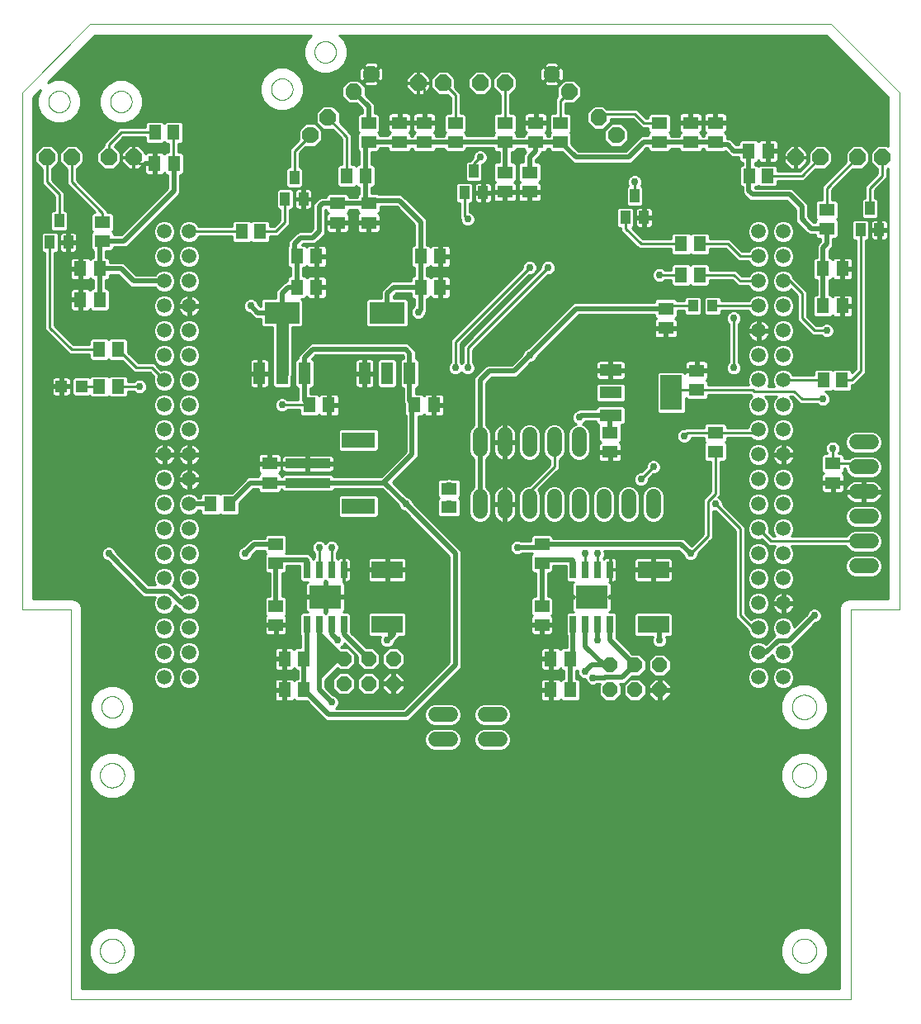
<source format=gtl>
G75*
%MOIN*%
%OFA0B0*%
%FSLAX25Y25*%
%IPPOS*%
%LPD*%
%AMOC8*
5,1,8,0,0,1.08239X$1,22.5*
%
%ADD10C,0.00000*%
%ADD11R,0.06299X0.05118*%
%ADD12R,0.05118X0.06299*%
%ADD13R,0.04799X0.08799*%
%ADD14R,0.14173X0.08661*%
%ADD15R,0.18110X0.03937*%
%ADD16R,0.13386X0.06299*%
%ADD17OC8,0.06000*%
%ADD18C,0.01320*%
%ADD19R,0.04724X0.04724*%
%ADD20OC8,0.06600*%
%ADD21C,0.06000*%
%ADD22R,0.03937X0.05512*%
%ADD23R,0.05118X0.05906*%
%ADD24R,0.05906X0.05118*%
%ADD25R,0.12598X0.07087*%
%ADD26R,0.02559X0.06890*%
%ADD27R,0.12992X0.09488*%
%ADD28C,0.05937*%
%ADD29R,0.03937X0.04921*%
%ADD30R,0.08799X0.04799*%
%ADD31R,0.08661X0.14173*%
%ADD32C,0.02000*%
%ADD33C,0.02978*%
%ADD34C,0.01000*%
%ADD35C,0.05000*%
D10*
X0067280Y0006500D02*
X0067280Y0163980D01*
X0047595Y0163980D01*
X0047595Y0372642D01*
X0075154Y0400201D01*
X0374367Y0400201D01*
X0401926Y0372642D01*
X0401926Y0163980D01*
X0382241Y0163980D01*
X0382241Y0006500D01*
X0067280Y0006500D01*
X0079091Y0026185D02*
X0079093Y0026325D01*
X0079099Y0026465D01*
X0079109Y0026604D01*
X0079123Y0026743D01*
X0079141Y0026882D01*
X0079162Y0027020D01*
X0079188Y0027158D01*
X0079218Y0027295D01*
X0079251Y0027430D01*
X0079289Y0027565D01*
X0079330Y0027699D01*
X0079375Y0027832D01*
X0079423Y0027963D01*
X0079476Y0028092D01*
X0079532Y0028221D01*
X0079591Y0028347D01*
X0079655Y0028472D01*
X0079721Y0028595D01*
X0079792Y0028716D01*
X0079865Y0028835D01*
X0079942Y0028952D01*
X0080023Y0029066D01*
X0080106Y0029178D01*
X0080193Y0029288D01*
X0080283Y0029396D01*
X0080375Y0029500D01*
X0080471Y0029602D01*
X0080570Y0029702D01*
X0080671Y0029798D01*
X0080775Y0029892D01*
X0080882Y0029982D01*
X0080991Y0030069D01*
X0081103Y0030154D01*
X0081217Y0030235D01*
X0081333Y0030313D01*
X0081451Y0030387D01*
X0081572Y0030458D01*
X0081694Y0030526D01*
X0081819Y0030590D01*
X0081945Y0030651D01*
X0082072Y0030708D01*
X0082202Y0030761D01*
X0082333Y0030811D01*
X0082465Y0030856D01*
X0082598Y0030899D01*
X0082733Y0030937D01*
X0082868Y0030971D01*
X0083005Y0031002D01*
X0083142Y0031029D01*
X0083280Y0031051D01*
X0083419Y0031070D01*
X0083558Y0031085D01*
X0083697Y0031096D01*
X0083837Y0031103D01*
X0083977Y0031106D01*
X0084117Y0031105D01*
X0084257Y0031100D01*
X0084396Y0031091D01*
X0084536Y0031078D01*
X0084675Y0031061D01*
X0084813Y0031040D01*
X0084951Y0031016D01*
X0085088Y0030987D01*
X0085224Y0030955D01*
X0085359Y0030918D01*
X0085493Y0030878D01*
X0085626Y0030834D01*
X0085757Y0030786D01*
X0085887Y0030735D01*
X0086016Y0030680D01*
X0086143Y0030621D01*
X0086268Y0030558D01*
X0086391Y0030493D01*
X0086513Y0030423D01*
X0086632Y0030350D01*
X0086750Y0030274D01*
X0086865Y0030195D01*
X0086978Y0030112D01*
X0087088Y0030026D01*
X0087196Y0029937D01*
X0087301Y0029845D01*
X0087404Y0029750D01*
X0087504Y0029652D01*
X0087601Y0029552D01*
X0087695Y0029448D01*
X0087787Y0029342D01*
X0087875Y0029234D01*
X0087960Y0029123D01*
X0088042Y0029009D01*
X0088121Y0028893D01*
X0088196Y0028776D01*
X0088268Y0028656D01*
X0088336Y0028534D01*
X0088401Y0028410D01*
X0088463Y0028284D01*
X0088521Y0028157D01*
X0088575Y0028028D01*
X0088626Y0027897D01*
X0088672Y0027765D01*
X0088715Y0027632D01*
X0088755Y0027498D01*
X0088790Y0027363D01*
X0088822Y0027226D01*
X0088849Y0027089D01*
X0088873Y0026951D01*
X0088893Y0026813D01*
X0088909Y0026674D01*
X0088921Y0026534D01*
X0088929Y0026395D01*
X0088933Y0026255D01*
X0088933Y0026115D01*
X0088929Y0025975D01*
X0088921Y0025836D01*
X0088909Y0025696D01*
X0088893Y0025557D01*
X0088873Y0025419D01*
X0088849Y0025281D01*
X0088822Y0025144D01*
X0088790Y0025007D01*
X0088755Y0024872D01*
X0088715Y0024738D01*
X0088672Y0024605D01*
X0088626Y0024473D01*
X0088575Y0024342D01*
X0088521Y0024213D01*
X0088463Y0024086D01*
X0088401Y0023960D01*
X0088336Y0023836D01*
X0088268Y0023714D01*
X0088196Y0023594D01*
X0088121Y0023477D01*
X0088042Y0023361D01*
X0087960Y0023247D01*
X0087875Y0023136D01*
X0087787Y0023028D01*
X0087695Y0022922D01*
X0087601Y0022818D01*
X0087504Y0022718D01*
X0087404Y0022620D01*
X0087301Y0022525D01*
X0087196Y0022433D01*
X0087088Y0022344D01*
X0086978Y0022258D01*
X0086865Y0022175D01*
X0086750Y0022096D01*
X0086632Y0022020D01*
X0086513Y0021947D01*
X0086391Y0021877D01*
X0086268Y0021812D01*
X0086143Y0021749D01*
X0086016Y0021690D01*
X0085887Y0021635D01*
X0085757Y0021584D01*
X0085626Y0021536D01*
X0085493Y0021492D01*
X0085359Y0021452D01*
X0085224Y0021415D01*
X0085088Y0021383D01*
X0084951Y0021354D01*
X0084813Y0021330D01*
X0084675Y0021309D01*
X0084536Y0021292D01*
X0084396Y0021279D01*
X0084257Y0021270D01*
X0084117Y0021265D01*
X0083977Y0021264D01*
X0083837Y0021267D01*
X0083697Y0021274D01*
X0083558Y0021285D01*
X0083419Y0021300D01*
X0083280Y0021319D01*
X0083142Y0021341D01*
X0083005Y0021368D01*
X0082868Y0021399D01*
X0082733Y0021433D01*
X0082598Y0021471D01*
X0082465Y0021514D01*
X0082333Y0021559D01*
X0082202Y0021609D01*
X0082072Y0021662D01*
X0081945Y0021719D01*
X0081819Y0021780D01*
X0081694Y0021844D01*
X0081572Y0021912D01*
X0081451Y0021983D01*
X0081333Y0022057D01*
X0081217Y0022135D01*
X0081103Y0022216D01*
X0080991Y0022301D01*
X0080882Y0022388D01*
X0080775Y0022478D01*
X0080671Y0022572D01*
X0080570Y0022668D01*
X0080471Y0022768D01*
X0080375Y0022870D01*
X0080283Y0022974D01*
X0080193Y0023082D01*
X0080106Y0023192D01*
X0080023Y0023304D01*
X0079942Y0023418D01*
X0079865Y0023535D01*
X0079792Y0023654D01*
X0079721Y0023775D01*
X0079655Y0023898D01*
X0079591Y0024023D01*
X0079532Y0024149D01*
X0079476Y0024278D01*
X0079423Y0024407D01*
X0079375Y0024538D01*
X0079330Y0024671D01*
X0079289Y0024805D01*
X0079251Y0024940D01*
X0079218Y0025075D01*
X0079188Y0025212D01*
X0079162Y0025350D01*
X0079141Y0025488D01*
X0079123Y0025627D01*
X0079109Y0025766D01*
X0079099Y0025905D01*
X0079093Y0026045D01*
X0079091Y0026185D01*
X0079091Y0097051D02*
X0079093Y0097191D01*
X0079099Y0097331D01*
X0079109Y0097470D01*
X0079123Y0097609D01*
X0079141Y0097748D01*
X0079162Y0097886D01*
X0079188Y0098024D01*
X0079218Y0098161D01*
X0079251Y0098296D01*
X0079289Y0098431D01*
X0079330Y0098565D01*
X0079375Y0098698D01*
X0079423Y0098829D01*
X0079476Y0098958D01*
X0079532Y0099087D01*
X0079591Y0099213D01*
X0079655Y0099338D01*
X0079721Y0099461D01*
X0079792Y0099582D01*
X0079865Y0099701D01*
X0079942Y0099818D01*
X0080023Y0099932D01*
X0080106Y0100044D01*
X0080193Y0100154D01*
X0080283Y0100262D01*
X0080375Y0100366D01*
X0080471Y0100468D01*
X0080570Y0100568D01*
X0080671Y0100664D01*
X0080775Y0100758D01*
X0080882Y0100848D01*
X0080991Y0100935D01*
X0081103Y0101020D01*
X0081217Y0101101D01*
X0081333Y0101179D01*
X0081451Y0101253D01*
X0081572Y0101324D01*
X0081694Y0101392D01*
X0081819Y0101456D01*
X0081945Y0101517D01*
X0082072Y0101574D01*
X0082202Y0101627D01*
X0082333Y0101677D01*
X0082465Y0101722D01*
X0082598Y0101765D01*
X0082733Y0101803D01*
X0082868Y0101837D01*
X0083005Y0101868D01*
X0083142Y0101895D01*
X0083280Y0101917D01*
X0083419Y0101936D01*
X0083558Y0101951D01*
X0083697Y0101962D01*
X0083837Y0101969D01*
X0083977Y0101972D01*
X0084117Y0101971D01*
X0084257Y0101966D01*
X0084396Y0101957D01*
X0084536Y0101944D01*
X0084675Y0101927D01*
X0084813Y0101906D01*
X0084951Y0101882D01*
X0085088Y0101853D01*
X0085224Y0101821D01*
X0085359Y0101784D01*
X0085493Y0101744D01*
X0085626Y0101700D01*
X0085757Y0101652D01*
X0085887Y0101601D01*
X0086016Y0101546D01*
X0086143Y0101487D01*
X0086268Y0101424D01*
X0086391Y0101359D01*
X0086513Y0101289D01*
X0086632Y0101216D01*
X0086750Y0101140D01*
X0086865Y0101061D01*
X0086978Y0100978D01*
X0087088Y0100892D01*
X0087196Y0100803D01*
X0087301Y0100711D01*
X0087404Y0100616D01*
X0087504Y0100518D01*
X0087601Y0100418D01*
X0087695Y0100314D01*
X0087787Y0100208D01*
X0087875Y0100100D01*
X0087960Y0099989D01*
X0088042Y0099875D01*
X0088121Y0099759D01*
X0088196Y0099642D01*
X0088268Y0099522D01*
X0088336Y0099400D01*
X0088401Y0099276D01*
X0088463Y0099150D01*
X0088521Y0099023D01*
X0088575Y0098894D01*
X0088626Y0098763D01*
X0088672Y0098631D01*
X0088715Y0098498D01*
X0088755Y0098364D01*
X0088790Y0098229D01*
X0088822Y0098092D01*
X0088849Y0097955D01*
X0088873Y0097817D01*
X0088893Y0097679D01*
X0088909Y0097540D01*
X0088921Y0097400D01*
X0088929Y0097261D01*
X0088933Y0097121D01*
X0088933Y0096981D01*
X0088929Y0096841D01*
X0088921Y0096702D01*
X0088909Y0096562D01*
X0088893Y0096423D01*
X0088873Y0096285D01*
X0088849Y0096147D01*
X0088822Y0096010D01*
X0088790Y0095873D01*
X0088755Y0095738D01*
X0088715Y0095604D01*
X0088672Y0095471D01*
X0088626Y0095339D01*
X0088575Y0095208D01*
X0088521Y0095079D01*
X0088463Y0094952D01*
X0088401Y0094826D01*
X0088336Y0094702D01*
X0088268Y0094580D01*
X0088196Y0094460D01*
X0088121Y0094343D01*
X0088042Y0094227D01*
X0087960Y0094113D01*
X0087875Y0094002D01*
X0087787Y0093894D01*
X0087695Y0093788D01*
X0087601Y0093684D01*
X0087504Y0093584D01*
X0087404Y0093486D01*
X0087301Y0093391D01*
X0087196Y0093299D01*
X0087088Y0093210D01*
X0086978Y0093124D01*
X0086865Y0093041D01*
X0086750Y0092962D01*
X0086632Y0092886D01*
X0086513Y0092813D01*
X0086391Y0092743D01*
X0086268Y0092678D01*
X0086143Y0092615D01*
X0086016Y0092556D01*
X0085887Y0092501D01*
X0085757Y0092450D01*
X0085626Y0092402D01*
X0085493Y0092358D01*
X0085359Y0092318D01*
X0085224Y0092281D01*
X0085088Y0092249D01*
X0084951Y0092220D01*
X0084813Y0092196D01*
X0084675Y0092175D01*
X0084536Y0092158D01*
X0084396Y0092145D01*
X0084257Y0092136D01*
X0084117Y0092131D01*
X0083977Y0092130D01*
X0083837Y0092133D01*
X0083697Y0092140D01*
X0083558Y0092151D01*
X0083419Y0092166D01*
X0083280Y0092185D01*
X0083142Y0092207D01*
X0083005Y0092234D01*
X0082868Y0092265D01*
X0082733Y0092299D01*
X0082598Y0092337D01*
X0082465Y0092380D01*
X0082333Y0092425D01*
X0082202Y0092475D01*
X0082072Y0092528D01*
X0081945Y0092585D01*
X0081819Y0092646D01*
X0081694Y0092710D01*
X0081572Y0092778D01*
X0081451Y0092849D01*
X0081333Y0092923D01*
X0081217Y0093001D01*
X0081103Y0093082D01*
X0080991Y0093167D01*
X0080882Y0093254D01*
X0080775Y0093344D01*
X0080671Y0093438D01*
X0080570Y0093534D01*
X0080471Y0093634D01*
X0080375Y0093736D01*
X0080283Y0093840D01*
X0080193Y0093948D01*
X0080106Y0094058D01*
X0080023Y0094170D01*
X0079942Y0094284D01*
X0079865Y0094401D01*
X0079792Y0094520D01*
X0079721Y0094641D01*
X0079655Y0094764D01*
X0079591Y0094889D01*
X0079532Y0095015D01*
X0079476Y0095144D01*
X0079423Y0095273D01*
X0079375Y0095404D01*
X0079330Y0095537D01*
X0079289Y0095671D01*
X0079251Y0095806D01*
X0079218Y0095941D01*
X0079188Y0096078D01*
X0079162Y0096216D01*
X0079141Y0096354D01*
X0079123Y0096493D01*
X0079109Y0096632D01*
X0079099Y0096771D01*
X0079093Y0096911D01*
X0079091Y0097051D01*
X0079681Y0124610D02*
X0079683Y0124741D01*
X0079689Y0124873D01*
X0079699Y0125004D01*
X0079713Y0125135D01*
X0079731Y0125265D01*
X0079753Y0125394D01*
X0079778Y0125523D01*
X0079808Y0125651D01*
X0079842Y0125778D01*
X0079879Y0125905D01*
X0079920Y0126029D01*
X0079965Y0126153D01*
X0080014Y0126275D01*
X0080066Y0126396D01*
X0080122Y0126514D01*
X0080182Y0126632D01*
X0080245Y0126747D01*
X0080312Y0126860D01*
X0080382Y0126972D01*
X0080455Y0127081D01*
X0080531Y0127187D01*
X0080611Y0127292D01*
X0080694Y0127394D01*
X0080780Y0127493D01*
X0080869Y0127590D01*
X0080961Y0127684D01*
X0081056Y0127775D01*
X0081153Y0127864D01*
X0081253Y0127949D01*
X0081356Y0128031D01*
X0081461Y0128110D01*
X0081568Y0128186D01*
X0081678Y0128258D01*
X0081790Y0128327D01*
X0081904Y0128393D01*
X0082019Y0128455D01*
X0082137Y0128514D01*
X0082256Y0128569D01*
X0082377Y0128621D01*
X0082500Y0128668D01*
X0082624Y0128712D01*
X0082749Y0128753D01*
X0082875Y0128789D01*
X0083003Y0128822D01*
X0083131Y0128850D01*
X0083260Y0128875D01*
X0083390Y0128896D01*
X0083520Y0128913D01*
X0083651Y0128926D01*
X0083782Y0128935D01*
X0083913Y0128940D01*
X0084045Y0128941D01*
X0084176Y0128938D01*
X0084308Y0128931D01*
X0084439Y0128920D01*
X0084569Y0128905D01*
X0084699Y0128886D01*
X0084829Y0128863D01*
X0084957Y0128837D01*
X0085085Y0128806D01*
X0085212Y0128771D01*
X0085338Y0128733D01*
X0085462Y0128691D01*
X0085586Y0128645D01*
X0085707Y0128595D01*
X0085827Y0128542D01*
X0085946Y0128485D01*
X0086063Y0128425D01*
X0086177Y0128361D01*
X0086290Y0128293D01*
X0086401Y0128222D01*
X0086510Y0128148D01*
X0086616Y0128071D01*
X0086720Y0127990D01*
X0086821Y0127907D01*
X0086920Y0127820D01*
X0087016Y0127730D01*
X0087109Y0127637D01*
X0087200Y0127542D01*
X0087287Y0127444D01*
X0087372Y0127343D01*
X0087453Y0127240D01*
X0087531Y0127134D01*
X0087606Y0127026D01*
X0087678Y0126916D01*
X0087746Y0126804D01*
X0087811Y0126690D01*
X0087872Y0126573D01*
X0087930Y0126455D01*
X0087984Y0126335D01*
X0088035Y0126214D01*
X0088082Y0126091D01*
X0088125Y0125967D01*
X0088164Y0125842D01*
X0088200Y0125715D01*
X0088231Y0125587D01*
X0088259Y0125459D01*
X0088283Y0125330D01*
X0088303Y0125200D01*
X0088319Y0125069D01*
X0088331Y0124938D01*
X0088339Y0124807D01*
X0088343Y0124676D01*
X0088343Y0124544D01*
X0088339Y0124413D01*
X0088331Y0124282D01*
X0088319Y0124151D01*
X0088303Y0124020D01*
X0088283Y0123890D01*
X0088259Y0123761D01*
X0088231Y0123633D01*
X0088200Y0123505D01*
X0088164Y0123378D01*
X0088125Y0123253D01*
X0088082Y0123129D01*
X0088035Y0123006D01*
X0087984Y0122885D01*
X0087930Y0122765D01*
X0087872Y0122647D01*
X0087811Y0122530D01*
X0087746Y0122416D01*
X0087678Y0122304D01*
X0087606Y0122194D01*
X0087531Y0122086D01*
X0087453Y0121980D01*
X0087372Y0121877D01*
X0087287Y0121776D01*
X0087200Y0121678D01*
X0087109Y0121583D01*
X0087016Y0121490D01*
X0086920Y0121400D01*
X0086821Y0121313D01*
X0086720Y0121230D01*
X0086616Y0121149D01*
X0086510Y0121072D01*
X0086401Y0120998D01*
X0086290Y0120927D01*
X0086178Y0120859D01*
X0086063Y0120795D01*
X0085946Y0120735D01*
X0085827Y0120678D01*
X0085707Y0120625D01*
X0085586Y0120575D01*
X0085462Y0120529D01*
X0085338Y0120487D01*
X0085212Y0120449D01*
X0085085Y0120414D01*
X0084957Y0120383D01*
X0084829Y0120357D01*
X0084699Y0120334D01*
X0084569Y0120315D01*
X0084439Y0120300D01*
X0084308Y0120289D01*
X0084176Y0120282D01*
X0084045Y0120279D01*
X0083913Y0120280D01*
X0083782Y0120285D01*
X0083651Y0120294D01*
X0083520Y0120307D01*
X0083390Y0120324D01*
X0083260Y0120345D01*
X0083131Y0120370D01*
X0083003Y0120398D01*
X0082875Y0120431D01*
X0082749Y0120467D01*
X0082624Y0120508D01*
X0082500Y0120552D01*
X0082377Y0120599D01*
X0082256Y0120651D01*
X0082137Y0120706D01*
X0082019Y0120765D01*
X0081904Y0120827D01*
X0081790Y0120893D01*
X0081678Y0120962D01*
X0081568Y0121034D01*
X0081461Y0121110D01*
X0081356Y0121189D01*
X0081253Y0121271D01*
X0081153Y0121356D01*
X0081056Y0121445D01*
X0080961Y0121536D01*
X0080869Y0121630D01*
X0080780Y0121727D01*
X0080694Y0121826D01*
X0080611Y0121928D01*
X0080531Y0122033D01*
X0080455Y0122139D01*
X0080382Y0122248D01*
X0080312Y0122360D01*
X0080245Y0122473D01*
X0080182Y0122588D01*
X0080122Y0122706D01*
X0080066Y0122824D01*
X0080014Y0122945D01*
X0079965Y0123067D01*
X0079920Y0123191D01*
X0079879Y0123315D01*
X0079842Y0123442D01*
X0079808Y0123569D01*
X0079778Y0123697D01*
X0079753Y0123826D01*
X0079731Y0123955D01*
X0079713Y0124085D01*
X0079699Y0124216D01*
X0079689Y0124347D01*
X0079683Y0124479D01*
X0079681Y0124610D01*
X0083264Y0369000D02*
X0083266Y0369131D01*
X0083272Y0369263D01*
X0083282Y0369394D01*
X0083296Y0369525D01*
X0083314Y0369655D01*
X0083336Y0369784D01*
X0083361Y0369913D01*
X0083391Y0370041D01*
X0083425Y0370168D01*
X0083462Y0370295D01*
X0083503Y0370419D01*
X0083548Y0370543D01*
X0083597Y0370665D01*
X0083649Y0370786D01*
X0083705Y0370904D01*
X0083765Y0371022D01*
X0083828Y0371137D01*
X0083895Y0371250D01*
X0083965Y0371362D01*
X0084038Y0371471D01*
X0084114Y0371577D01*
X0084194Y0371682D01*
X0084277Y0371784D01*
X0084363Y0371883D01*
X0084452Y0371980D01*
X0084544Y0372074D01*
X0084639Y0372165D01*
X0084736Y0372254D01*
X0084836Y0372339D01*
X0084939Y0372421D01*
X0085044Y0372500D01*
X0085151Y0372576D01*
X0085261Y0372648D01*
X0085373Y0372717D01*
X0085487Y0372783D01*
X0085602Y0372845D01*
X0085720Y0372904D01*
X0085839Y0372959D01*
X0085960Y0373011D01*
X0086083Y0373058D01*
X0086207Y0373102D01*
X0086332Y0373143D01*
X0086458Y0373179D01*
X0086586Y0373212D01*
X0086714Y0373240D01*
X0086843Y0373265D01*
X0086973Y0373286D01*
X0087103Y0373303D01*
X0087234Y0373316D01*
X0087365Y0373325D01*
X0087496Y0373330D01*
X0087628Y0373331D01*
X0087759Y0373328D01*
X0087891Y0373321D01*
X0088022Y0373310D01*
X0088152Y0373295D01*
X0088282Y0373276D01*
X0088412Y0373253D01*
X0088540Y0373227D01*
X0088668Y0373196D01*
X0088795Y0373161D01*
X0088921Y0373123D01*
X0089045Y0373081D01*
X0089169Y0373035D01*
X0089290Y0372985D01*
X0089410Y0372932D01*
X0089529Y0372875D01*
X0089646Y0372815D01*
X0089760Y0372751D01*
X0089873Y0372683D01*
X0089984Y0372612D01*
X0090093Y0372538D01*
X0090199Y0372461D01*
X0090303Y0372380D01*
X0090404Y0372297D01*
X0090503Y0372210D01*
X0090599Y0372120D01*
X0090692Y0372027D01*
X0090783Y0371932D01*
X0090870Y0371834D01*
X0090955Y0371733D01*
X0091036Y0371630D01*
X0091114Y0371524D01*
X0091189Y0371416D01*
X0091261Y0371306D01*
X0091329Y0371194D01*
X0091394Y0371080D01*
X0091455Y0370963D01*
X0091513Y0370845D01*
X0091567Y0370725D01*
X0091618Y0370604D01*
X0091665Y0370481D01*
X0091708Y0370357D01*
X0091747Y0370232D01*
X0091783Y0370105D01*
X0091814Y0369977D01*
X0091842Y0369849D01*
X0091866Y0369720D01*
X0091886Y0369590D01*
X0091902Y0369459D01*
X0091914Y0369328D01*
X0091922Y0369197D01*
X0091926Y0369066D01*
X0091926Y0368934D01*
X0091922Y0368803D01*
X0091914Y0368672D01*
X0091902Y0368541D01*
X0091886Y0368410D01*
X0091866Y0368280D01*
X0091842Y0368151D01*
X0091814Y0368023D01*
X0091783Y0367895D01*
X0091747Y0367768D01*
X0091708Y0367643D01*
X0091665Y0367519D01*
X0091618Y0367396D01*
X0091567Y0367275D01*
X0091513Y0367155D01*
X0091455Y0367037D01*
X0091394Y0366920D01*
X0091329Y0366806D01*
X0091261Y0366694D01*
X0091189Y0366584D01*
X0091114Y0366476D01*
X0091036Y0366370D01*
X0090955Y0366267D01*
X0090870Y0366166D01*
X0090783Y0366068D01*
X0090692Y0365973D01*
X0090599Y0365880D01*
X0090503Y0365790D01*
X0090404Y0365703D01*
X0090303Y0365620D01*
X0090199Y0365539D01*
X0090093Y0365462D01*
X0089984Y0365388D01*
X0089873Y0365317D01*
X0089761Y0365249D01*
X0089646Y0365185D01*
X0089529Y0365125D01*
X0089410Y0365068D01*
X0089290Y0365015D01*
X0089169Y0364965D01*
X0089045Y0364919D01*
X0088921Y0364877D01*
X0088795Y0364839D01*
X0088668Y0364804D01*
X0088540Y0364773D01*
X0088412Y0364747D01*
X0088282Y0364724D01*
X0088152Y0364705D01*
X0088022Y0364690D01*
X0087891Y0364679D01*
X0087759Y0364672D01*
X0087628Y0364669D01*
X0087496Y0364670D01*
X0087365Y0364675D01*
X0087234Y0364684D01*
X0087103Y0364697D01*
X0086973Y0364714D01*
X0086843Y0364735D01*
X0086714Y0364760D01*
X0086586Y0364788D01*
X0086458Y0364821D01*
X0086332Y0364857D01*
X0086207Y0364898D01*
X0086083Y0364942D01*
X0085960Y0364989D01*
X0085839Y0365041D01*
X0085720Y0365096D01*
X0085602Y0365155D01*
X0085487Y0365217D01*
X0085373Y0365283D01*
X0085261Y0365352D01*
X0085151Y0365424D01*
X0085044Y0365500D01*
X0084939Y0365579D01*
X0084836Y0365661D01*
X0084736Y0365746D01*
X0084639Y0365835D01*
X0084544Y0365926D01*
X0084452Y0366020D01*
X0084363Y0366117D01*
X0084277Y0366216D01*
X0084194Y0366318D01*
X0084114Y0366423D01*
X0084038Y0366529D01*
X0083965Y0366638D01*
X0083895Y0366750D01*
X0083828Y0366863D01*
X0083765Y0366978D01*
X0083705Y0367096D01*
X0083649Y0367214D01*
X0083597Y0367335D01*
X0083548Y0367457D01*
X0083503Y0367581D01*
X0083462Y0367705D01*
X0083425Y0367832D01*
X0083391Y0367959D01*
X0083361Y0368087D01*
X0083336Y0368216D01*
X0083314Y0368345D01*
X0083296Y0368475D01*
X0083282Y0368606D01*
X0083272Y0368737D01*
X0083266Y0368869D01*
X0083264Y0369000D01*
X0058264Y0369000D02*
X0058266Y0369131D01*
X0058272Y0369263D01*
X0058282Y0369394D01*
X0058296Y0369525D01*
X0058314Y0369655D01*
X0058336Y0369784D01*
X0058361Y0369913D01*
X0058391Y0370041D01*
X0058425Y0370168D01*
X0058462Y0370295D01*
X0058503Y0370419D01*
X0058548Y0370543D01*
X0058597Y0370665D01*
X0058649Y0370786D01*
X0058705Y0370904D01*
X0058765Y0371022D01*
X0058828Y0371137D01*
X0058895Y0371250D01*
X0058965Y0371362D01*
X0059038Y0371471D01*
X0059114Y0371577D01*
X0059194Y0371682D01*
X0059277Y0371784D01*
X0059363Y0371883D01*
X0059452Y0371980D01*
X0059544Y0372074D01*
X0059639Y0372165D01*
X0059736Y0372254D01*
X0059836Y0372339D01*
X0059939Y0372421D01*
X0060044Y0372500D01*
X0060151Y0372576D01*
X0060261Y0372648D01*
X0060373Y0372717D01*
X0060487Y0372783D01*
X0060602Y0372845D01*
X0060720Y0372904D01*
X0060839Y0372959D01*
X0060960Y0373011D01*
X0061083Y0373058D01*
X0061207Y0373102D01*
X0061332Y0373143D01*
X0061458Y0373179D01*
X0061586Y0373212D01*
X0061714Y0373240D01*
X0061843Y0373265D01*
X0061973Y0373286D01*
X0062103Y0373303D01*
X0062234Y0373316D01*
X0062365Y0373325D01*
X0062496Y0373330D01*
X0062628Y0373331D01*
X0062759Y0373328D01*
X0062891Y0373321D01*
X0063022Y0373310D01*
X0063152Y0373295D01*
X0063282Y0373276D01*
X0063412Y0373253D01*
X0063540Y0373227D01*
X0063668Y0373196D01*
X0063795Y0373161D01*
X0063921Y0373123D01*
X0064045Y0373081D01*
X0064169Y0373035D01*
X0064290Y0372985D01*
X0064410Y0372932D01*
X0064529Y0372875D01*
X0064646Y0372815D01*
X0064760Y0372751D01*
X0064873Y0372683D01*
X0064984Y0372612D01*
X0065093Y0372538D01*
X0065199Y0372461D01*
X0065303Y0372380D01*
X0065404Y0372297D01*
X0065503Y0372210D01*
X0065599Y0372120D01*
X0065692Y0372027D01*
X0065783Y0371932D01*
X0065870Y0371834D01*
X0065955Y0371733D01*
X0066036Y0371630D01*
X0066114Y0371524D01*
X0066189Y0371416D01*
X0066261Y0371306D01*
X0066329Y0371194D01*
X0066394Y0371080D01*
X0066455Y0370963D01*
X0066513Y0370845D01*
X0066567Y0370725D01*
X0066618Y0370604D01*
X0066665Y0370481D01*
X0066708Y0370357D01*
X0066747Y0370232D01*
X0066783Y0370105D01*
X0066814Y0369977D01*
X0066842Y0369849D01*
X0066866Y0369720D01*
X0066886Y0369590D01*
X0066902Y0369459D01*
X0066914Y0369328D01*
X0066922Y0369197D01*
X0066926Y0369066D01*
X0066926Y0368934D01*
X0066922Y0368803D01*
X0066914Y0368672D01*
X0066902Y0368541D01*
X0066886Y0368410D01*
X0066866Y0368280D01*
X0066842Y0368151D01*
X0066814Y0368023D01*
X0066783Y0367895D01*
X0066747Y0367768D01*
X0066708Y0367643D01*
X0066665Y0367519D01*
X0066618Y0367396D01*
X0066567Y0367275D01*
X0066513Y0367155D01*
X0066455Y0367037D01*
X0066394Y0366920D01*
X0066329Y0366806D01*
X0066261Y0366694D01*
X0066189Y0366584D01*
X0066114Y0366476D01*
X0066036Y0366370D01*
X0065955Y0366267D01*
X0065870Y0366166D01*
X0065783Y0366068D01*
X0065692Y0365973D01*
X0065599Y0365880D01*
X0065503Y0365790D01*
X0065404Y0365703D01*
X0065303Y0365620D01*
X0065199Y0365539D01*
X0065093Y0365462D01*
X0064984Y0365388D01*
X0064873Y0365317D01*
X0064761Y0365249D01*
X0064646Y0365185D01*
X0064529Y0365125D01*
X0064410Y0365068D01*
X0064290Y0365015D01*
X0064169Y0364965D01*
X0064045Y0364919D01*
X0063921Y0364877D01*
X0063795Y0364839D01*
X0063668Y0364804D01*
X0063540Y0364773D01*
X0063412Y0364747D01*
X0063282Y0364724D01*
X0063152Y0364705D01*
X0063022Y0364690D01*
X0062891Y0364679D01*
X0062759Y0364672D01*
X0062628Y0364669D01*
X0062496Y0364670D01*
X0062365Y0364675D01*
X0062234Y0364684D01*
X0062103Y0364697D01*
X0061973Y0364714D01*
X0061843Y0364735D01*
X0061714Y0364760D01*
X0061586Y0364788D01*
X0061458Y0364821D01*
X0061332Y0364857D01*
X0061207Y0364898D01*
X0061083Y0364942D01*
X0060960Y0364989D01*
X0060839Y0365041D01*
X0060720Y0365096D01*
X0060602Y0365155D01*
X0060487Y0365217D01*
X0060373Y0365283D01*
X0060261Y0365352D01*
X0060151Y0365424D01*
X0060044Y0365500D01*
X0059939Y0365579D01*
X0059836Y0365661D01*
X0059736Y0365746D01*
X0059639Y0365835D01*
X0059544Y0365926D01*
X0059452Y0366020D01*
X0059363Y0366117D01*
X0059277Y0366216D01*
X0059194Y0366318D01*
X0059114Y0366423D01*
X0059038Y0366529D01*
X0058965Y0366638D01*
X0058895Y0366750D01*
X0058828Y0366863D01*
X0058765Y0366978D01*
X0058705Y0367096D01*
X0058649Y0367214D01*
X0058597Y0367335D01*
X0058548Y0367457D01*
X0058503Y0367581D01*
X0058462Y0367705D01*
X0058425Y0367832D01*
X0058391Y0367959D01*
X0058361Y0368087D01*
X0058336Y0368216D01*
X0058314Y0368345D01*
X0058296Y0368475D01*
X0058282Y0368606D01*
X0058272Y0368737D01*
X0058266Y0368869D01*
X0058264Y0369000D01*
X0148264Y0374000D02*
X0148266Y0374131D01*
X0148272Y0374263D01*
X0148282Y0374394D01*
X0148296Y0374525D01*
X0148314Y0374655D01*
X0148336Y0374784D01*
X0148361Y0374913D01*
X0148391Y0375041D01*
X0148425Y0375168D01*
X0148462Y0375295D01*
X0148503Y0375419D01*
X0148548Y0375543D01*
X0148597Y0375665D01*
X0148649Y0375786D01*
X0148705Y0375904D01*
X0148765Y0376022D01*
X0148828Y0376137D01*
X0148895Y0376250D01*
X0148965Y0376362D01*
X0149038Y0376471D01*
X0149114Y0376577D01*
X0149194Y0376682D01*
X0149277Y0376784D01*
X0149363Y0376883D01*
X0149452Y0376980D01*
X0149544Y0377074D01*
X0149639Y0377165D01*
X0149736Y0377254D01*
X0149836Y0377339D01*
X0149939Y0377421D01*
X0150044Y0377500D01*
X0150151Y0377576D01*
X0150261Y0377648D01*
X0150373Y0377717D01*
X0150487Y0377783D01*
X0150602Y0377845D01*
X0150720Y0377904D01*
X0150839Y0377959D01*
X0150960Y0378011D01*
X0151083Y0378058D01*
X0151207Y0378102D01*
X0151332Y0378143D01*
X0151458Y0378179D01*
X0151586Y0378212D01*
X0151714Y0378240D01*
X0151843Y0378265D01*
X0151973Y0378286D01*
X0152103Y0378303D01*
X0152234Y0378316D01*
X0152365Y0378325D01*
X0152496Y0378330D01*
X0152628Y0378331D01*
X0152759Y0378328D01*
X0152891Y0378321D01*
X0153022Y0378310D01*
X0153152Y0378295D01*
X0153282Y0378276D01*
X0153412Y0378253D01*
X0153540Y0378227D01*
X0153668Y0378196D01*
X0153795Y0378161D01*
X0153921Y0378123D01*
X0154045Y0378081D01*
X0154169Y0378035D01*
X0154290Y0377985D01*
X0154410Y0377932D01*
X0154529Y0377875D01*
X0154646Y0377815D01*
X0154760Y0377751D01*
X0154873Y0377683D01*
X0154984Y0377612D01*
X0155093Y0377538D01*
X0155199Y0377461D01*
X0155303Y0377380D01*
X0155404Y0377297D01*
X0155503Y0377210D01*
X0155599Y0377120D01*
X0155692Y0377027D01*
X0155783Y0376932D01*
X0155870Y0376834D01*
X0155955Y0376733D01*
X0156036Y0376630D01*
X0156114Y0376524D01*
X0156189Y0376416D01*
X0156261Y0376306D01*
X0156329Y0376194D01*
X0156394Y0376080D01*
X0156455Y0375963D01*
X0156513Y0375845D01*
X0156567Y0375725D01*
X0156618Y0375604D01*
X0156665Y0375481D01*
X0156708Y0375357D01*
X0156747Y0375232D01*
X0156783Y0375105D01*
X0156814Y0374977D01*
X0156842Y0374849D01*
X0156866Y0374720D01*
X0156886Y0374590D01*
X0156902Y0374459D01*
X0156914Y0374328D01*
X0156922Y0374197D01*
X0156926Y0374066D01*
X0156926Y0373934D01*
X0156922Y0373803D01*
X0156914Y0373672D01*
X0156902Y0373541D01*
X0156886Y0373410D01*
X0156866Y0373280D01*
X0156842Y0373151D01*
X0156814Y0373023D01*
X0156783Y0372895D01*
X0156747Y0372768D01*
X0156708Y0372643D01*
X0156665Y0372519D01*
X0156618Y0372396D01*
X0156567Y0372275D01*
X0156513Y0372155D01*
X0156455Y0372037D01*
X0156394Y0371920D01*
X0156329Y0371806D01*
X0156261Y0371694D01*
X0156189Y0371584D01*
X0156114Y0371476D01*
X0156036Y0371370D01*
X0155955Y0371267D01*
X0155870Y0371166D01*
X0155783Y0371068D01*
X0155692Y0370973D01*
X0155599Y0370880D01*
X0155503Y0370790D01*
X0155404Y0370703D01*
X0155303Y0370620D01*
X0155199Y0370539D01*
X0155093Y0370462D01*
X0154984Y0370388D01*
X0154873Y0370317D01*
X0154761Y0370249D01*
X0154646Y0370185D01*
X0154529Y0370125D01*
X0154410Y0370068D01*
X0154290Y0370015D01*
X0154169Y0369965D01*
X0154045Y0369919D01*
X0153921Y0369877D01*
X0153795Y0369839D01*
X0153668Y0369804D01*
X0153540Y0369773D01*
X0153412Y0369747D01*
X0153282Y0369724D01*
X0153152Y0369705D01*
X0153022Y0369690D01*
X0152891Y0369679D01*
X0152759Y0369672D01*
X0152628Y0369669D01*
X0152496Y0369670D01*
X0152365Y0369675D01*
X0152234Y0369684D01*
X0152103Y0369697D01*
X0151973Y0369714D01*
X0151843Y0369735D01*
X0151714Y0369760D01*
X0151586Y0369788D01*
X0151458Y0369821D01*
X0151332Y0369857D01*
X0151207Y0369898D01*
X0151083Y0369942D01*
X0150960Y0369989D01*
X0150839Y0370041D01*
X0150720Y0370096D01*
X0150602Y0370155D01*
X0150487Y0370217D01*
X0150373Y0370283D01*
X0150261Y0370352D01*
X0150151Y0370424D01*
X0150044Y0370500D01*
X0149939Y0370579D01*
X0149836Y0370661D01*
X0149736Y0370746D01*
X0149639Y0370835D01*
X0149544Y0370926D01*
X0149452Y0371020D01*
X0149363Y0371117D01*
X0149277Y0371216D01*
X0149194Y0371318D01*
X0149114Y0371423D01*
X0149038Y0371529D01*
X0148965Y0371638D01*
X0148895Y0371750D01*
X0148828Y0371863D01*
X0148765Y0371978D01*
X0148705Y0372096D01*
X0148649Y0372214D01*
X0148597Y0372335D01*
X0148548Y0372457D01*
X0148503Y0372581D01*
X0148462Y0372705D01*
X0148425Y0372832D01*
X0148391Y0372959D01*
X0148361Y0373087D01*
X0148336Y0373216D01*
X0148314Y0373345D01*
X0148296Y0373475D01*
X0148282Y0373606D01*
X0148272Y0373737D01*
X0148266Y0373869D01*
X0148264Y0374000D01*
X0165764Y0389000D02*
X0165766Y0389131D01*
X0165772Y0389263D01*
X0165782Y0389394D01*
X0165796Y0389525D01*
X0165814Y0389655D01*
X0165836Y0389784D01*
X0165861Y0389913D01*
X0165891Y0390041D01*
X0165925Y0390168D01*
X0165962Y0390295D01*
X0166003Y0390419D01*
X0166048Y0390543D01*
X0166097Y0390665D01*
X0166149Y0390786D01*
X0166205Y0390904D01*
X0166265Y0391022D01*
X0166328Y0391137D01*
X0166395Y0391250D01*
X0166465Y0391362D01*
X0166538Y0391471D01*
X0166614Y0391577D01*
X0166694Y0391682D01*
X0166777Y0391784D01*
X0166863Y0391883D01*
X0166952Y0391980D01*
X0167044Y0392074D01*
X0167139Y0392165D01*
X0167236Y0392254D01*
X0167336Y0392339D01*
X0167439Y0392421D01*
X0167544Y0392500D01*
X0167651Y0392576D01*
X0167761Y0392648D01*
X0167873Y0392717D01*
X0167987Y0392783D01*
X0168102Y0392845D01*
X0168220Y0392904D01*
X0168339Y0392959D01*
X0168460Y0393011D01*
X0168583Y0393058D01*
X0168707Y0393102D01*
X0168832Y0393143D01*
X0168958Y0393179D01*
X0169086Y0393212D01*
X0169214Y0393240D01*
X0169343Y0393265D01*
X0169473Y0393286D01*
X0169603Y0393303D01*
X0169734Y0393316D01*
X0169865Y0393325D01*
X0169996Y0393330D01*
X0170128Y0393331D01*
X0170259Y0393328D01*
X0170391Y0393321D01*
X0170522Y0393310D01*
X0170652Y0393295D01*
X0170782Y0393276D01*
X0170912Y0393253D01*
X0171040Y0393227D01*
X0171168Y0393196D01*
X0171295Y0393161D01*
X0171421Y0393123D01*
X0171545Y0393081D01*
X0171669Y0393035D01*
X0171790Y0392985D01*
X0171910Y0392932D01*
X0172029Y0392875D01*
X0172146Y0392815D01*
X0172260Y0392751D01*
X0172373Y0392683D01*
X0172484Y0392612D01*
X0172593Y0392538D01*
X0172699Y0392461D01*
X0172803Y0392380D01*
X0172904Y0392297D01*
X0173003Y0392210D01*
X0173099Y0392120D01*
X0173192Y0392027D01*
X0173283Y0391932D01*
X0173370Y0391834D01*
X0173455Y0391733D01*
X0173536Y0391630D01*
X0173614Y0391524D01*
X0173689Y0391416D01*
X0173761Y0391306D01*
X0173829Y0391194D01*
X0173894Y0391080D01*
X0173955Y0390963D01*
X0174013Y0390845D01*
X0174067Y0390725D01*
X0174118Y0390604D01*
X0174165Y0390481D01*
X0174208Y0390357D01*
X0174247Y0390232D01*
X0174283Y0390105D01*
X0174314Y0389977D01*
X0174342Y0389849D01*
X0174366Y0389720D01*
X0174386Y0389590D01*
X0174402Y0389459D01*
X0174414Y0389328D01*
X0174422Y0389197D01*
X0174426Y0389066D01*
X0174426Y0388934D01*
X0174422Y0388803D01*
X0174414Y0388672D01*
X0174402Y0388541D01*
X0174386Y0388410D01*
X0174366Y0388280D01*
X0174342Y0388151D01*
X0174314Y0388023D01*
X0174283Y0387895D01*
X0174247Y0387768D01*
X0174208Y0387643D01*
X0174165Y0387519D01*
X0174118Y0387396D01*
X0174067Y0387275D01*
X0174013Y0387155D01*
X0173955Y0387037D01*
X0173894Y0386920D01*
X0173829Y0386806D01*
X0173761Y0386694D01*
X0173689Y0386584D01*
X0173614Y0386476D01*
X0173536Y0386370D01*
X0173455Y0386267D01*
X0173370Y0386166D01*
X0173283Y0386068D01*
X0173192Y0385973D01*
X0173099Y0385880D01*
X0173003Y0385790D01*
X0172904Y0385703D01*
X0172803Y0385620D01*
X0172699Y0385539D01*
X0172593Y0385462D01*
X0172484Y0385388D01*
X0172373Y0385317D01*
X0172261Y0385249D01*
X0172146Y0385185D01*
X0172029Y0385125D01*
X0171910Y0385068D01*
X0171790Y0385015D01*
X0171669Y0384965D01*
X0171545Y0384919D01*
X0171421Y0384877D01*
X0171295Y0384839D01*
X0171168Y0384804D01*
X0171040Y0384773D01*
X0170912Y0384747D01*
X0170782Y0384724D01*
X0170652Y0384705D01*
X0170522Y0384690D01*
X0170391Y0384679D01*
X0170259Y0384672D01*
X0170128Y0384669D01*
X0169996Y0384670D01*
X0169865Y0384675D01*
X0169734Y0384684D01*
X0169603Y0384697D01*
X0169473Y0384714D01*
X0169343Y0384735D01*
X0169214Y0384760D01*
X0169086Y0384788D01*
X0168958Y0384821D01*
X0168832Y0384857D01*
X0168707Y0384898D01*
X0168583Y0384942D01*
X0168460Y0384989D01*
X0168339Y0385041D01*
X0168220Y0385096D01*
X0168102Y0385155D01*
X0167987Y0385217D01*
X0167873Y0385283D01*
X0167761Y0385352D01*
X0167651Y0385424D01*
X0167544Y0385500D01*
X0167439Y0385579D01*
X0167336Y0385661D01*
X0167236Y0385746D01*
X0167139Y0385835D01*
X0167044Y0385926D01*
X0166952Y0386020D01*
X0166863Y0386117D01*
X0166777Y0386216D01*
X0166694Y0386318D01*
X0166614Y0386423D01*
X0166538Y0386529D01*
X0166465Y0386638D01*
X0166395Y0386750D01*
X0166328Y0386863D01*
X0166265Y0386978D01*
X0166205Y0387096D01*
X0166149Y0387214D01*
X0166097Y0387335D01*
X0166048Y0387457D01*
X0166003Y0387581D01*
X0165962Y0387705D01*
X0165925Y0387832D01*
X0165891Y0387959D01*
X0165861Y0388087D01*
X0165836Y0388216D01*
X0165814Y0388345D01*
X0165796Y0388475D01*
X0165782Y0388606D01*
X0165772Y0388737D01*
X0165766Y0388869D01*
X0165764Y0389000D01*
X0358619Y0124610D02*
X0358621Y0124750D01*
X0358627Y0124890D01*
X0358637Y0125029D01*
X0358651Y0125168D01*
X0358669Y0125307D01*
X0358690Y0125445D01*
X0358716Y0125583D01*
X0358746Y0125720D01*
X0358779Y0125855D01*
X0358817Y0125990D01*
X0358858Y0126124D01*
X0358903Y0126257D01*
X0358951Y0126388D01*
X0359004Y0126517D01*
X0359060Y0126646D01*
X0359119Y0126772D01*
X0359183Y0126897D01*
X0359249Y0127020D01*
X0359320Y0127141D01*
X0359393Y0127260D01*
X0359470Y0127377D01*
X0359551Y0127491D01*
X0359634Y0127603D01*
X0359721Y0127713D01*
X0359811Y0127821D01*
X0359903Y0127925D01*
X0359999Y0128027D01*
X0360098Y0128127D01*
X0360199Y0128223D01*
X0360303Y0128317D01*
X0360410Y0128407D01*
X0360519Y0128494D01*
X0360631Y0128579D01*
X0360745Y0128660D01*
X0360861Y0128738D01*
X0360979Y0128812D01*
X0361100Y0128883D01*
X0361222Y0128951D01*
X0361347Y0129015D01*
X0361473Y0129076D01*
X0361600Y0129133D01*
X0361730Y0129186D01*
X0361861Y0129236D01*
X0361993Y0129281D01*
X0362126Y0129324D01*
X0362261Y0129362D01*
X0362396Y0129396D01*
X0362533Y0129427D01*
X0362670Y0129454D01*
X0362808Y0129476D01*
X0362947Y0129495D01*
X0363086Y0129510D01*
X0363225Y0129521D01*
X0363365Y0129528D01*
X0363505Y0129531D01*
X0363645Y0129530D01*
X0363785Y0129525D01*
X0363924Y0129516D01*
X0364064Y0129503D01*
X0364203Y0129486D01*
X0364341Y0129465D01*
X0364479Y0129441D01*
X0364616Y0129412D01*
X0364752Y0129380D01*
X0364887Y0129343D01*
X0365021Y0129303D01*
X0365154Y0129259D01*
X0365285Y0129211D01*
X0365415Y0129160D01*
X0365544Y0129105D01*
X0365671Y0129046D01*
X0365796Y0128983D01*
X0365919Y0128918D01*
X0366041Y0128848D01*
X0366160Y0128775D01*
X0366278Y0128699D01*
X0366393Y0128620D01*
X0366506Y0128537D01*
X0366616Y0128451D01*
X0366724Y0128362D01*
X0366829Y0128270D01*
X0366932Y0128175D01*
X0367032Y0128077D01*
X0367129Y0127977D01*
X0367223Y0127873D01*
X0367315Y0127767D01*
X0367403Y0127659D01*
X0367488Y0127548D01*
X0367570Y0127434D01*
X0367649Y0127318D01*
X0367724Y0127201D01*
X0367796Y0127081D01*
X0367864Y0126959D01*
X0367929Y0126835D01*
X0367991Y0126709D01*
X0368049Y0126582D01*
X0368103Y0126453D01*
X0368154Y0126322D01*
X0368200Y0126190D01*
X0368243Y0126057D01*
X0368283Y0125923D01*
X0368318Y0125788D01*
X0368350Y0125651D01*
X0368377Y0125514D01*
X0368401Y0125376D01*
X0368421Y0125238D01*
X0368437Y0125099D01*
X0368449Y0124959D01*
X0368457Y0124820D01*
X0368461Y0124680D01*
X0368461Y0124540D01*
X0368457Y0124400D01*
X0368449Y0124261D01*
X0368437Y0124121D01*
X0368421Y0123982D01*
X0368401Y0123844D01*
X0368377Y0123706D01*
X0368350Y0123569D01*
X0368318Y0123432D01*
X0368283Y0123297D01*
X0368243Y0123163D01*
X0368200Y0123030D01*
X0368154Y0122898D01*
X0368103Y0122767D01*
X0368049Y0122638D01*
X0367991Y0122511D01*
X0367929Y0122385D01*
X0367864Y0122261D01*
X0367796Y0122139D01*
X0367724Y0122019D01*
X0367649Y0121902D01*
X0367570Y0121786D01*
X0367488Y0121672D01*
X0367403Y0121561D01*
X0367315Y0121453D01*
X0367223Y0121347D01*
X0367129Y0121243D01*
X0367032Y0121143D01*
X0366932Y0121045D01*
X0366829Y0120950D01*
X0366724Y0120858D01*
X0366616Y0120769D01*
X0366506Y0120683D01*
X0366393Y0120600D01*
X0366278Y0120521D01*
X0366160Y0120445D01*
X0366041Y0120372D01*
X0365919Y0120302D01*
X0365796Y0120237D01*
X0365671Y0120174D01*
X0365544Y0120115D01*
X0365415Y0120060D01*
X0365285Y0120009D01*
X0365154Y0119961D01*
X0365021Y0119917D01*
X0364887Y0119877D01*
X0364752Y0119840D01*
X0364616Y0119808D01*
X0364479Y0119779D01*
X0364341Y0119755D01*
X0364203Y0119734D01*
X0364064Y0119717D01*
X0363924Y0119704D01*
X0363785Y0119695D01*
X0363645Y0119690D01*
X0363505Y0119689D01*
X0363365Y0119692D01*
X0363225Y0119699D01*
X0363086Y0119710D01*
X0362947Y0119725D01*
X0362808Y0119744D01*
X0362670Y0119766D01*
X0362533Y0119793D01*
X0362396Y0119824D01*
X0362261Y0119858D01*
X0362126Y0119896D01*
X0361993Y0119939D01*
X0361861Y0119984D01*
X0361730Y0120034D01*
X0361600Y0120087D01*
X0361473Y0120144D01*
X0361347Y0120205D01*
X0361222Y0120269D01*
X0361100Y0120337D01*
X0360979Y0120408D01*
X0360861Y0120482D01*
X0360745Y0120560D01*
X0360631Y0120641D01*
X0360519Y0120726D01*
X0360410Y0120813D01*
X0360303Y0120903D01*
X0360199Y0120997D01*
X0360098Y0121093D01*
X0359999Y0121193D01*
X0359903Y0121295D01*
X0359811Y0121399D01*
X0359721Y0121507D01*
X0359634Y0121617D01*
X0359551Y0121729D01*
X0359470Y0121843D01*
X0359393Y0121960D01*
X0359320Y0122079D01*
X0359249Y0122200D01*
X0359183Y0122323D01*
X0359119Y0122448D01*
X0359060Y0122574D01*
X0359004Y0122703D01*
X0358951Y0122832D01*
X0358903Y0122963D01*
X0358858Y0123096D01*
X0358817Y0123230D01*
X0358779Y0123365D01*
X0358746Y0123500D01*
X0358716Y0123637D01*
X0358690Y0123775D01*
X0358669Y0123913D01*
X0358651Y0124052D01*
X0358637Y0124191D01*
X0358627Y0124330D01*
X0358621Y0124470D01*
X0358619Y0124610D01*
X0358619Y0097051D02*
X0358621Y0097191D01*
X0358627Y0097331D01*
X0358637Y0097470D01*
X0358651Y0097609D01*
X0358669Y0097748D01*
X0358690Y0097886D01*
X0358716Y0098024D01*
X0358746Y0098161D01*
X0358779Y0098296D01*
X0358817Y0098431D01*
X0358858Y0098565D01*
X0358903Y0098698D01*
X0358951Y0098829D01*
X0359004Y0098958D01*
X0359060Y0099087D01*
X0359119Y0099213D01*
X0359183Y0099338D01*
X0359249Y0099461D01*
X0359320Y0099582D01*
X0359393Y0099701D01*
X0359470Y0099818D01*
X0359551Y0099932D01*
X0359634Y0100044D01*
X0359721Y0100154D01*
X0359811Y0100262D01*
X0359903Y0100366D01*
X0359999Y0100468D01*
X0360098Y0100568D01*
X0360199Y0100664D01*
X0360303Y0100758D01*
X0360410Y0100848D01*
X0360519Y0100935D01*
X0360631Y0101020D01*
X0360745Y0101101D01*
X0360861Y0101179D01*
X0360979Y0101253D01*
X0361100Y0101324D01*
X0361222Y0101392D01*
X0361347Y0101456D01*
X0361473Y0101517D01*
X0361600Y0101574D01*
X0361730Y0101627D01*
X0361861Y0101677D01*
X0361993Y0101722D01*
X0362126Y0101765D01*
X0362261Y0101803D01*
X0362396Y0101837D01*
X0362533Y0101868D01*
X0362670Y0101895D01*
X0362808Y0101917D01*
X0362947Y0101936D01*
X0363086Y0101951D01*
X0363225Y0101962D01*
X0363365Y0101969D01*
X0363505Y0101972D01*
X0363645Y0101971D01*
X0363785Y0101966D01*
X0363924Y0101957D01*
X0364064Y0101944D01*
X0364203Y0101927D01*
X0364341Y0101906D01*
X0364479Y0101882D01*
X0364616Y0101853D01*
X0364752Y0101821D01*
X0364887Y0101784D01*
X0365021Y0101744D01*
X0365154Y0101700D01*
X0365285Y0101652D01*
X0365415Y0101601D01*
X0365544Y0101546D01*
X0365671Y0101487D01*
X0365796Y0101424D01*
X0365919Y0101359D01*
X0366041Y0101289D01*
X0366160Y0101216D01*
X0366278Y0101140D01*
X0366393Y0101061D01*
X0366506Y0100978D01*
X0366616Y0100892D01*
X0366724Y0100803D01*
X0366829Y0100711D01*
X0366932Y0100616D01*
X0367032Y0100518D01*
X0367129Y0100418D01*
X0367223Y0100314D01*
X0367315Y0100208D01*
X0367403Y0100100D01*
X0367488Y0099989D01*
X0367570Y0099875D01*
X0367649Y0099759D01*
X0367724Y0099642D01*
X0367796Y0099522D01*
X0367864Y0099400D01*
X0367929Y0099276D01*
X0367991Y0099150D01*
X0368049Y0099023D01*
X0368103Y0098894D01*
X0368154Y0098763D01*
X0368200Y0098631D01*
X0368243Y0098498D01*
X0368283Y0098364D01*
X0368318Y0098229D01*
X0368350Y0098092D01*
X0368377Y0097955D01*
X0368401Y0097817D01*
X0368421Y0097679D01*
X0368437Y0097540D01*
X0368449Y0097400D01*
X0368457Y0097261D01*
X0368461Y0097121D01*
X0368461Y0096981D01*
X0368457Y0096841D01*
X0368449Y0096702D01*
X0368437Y0096562D01*
X0368421Y0096423D01*
X0368401Y0096285D01*
X0368377Y0096147D01*
X0368350Y0096010D01*
X0368318Y0095873D01*
X0368283Y0095738D01*
X0368243Y0095604D01*
X0368200Y0095471D01*
X0368154Y0095339D01*
X0368103Y0095208D01*
X0368049Y0095079D01*
X0367991Y0094952D01*
X0367929Y0094826D01*
X0367864Y0094702D01*
X0367796Y0094580D01*
X0367724Y0094460D01*
X0367649Y0094343D01*
X0367570Y0094227D01*
X0367488Y0094113D01*
X0367403Y0094002D01*
X0367315Y0093894D01*
X0367223Y0093788D01*
X0367129Y0093684D01*
X0367032Y0093584D01*
X0366932Y0093486D01*
X0366829Y0093391D01*
X0366724Y0093299D01*
X0366616Y0093210D01*
X0366506Y0093124D01*
X0366393Y0093041D01*
X0366278Y0092962D01*
X0366160Y0092886D01*
X0366041Y0092813D01*
X0365919Y0092743D01*
X0365796Y0092678D01*
X0365671Y0092615D01*
X0365544Y0092556D01*
X0365415Y0092501D01*
X0365285Y0092450D01*
X0365154Y0092402D01*
X0365021Y0092358D01*
X0364887Y0092318D01*
X0364752Y0092281D01*
X0364616Y0092249D01*
X0364479Y0092220D01*
X0364341Y0092196D01*
X0364203Y0092175D01*
X0364064Y0092158D01*
X0363924Y0092145D01*
X0363785Y0092136D01*
X0363645Y0092131D01*
X0363505Y0092130D01*
X0363365Y0092133D01*
X0363225Y0092140D01*
X0363086Y0092151D01*
X0362947Y0092166D01*
X0362808Y0092185D01*
X0362670Y0092207D01*
X0362533Y0092234D01*
X0362396Y0092265D01*
X0362261Y0092299D01*
X0362126Y0092337D01*
X0361993Y0092380D01*
X0361861Y0092425D01*
X0361730Y0092475D01*
X0361600Y0092528D01*
X0361473Y0092585D01*
X0361347Y0092646D01*
X0361222Y0092710D01*
X0361100Y0092778D01*
X0360979Y0092849D01*
X0360861Y0092923D01*
X0360745Y0093001D01*
X0360631Y0093082D01*
X0360519Y0093167D01*
X0360410Y0093254D01*
X0360303Y0093344D01*
X0360199Y0093438D01*
X0360098Y0093534D01*
X0359999Y0093634D01*
X0359903Y0093736D01*
X0359811Y0093840D01*
X0359721Y0093948D01*
X0359634Y0094058D01*
X0359551Y0094170D01*
X0359470Y0094284D01*
X0359393Y0094401D01*
X0359320Y0094520D01*
X0359249Y0094641D01*
X0359183Y0094764D01*
X0359119Y0094889D01*
X0359060Y0095015D01*
X0359004Y0095144D01*
X0358951Y0095273D01*
X0358903Y0095404D01*
X0358858Y0095537D01*
X0358817Y0095671D01*
X0358779Y0095806D01*
X0358746Y0095941D01*
X0358716Y0096078D01*
X0358690Y0096216D01*
X0358669Y0096354D01*
X0358651Y0096493D01*
X0358637Y0096632D01*
X0358627Y0096771D01*
X0358621Y0096911D01*
X0358619Y0097051D01*
X0358619Y0026185D02*
X0358621Y0026325D01*
X0358627Y0026465D01*
X0358637Y0026604D01*
X0358651Y0026743D01*
X0358669Y0026882D01*
X0358690Y0027020D01*
X0358716Y0027158D01*
X0358746Y0027295D01*
X0358779Y0027430D01*
X0358817Y0027565D01*
X0358858Y0027699D01*
X0358903Y0027832D01*
X0358951Y0027963D01*
X0359004Y0028092D01*
X0359060Y0028221D01*
X0359119Y0028347D01*
X0359183Y0028472D01*
X0359249Y0028595D01*
X0359320Y0028716D01*
X0359393Y0028835D01*
X0359470Y0028952D01*
X0359551Y0029066D01*
X0359634Y0029178D01*
X0359721Y0029288D01*
X0359811Y0029396D01*
X0359903Y0029500D01*
X0359999Y0029602D01*
X0360098Y0029702D01*
X0360199Y0029798D01*
X0360303Y0029892D01*
X0360410Y0029982D01*
X0360519Y0030069D01*
X0360631Y0030154D01*
X0360745Y0030235D01*
X0360861Y0030313D01*
X0360979Y0030387D01*
X0361100Y0030458D01*
X0361222Y0030526D01*
X0361347Y0030590D01*
X0361473Y0030651D01*
X0361600Y0030708D01*
X0361730Y0030761D01*
X0361861Y0030811D01*
X0361993Y0030856D01*
X0362126Y0030899D01*
X0362261Y0030937D01*
X0362396Y0030971D01*
X0362533Y0031002D01*
X0362670Y0031029D01*
X0362808Y0031051D01*
X0362947Y0031070D01*
X0363086Y0031085D01*
X0363225Y0031096D01*
X0363365Y0031103D01*
X0363505Y0031106D01*
X0363645Y0031105D01*
X0363785Y0031100D01*
X0363924Y0031091D01*
X0364064Y0031078D01*
X0364203Y0031061D01*
X0364341Y0031040D01*
X0364479Y0031016D01*
X0364616Y0030987D01*
X0364752Y0030955D01*
X0364887Y0030918D01*
X0365021Y0030878D01*
X0365154Y0030834D01*
X0365285Y0030786D01*
X0365415Y0030735D01*
X0365544Y0030680D01*
X0365671Y0030621D01*
X0365796Y0030558D01*
X0365919Y0030493D01*
X0366041Y0030423D01*
X0366160Y0030350D01*
X0366278Y0030274D01*
X0366393Y0030195D01*
X0366506Y0030112D01*
X0366616Y0030026D01*
X0366724Y0029937D01*
X0366829Y0029845D01*
X0366932Y0029750D01*
X0367032Y0029652D01*
X0367129Y0029552D01*
X0367223Y0029448D01*
X0367315Y0029342D01*
X0367403Y0029234D01*
X0367488Y0029123D01*
X0367570Y0029009D01*
X0367649Y0028893D01*
X0367724Y0028776D01*
X0367796Y0028656D01*
X0367864Y0028534D01*
X0367929Y0028410D01*
X0367991Y0028284D01*
X0368049Y0028157D01*
X0368103Y0028028D01*
X0368154Y0027897D01*
X0368200Y0027765D01*
X0368243Y0027632D01*
X0368283Y0027498D01*
X0368318Y0027363D01*
X0368350Y0027226D01*
X0368377Y0027089D01*
X0368401Y0026951D01*
X0368421Y0026813D01*
X0368437Y0026674D01*
X0368449Y0026534D01*
X0368457Y0026395D01*
X0368461Y0026255D01*
X0368461Y0026115D01*
X0368457Y0025975D01*
X0368449Y0025836D01*
X0368437Y0025696D01*
X0368421Y0025557D01*
X0368401Y0025419D01*
X0368377Y0025281D01*
X0368350Y0025144D01*
X0368318Y0025007D01*
X0368283Y0024872D01*
X0368243Y0024738D01*
X0368200Y0024605D01*
X0368154Y0024473D01*
X0368103Y0024342D01*
X0368049Y0024213D01*
X0367991Y0024086D01*
X0367929Y0023960D01*
X0367864Y0023836D01*
X0367796Y0023714D01*
X0367724Y0023594D01*
X0367649Y0023477D01*
X0367570Y0023361D01*
X0367488Y0023247D01*
X0367403Y0023136D01*
X0367315Y0023028D01*
X0367223Y0022922D01*
X0367129Y0022818D01*
X0367032Y0022718D01*
X0366932Y0022620D01*
X0366829Y0022525D01*
X0366724Y0022433D01*
X0366616Y0022344D01*
X0366506Y0022258D01*
X0366393Y0022175D01*
X0366278Y0022096D01*
X0366160Y0022020D01*
X0366041Y0021947D01*
X0365919Y0021877D01*
X0365796Y0021812D01*
X0365671Y0021749D01*
X0365544Y0021690D01*
X0365415Y0021635D01*
X0365285Y0021584D01*
X0365154Y0021536D01*
X0365021Y0021492D01*
X0364887Y0021452D01*
X0364752Y0021415D01*
X0364616Y0021383D01*
X0364479Y0021354D01*
X0364341Y0021330D01*
X0364203Y0021309D01*
X0364064Y0021292D01*
X0363924Y0021279D01*
X0363785Y0021270D01*
X0363645Y0021265D01*
X0363505Y0021264D01*
X0363365Y0021267D01*
X0363225Y0021274D01*
X0363086Y0021285D01*
X0362947Y0021300D01*
X0362808Y0021319D01*
X0362670Y0021341D01*
X0362533Y0021368D01*
X0362396Y0021399D01*
X0362261Y0021433D01*
X0362126Y0021471D01*
X0361993Y0021514D01*
X0361861Y0021559D01*
X0361730Y0021609D01*
X0361600Y0021662D01*
X0361473Y0021719D01*
X0361347Y0021780D01*
X0361222Y0021844D01*
X0361100Y0021912D01*
X0360979Y0021983D01*
X0360861Y0022057D01*
X0360745Y0022135D01*
X0360631Y0022216D01*
X0360519Y0022301D01*
X0360410Y0022388D01*
X0360303Y0022478D01*
X0360199Y0022572D01*
X0360098Y0022668D01*
X0359999Y0022768D01*
X0359903Y0022870D01*
X0359811Y0022974D01*
X0359721Y0023082D01*
X0359634Y0023192D01*
X0359551Y0023304D01*
X0359470Y0023418D01*
X0359393Y0023535D01*
X0359320Y0023654D01*
X0359249Y0023775D01*
X0359183Y0023898D01*
X0359119Y0024023D01*
X0359060Y0024149D01*
X0359004Y0024278D01*
X0358951Y0024407D01*
X0358903Y0024538D01*
X0358858Y0024671D01*
X0358817Y0024805D01*
X0358779Y0024940D01*
X0358746Y0025075D01*
X0358716Y0025212D01*
X0358690Y0025350D01*
X0358669Y0025488D01*
X0358651Y0025627D01*
X0358637Y0025766D01*
X0358627Y0025905D01*
X0358621Y0026045D01*
X0358619Y0026185D01*
D11*
X0220095Y0205260D03*
X0220095Y0212740D03*
X0285095Y0227563D03*
X0285095Y0235437D03*
X0320095Y0252563D03*
X0320095Y0260437D03*
X0307595Y0277563D03*
X0307595Y0285437D03*
X0327595Y0235240D03*
X0327595Y0227760D03*
X0375095Y0222937D03*
X0375095Y0215063D03*
X0372595Y0317760D03*
X0372595Y0325240D03*
X0327595Y0352563D03*
X0327595Y0360437D03*
X0317595Y0360437D03*
X0317595Y0352563D03*
X0305095Y0352760D03*
X0305095Y0360240D03*
X0255095Y0360437D03*
X0255095Y0352563D03*
X0252595Y0340437D03*
X0252595Y0332563D03*
X0242595Y0332563D03*
X0242595Y0340437D03*
X0242595Y0352760D03*
X0242595Y0360240D03*
X0210095Y0360437D03*
X0210095Y0352563D03*
X0200095Y0352563D03*
X0200095Y0360437D03*
X0187595Y0327937D03*
X0187595Y0320063D03*
X0175095Y0320063D03*
X0175095Y0327937D03*
X0080095Y0320240D03*
X0080095Y0312760D03*
X0147595Y0222937D03*
X0147595Y0215063D03*
D12*
X0131335Y0206500D03*
X0123855Y0206500D03*
X0163658Y0246500D03*
X0171532Y0246500D03*
X0206158Y0246500D03*
X0214032Y0246500D03*
X0216532Y0294000D03*
X0208658Y0294000D03*
X0208658Y0306500D03*
X0216532Y0306500D03*
X0186335Y0339000D03*
X0178855Y0339000D03*
X0166532Y0306500D03*
X0158658Y0306500D03*
X0158658Y0294000D03*
X0166532Y0294000D03*
X0143835Y0316500D03*
X0136355Y0316500D03*
X0109032Y0344000D03*
X0101158Y0344000D03*
X0079032Y0301500D03*
X0071158Y0301500D03*
X0071158Y0289000D03*
X0079032Y0289000D03*
X0078855Y0269000D03*
X0086335Y0269000D03*
X0153658Y0144000D03*
X0161532Y0144000D03*
X0161532Y0131500D03*
X0153658Y0131500D03*
X0261158Y0131500D03*
X0269032Y0131500D03*
X0269032Y0144000D03*
X0261158Y0144000D03*
X0371355Y0256500D03*
X0378835Y0256500D03*
X0379032Y0286500D03*
X0371158Y0286500D03*
X0371158Y0301500D03*
X0379032Y0301500D03*
X0349032Y0349000D03*
X0341158Y0349000D03*
X0321335Y0311500D03*
X0313855Y0311500D03*
X0313855Y0299000D03*
X0321335Y0299000D03*
D13*
X0204194Y0259299D03*
X0195095Y0259299D03*
X0185997Y0259299D03*
X0161694Y0259299D03*
X0152595Y0259299D03*
X0143497Y0259299D03*
D14*
X0152595Y0283701D03*
X0195095Y0283701D03*
D15*
X0163028Y0222937D03*
X0163028Y0215063D03*
D16*
X0183501Y0205614D03*
X0183501Y0232386D03*
D17*
X0187595Y0144000D03*
X0177595Y0144000D03*
X0177595Y0134000D03*
X0187595Y0134000D03*
X0197595Y0134000D03*
X0197595Y0144000D03*
X0285095Y0141500D03*
X0285095Y0131500D03*
X0295095Y0131500D03*
X0295095Y0141500D03*
X0305095Y0141500D03*
X0305095Y0131500D03*
D18*
X0288064Y0353485D02*
X0288724Y0352825D01*
X0286538Y0352825D01*
X0284992Y0354371D01*
X0284992Y0356557D01*
X0286538Y0358103D01*
X0288724Y0358103D01*
X0290270Y0356557D01*
X0290270Y0354371D01*
X0288724Y0352825D01*
X0288314Y0353815D01*
X0286948Y0353815D01*
X0285982Y0354781D01*
X0285982Y0356147D01*
X0286948Y0357113D01*
X0288314Y0357113D01*
X0289280Y0356147D01*
X0289280Y0354781D01*
X0288314Y0353815D01*
X0287904Y0354805D01*
X0287358Y0354805D01*
X0286972Y0355191D01*
X0286972Y0355737D01*
X0287358Y0356123D01*
X0287904Y0356123D01*
X0288290Y0355737D01*
X0288290Y0355191D01*
X0287904Y0354805D01*
X0280993Y0360557D02*
X0281653Y0359897D01*
X0279467Y0359897D01*
X0277921Y0361443D01*
X0277921Y0363629D01*
X0279467Y0365175D01*
X0281653Y0365175D01*
X0283199Y0363629D01*
X0283199Y0361443D01*
X0281653Y0359897D01*
X0281243Y0360887D01*
X0279877Y0360887D01*
X0278911Y0361853D01*
X0278911Y0363219D01*
X0279877Y0364185D01*
X0281243Y0364185D01*
X0282209Y0363219D01*
X0282209Y0361853D01*
X0281243Y0360887D01*
X0280833Y0361877D01*
X0280287Y0361877D01*
X0279901Y0362263D01*
X0279901Y0362809D01*
X0280287Y0363195D01*
X0280833Y0363195D01*
X0281219Y0362809D01*
X0281219Y0362263D01*
X0280833Y0361877D01*
X0268198Y0374943D02*
X0267538Y0375603D01*
X0269724Y0375603D01*
X0271270Y0374057D01*
X0271270Y0371871D01*
X0269724Y0370325D01*
X0267538Y0370325D01*
X0265992Y0371871D01*
X0265992Y0374057D01*
X0267538Y0375603D01*
X0267948Y0374613D01*
X0269314Y0374613D01*
X0270280Y0373647D01*
X0270280Y0372281D01*
X0269314Y0371315D01*
X0267948Y0371315D01*
X0266982Y0372281D01*
X0266982Y0373647D01*
X0267948Y0374613D01*
X0268358Y0373623D01*
X0268904Y0373623D01*
X0269290Y0373237D01*
X0269290Y0372691D01*
X0268904Y0372305D01*
X0268358Y0372305D01*
X0267972Y0372691D01*
X0267972Y0373237D01*
X0268358Y0373623D01*
X0261127Y0382015D02*
X0260467Y0382675D01*
X0262653Y0382675D01*
X0264199Y0381129D01*
X0264199Y0378943D01*
X0262653Y0377397D01*
X0260467Y0377397D01*
X0258921Y0378943D01*
X0258921Y0381129D01*
X0260467Y0382675D01*
X0260877Y0381685D01*
X0262243Y0381685D01*
X0263209Y0380719D01*
X0263209Y0379353D01*
X0262243Y0378387D01*
X0260877Y0378387D01*
X0259911Y0379353D01*
X0259911Y0380719D01*
X0260877Y0381685D01*
X0261287Y0380695D01*
X0261833Y0380695D01*
X0262219Y0380309D01*
X0262219Y0379763D01*
X0261833Y0379377D01*
X0261287Y0379377D01*
X0260901Y0379763D01*
X0260901Y0380309D01*
X0261287Y0380695D01*
X0190610Y0380469D02*
X0191270Y0381129D01*
X0191270Y0378943D01*
X0189724Y0377397D01*
X0187538Y0377397D01*
X0185992Y0378943D01*
X0185992Y0381129D01*
X0187538Y0382675D01*
X0189724Y0382675D01*
X0191270Y0381129D01*
X0190280Y0380719D01*
X0190280Y0379353D01*
X0189314Y0378387D01*
X0187948Y0378387D01*
X0186982Y0379353D01*
X0186982Y0380719D01*
X0187948Y0381685D01*
X0189314Y0381685D01*
X0190280Y0380719D01*
X0189290Y0380309D01*
X0189290Y0379763D01*
X0188904Y0379377D01*
X0188358Y0379377D01*
X0187972Y0379763D01*
X0187972Y0380309D01*
X0188358Y0380695D01*
X0188904Y0380695D01*
X0189290Y0380309D01*
X0183539Y0373397D02*
X0184199Y0374057D01*
X0184199Y0371871D01*
X0182653Y0370325D01*
X0180467Y0370325D01*
X0178921Y0371871D01*
X0178921Y0374057D01*
X0180467Y0375603D01*
X0182653Y0375603D01*
X0184199Y0374057D01*
X0183209Y0373647D01*
X0183209Y0372281D01*
X0182243Y0371315D01*
X0180877Y0371315D01*
X0179911Y0372281D01*
X0179911Y0373647D01*
X0180877Y0374613D01*
X0182243Y0374613D01*
X0183209Y0373647D01*
X0182219Y0373237D01*
X0182219Y0372691D01*
X0181833Y0372305D01*
X0181287Y0372305D01*
X0180901Y0372691D01*
X0180901Y0373237D01*
X0181287Y0373623D01*
X0181833Y0373623D01*
X0182219Y0373237D01*
X0169152Y0362103D02*
X0168492Y0361443D01*
X0168492Y0363629D01*
X0170038Y0365175D01*
X0172224Y0365175D01*
X0173770Y0363629D01*
X0173770Y0361443D01*
X0172224Y0359897D01*
X0170038Y0359897D01*
X0168492Y0361443D01*
X0169482Y0361853D01*
X0169482Y0363219D01*
X0170448Y0364185D01*
X0171814Y0364185D01*
X0172780Y0363219D01*
X0172780Y0361853D01*
X0171814Y0360887D01*
X0170448Y0360887D01*
X0169482Y0361853D01*
X0170472Y0362263D01*
X0170472Y0362809D01*
X0170858Y0363195D01*
X0171404Y0363195D01*
X0171790Y0362809D01*
X0171790Y0362263D01*
X0171404Y0361877D01*
X0170858Y0361877D01*
X0170472Y0362263D01*
X0162081Y0355031D02*
X0161421Y0354371D01*
X0161421Y0356557D01*
X0162967Y0358103D01*
X0165153Y0358103D01*
X0166699Y0356557D01*
X0166699Y0354371D01*
X0165153Y0352825D01*
X0162967Y0352825D01*
X0161421Y0354371D01*
X0162411Y0354781D01*
X0162411Y0356147D01*
X0163377Y0357113D01*
X0164743Y0357113D01*
X0165709Y0356147D01*
X0165709Y0354781D01*
X0164743Y0353815D01*
X0163377Y0353815D01*
X0162411Y0354781D01*
X0163401Y0355191D01*
X0163401Y0355737D01*
X0163787Y0356123D01*
X0164333Y0356123D01*
X0164719Y0355737D01*
X0164719Y0355191D01*
X0164333Y0354805D01*
X0163787Y0354805D01*
X0163401Y0355191D01*
D19*
X0071729Y0254000D03*
X0063461Y0254000D03*
D20*
X0067595Y0346500D03*
X0057595Y0346500D03*
X0082595Y0346500D03*
X0092595Y0346500D03*
X0207595Y0376500D03*
X0217595Y0376500D03*
X0232595Y0376500D03*
X0242595Y0376500D03*
X0360095Y0346500D03*
X0370095Y0346500D03*
X0385095Y0346500D03*
X0395095Y0346500D03*
D21*
X0390595Y0231500D02*
X0384595Y0231500D01*
X0384595Y0221500D02*
X0390595Y0221500D01*
X0390595Y0211500D02*
X0384595Y0211500D01*
X0384595Y0201500D02*
X0390595Y0201500D01*
X0390595Y0191500D02*
X0384595Y0191500D01*
X0384595Y0181500D02*
X0390595Y0181500D01*
X0302595Y0203500D02*
X0302595Y0209500D01*
X0292595Y0209500D02*
X0292595Y0203500D01*
X0282595Y0203500D02*
X0282595Y0209500D01*
X0272595Y0209500D02*
X0272595Y0203500D01*
X0262595Y0203500D02*
X0262595Y0209500D01*
X0252595Y0209500D02*
X0252595Y0203500D01*
X0242595Y0203500D02*
X0242595Y0209500D01*
X0232595Y0209500D02*
X0232595Y0203500D01*
X0232595Y0228500D02*
X0232595Y0234500D01*
X0242595Y0234500D02*
X0242595Y0228500D01*
X0252595Y0228500D02*
X0252595Y0234500D01*
X0262595Y0234500D02*
X0262595Y0228500D01*
X0272595Y0228500D02*
X0272595Y0234500D01*
X0240595Y0121500D02*
X0234595Y0121500D01*
X0234595Y0111500D02*
X0240595Y0111500D01*
X0220595Y0111500D02*
X0214595Y0111500D01*
X0214595Y0121500D02*
X0220595Y0121500D01*
D22*
X0066335Y0312169D03*
X0058855Y0312169D03*
X0062595Y0320831D03*
X0153855Y0329669D03*
X0161335Y0329669D03*
X0157595Y0338331D03*
X0226355Y0332169D03*
X0233835Y0332169D03*
X0230095Y0340831D03*
X0291355Y0322169D03*
X0298835Y0322169D03*
X0295095Y0330831D03*
X0386355Y0317169D03*
X0393835Y0317169D03*
X0390095Y0325831D03*
D23*
X0348835Y0339000D03*
X0341355Y0339000D03*
X0108835Y0356500D03*
X0101355Y0356500D03*
X0086335Y0254000D03*
X0078855Y0254000D03*
D24*
X0150095Y0190240D03*
X0150095Y0182760D03*
X0150095Y0165240D03*
X0150095Y0157760D03*
X0257595Y0157760D03*
X0257595Y0165240D03*
X0257595Y0182760D03*
X0257595Y0190240D03*
X0265095Y0352760D03*
X0265095Y0360240D03*
X0222595Y0360240D03*
X0222595Y0352760D03*
X0187595Y0352760D03*
X0187595Y0360240D03*
D25*
X0195095Y0180024D03*
X0195095Y0157976D03*
X0302595Y0157976D03*
X0302595Y0180024D03*
D26*
X0285095Y0180024D03*
X0280095Y0180024D03*
X0275095Y0180024D03*
X0270095Y0180024D03*
X0270095Y0157976D03*
X0275095Y0157976D03*
X0280095Y0157976D03*
X0285095Y0157976D03*
X0177595Y0157976D03*
X0172595Y0157976D03*
X0167595Y0157976D03*
X0162595Y0157976D03*
X0162595Y0180024D03*
X0167595Y0180024D03*
X0172595Y0180024D03*
X0177595Y0180024D03*
D27*
X0170095Y0169000D03*
X0277595Y0169000D03*
D28*
X0345095Y0166500D03*
X0345095Y0156500D03*
X0345095Y0146500D03*
X0345095Y0136500D03*
X0355095Y0136500D03*
X0355095Y0146500D03*
X0355095Y0156500D03*
X0355095Y0166500D03*
X0355095Y0176500D03*
X0355095Y0186500D03*
X0345095Y0186500D03*
X0345095Y0176500D03*
X0345095Y0196500D03*
X0345095Y0206500D03*
X0345095Y0216500D03*
X0345095Y0226500D03*
X0345095Y0236500D03*
X0345095Y0246500D03*
X0345095Y0256500D03*
X0345095Y0266500D03*
X0345095Y0276500D03*
X0345095Y0286500D03*
X0345095Y0296500D03*
X0345095Y0306500D03*
X0345095Y0316500D03*
X0355095Y0316500D03*
X0355095Y0306500D03*
X0355095Y0296500D03*
X0355095Y0286500D03*
X0355095Y0276500D03*
X0355095Y0266500D03*
X0355095Y0256500D03*
X0355095Y0246500D03*
X0355095Y0236500D03*
X0355095Y0226500D03*
X0355095Y0216500D03*
X0355095Y0206500D03*
X0355095Y0196500D03*
X0115095Y0196500D03*
X0105095Y0196500D03*
X0105095Y0206500D03*
X0115095Y0206500D03*
X0115095Y0216500D03*
X0105095Y0216500D03*
X0105095Y0226500D03*
X0105095Y0236500D03*
X0115095Y0236500D03*
X0115095Y0226500D03*
X0115095Y0246500D03*
X0105095Y0246500D03*
X0105095Y0256500D03*
X0115095Y0256500D03*
X0115095Y0266500D03*
X0105095Y0266500D03*
X0105095Y0276500D03*
X0115095Y0276500D03*
X0115095Y0286500D03*
X0105095Y0286500D03*
X0105095Y0296500D03*
X0115095Y0296500D03*
X0115095Y0306500D03*
X0105095Y0306500D03*
X0105095Y0316500D03*
X0115095Y0316500D03*
X0115095Y0186500D03*
X0105095Y0186500D03*
X0105095Y0176500D03*
X0115095Y0176500D03*
X0115095Y0166500D03*
X0105095Y0166500D03*
X0105095Y0156500D03*
X0115095Y0156500D03*
X0115095Y0146500D03*
X0105095Y0146500D03*
X0105095Y0136500D03*
X0115095Y0136500D03*
D29*
X0318658Y0286500D03*
X0326532Y0286500D03*
D30*
X0285394Y0260598D03*
X0285394Y0251500D03*
X0285394Y0242402D03*
D31*
X0309796Y0251500D03*
D32*
X0310859Y0252563D01*
X0285394Y0242402D02*
X0285095Y0242102D01*
X0285095Y0235437D01*
X0285394Y0242402D02*
X0273497Y0242402D01*
X0272595Y0241500D01*
X0252595Y0266500D02*
X0246335Y0260240D01*
X0236335Y0260240D01*
X0232595Y0256500D01*
X0232595Y0231500D01*
X0232595Y0206500D01*
X0247595Y0189000D02*
X0257595Y0189000D01*
X0257595Y0190240D01*
X0313855Y0190240D01*
X0317595Y0186500D01*
X0305095Y0159000D02*
X0304072Y0157976D01*
X0302595Y0157976D01*
X0305095Y0159000D02*
X0305095Y0151500D01*
X0295095Y0141500D02*
X0290095Y0136500D01*
X0283024Y0136500D01*
X0282959Y0136435D01*
X0278155Y0136435D01*
X0275095Y0139000D02*
X0277595Y0141500D01*
X0285095Y0141500D01*
X0282595Y0141500D01*
X0275095Y0149000D01*
X0275095Y0157976D01*
X0270095Y0157976D02*
X0270095Y0145063D01*
X0269032Y0144000D01*
X0269032Y0131500D01*
X0280095Y0151500D02*
X0280095Y0157976D01*
X0285095Y0157976D02*
X0285095Y0151500D01*
X0295095Y0141500D01*
X0257595Y0165240D02*
X0257595Y0182760D01*
X0258835Y0184000D01*
X0270095Y0184000D01*
X0270095Y0180024D01*
X0222595Y0186500D02*
X0222595Y0141500D01*
X0202595Y0121500D01*
X0171532Y0121500D01*
X0161532Y0131500D01*
X0161532Y0144000D01*
X0162595Y0145063D01*
X0162595Y0157976D01*
X0167595Y0157976D02*
X0167595Y0154000D01*
X0167595Y0151500D01*
X0170095Y0149000D01*
X0170095Y0146500D01*
X0167595Y0149000D01*
X0170095Y0149000D01*
X0172595Y0149000D01*
X0170095Y0146500D01*
X0172595Y0146500D01*
X0172595Y0144000D01*
X0175095Y0144000D01*
X0177595Y0144000D01*
X0175095Y0146500D01*
X0172595Y0146500D01*
X0172595Y0149000D01*
X0167595Y0154000D01*
X0167595Y0151500D02*
X0167595Y0149000D01*
X0167595Y0146500D01*
X0170095Y0144000D01*
X0170095Y0146500D01*
X0167595Y0144000D01*
X0170095Y0144000D01*
X0172595Y0146500D01*
X0170095Y0146500D02*
X0167595Y0146500D01*
X0167595Y0144000D01*
X0167595Y0141500D01*
X0167595Y0139000D01*
X0172595Y0144000D01*
X0175095Y0146500D01*
X0172595Y0149000D01*
X0175095Y0151500D02*
X0172595Y0154000D01*
X0172595Y0157976D01*
X0177595Y0157976D02*
X0177595Y0154000D01*
X0187595Y0144000D01*
X0195095Y0151500D02*
X0196345Y0152750D01*
X0196345Y0155250D01*
X0197595Y0156500D01*
X0196119Y0157976D01*
X0195095Y0157976D01*
X0197595Y0156500D02*
X0197595Y0154000D01*
X0196345Y0152750D01*
X0175095Y0144000D02*
X0167595Y0136500D01*
X0167595Y0139000D01*
X0167595Y0141500D02*
X0170095Y0144000D01*
X0172595Y0144000D01*
X0167595Y0136500D02*
X0167595Y0131500D01*
X0172595Y0126500D01*
X0150095Y0165240D02*
X0150095Y0182760D01*
X0151335Y0184000D01*
X0162595Y0184000D01*
X0162595Y0180024D01*
X0150095Y0190240D02*
X0141335Y0190240D01*
X0137595Y0186500D01*
X0131335Y0206500D02*
X0139898Y0215063D01*
X0147595Y0215063D01*
X0163028Y0215063D01*
X0193658Y0215063D01*
X0193845Y0215250D01*
X0202595Y0206500D01*
X0222595Y0186500D01*
X0193845Y0215250D02*
X0205095Y0226500D01*
X0205095Y0245437D01*
X0206158Y0246500D01*
X0204194Y0248465D01*
X0204194Y0259299D01*
X0204194Y0267402D01*
X0202595Y0269000D01*
X0165095Y0269000D01*
X0161694Y0265598D01*
X0161694Y0259299D01*
X0161694Y0248465D01*
X0163658Y0246500D01*
X0152595Y0283701D02*
X0142894Y0283701D01*
X0140095Y0286500D01*
X0152595Y0283701D02*
X0152595Y0291500D01*
X0155095Y0294000D01*
X0158658Y0294000D01*
X0158658Y0306500D01*
X0157595Y0307563D01*
X0157595Y0311500D01*
X0160095Y0314000D01*
X0165095Y0314000D01*
X0167595Y0316500D01*
X0167595Y0326500D01*
X0169032Y0327937D01*
X0175095Y0327937D01*
X0187595Y0327937D01*
X0188658Y0329000D01*
X0200095Y0329000D01*
X0208658Y0320437D01*
X0208658Y0306500D01*
X0208658Y0294000D01*
X0208658Y0285063D01*
X0207595Y0284000D01*
X0208658Y0294000D02*
X0197595Y0294000D01*
X0195095Y0291500D01*
X0195095Y0283701D01*
X0187595Y0327937D02*
X0186335Y0329197D01*
X0186335Y0339000D01*
X0186335Y0351500D01*
X0187595Y0352760D01*
X0199898Y0352760D01*
X0200095Y0352563D01*
X0210095Y0352563D01*
X0222398Y0352563D01*
X0222595Y0352760D01*
X0242595Y0352760D01*
X0242792Y0352563D01*
X0242792Y0340634D01*
X0242595Y0340437D01*
X0252595Y0340437D02*
X0252595Y0346500D01*
X0255095Y0349000D01*
X0255095Y0352563D01*
X0264898Y0352563D01*
X0265095Y0352760D01*
X0271355Y0346500D01*
X0292595Y0346500D01*
X0298855Y0352760D01*
X0305095Y0352760D01*
X0305292Y0352563D01*
X0317595Y0352563D01*
X0327595Y0352563D01*
X0328658Y0351500D01*
X0332595Y0351500D01*
X0335095Y0349000D01*
X0341158Y0349000D01*
X0341158Y0339197D01*
X0341158Y0332937D01*
X0342595Y0331500D01*
X0357595Y0331500D01*
X0362595Y0326500D01*
X0362595Y0321500D01*
X0366335Y0317760D01*
X0372595Y0317760D01*
X0372595Y0311500D01*
X0371158Y0310063D01*
X0371158Y0301500D01*
X0371158Y0286500D01*
X0341355Y0339000D02*
X0341158Y0339197D01*
X0308127Y0285969D02*
X0307595Y0285437D01*
X0271532Y0285437D01*
X0252595Y0266500D01*
X0255095Y0352563D02*
X0242792Y0352563D01*
X0187595Y0360240D02*
X0187595Y0366929D01*
X0181560Y0372964D01*
X0109032Y0344000D02*
X0109032Y0332937D01*
X0088855Y0312760D01*
X0080095Y0312760D01*
X0079032Y0311697D01*
X0079032Y0301500D01*
X0079032Y0289000D01*
X0079032Y0301500D02*
X0087595Y0301500D01*
X0092595Y0296500D01*
X0105095Y0296500D01*
X0115095Y0206500D02*
X0123855Y0206500D01*
X0107153Y0171469D02*
X0097627Y0171469D01*
X0082595Y0186500D01*
X0107153Y0171469D02*
X0112122Y0166500D01*
X0115095Y0166500D01*
X0345095Y0146500D02*
X0348069Y0146500D01*
X0353037Y0151469D01*
X0357564Y0151469D01*
X0367595Y0161500D01*
D33*
X0367595Y0161500D03*
X0327595Y0206500D03*
X0317595Y0186500D03*
X0297595Y0216500D03*
X0302595Y0221500D03*
X0315095Y0234000D03*
X0335095Y0261500D03*
X0335095Y0281500D03*
X0305095Y0299000D03*
X0295095Y0336500D03*
X0260095Y0301989D03*
X0252595Y0301989D03*
X0227595Y0321500D03*
X0232595Y0346500D03*
X0207595Y0284000D03*
X0222595Y0261500D03*
X0227595Y0261500D03*
X0252595Y0266500D03*
X0272595Y0241500D03*
X0220095Y0214000D03*
X0220095Y0206500D03*
X0202595Y0206500D03*
X0172595Y0189000D03*
X0167595Y0189000D03*
X0137595Y0186500D03*
X0175095Y0151500D03*
X0195095Y0151500D03*
X0172595Y0126500D03*
X0247595Y0189000D03*
X0275095Y0186500D03*
X0280095Y0186500D03*
X0277595Y0171500D03*
X0272595Y0171500D03*
X0272595Y0166500D03*
X0277595Y0166500D03*
X0282595Y0166500D03*
X0282595Y0171500D03*
X0280095Y0151500D03*
X0275095Y0139000D03*
X0278155Y0136435D03*
X0305095Y0151500D03*
X0375095Y0229000D03*
X0371084Y0249000D03*
X0372595Y0276500D03*
X0152595Y0246500D03*
X0140095Y0286500D03*
X0095095Y0254000D03*
X0082595Y0186500D03*
D34*
X0081370Y0189228D02*
X0052095Y0189228D01*
X0052095Y0190226D02*
X0102502Y0190226D01*
X0102564Y0190288D02*
X0101307Y0189031D01*
X0100627Y0187389D01*
X0100627Y0185611D01*
X0101307Y0183969D01*
X0102564Y0182712D01*
X0104206Y0182031D01*
X0105984Y0182031D01*
X0107626Y0182712D01*
X0108883Y0183969D01*
X0109564Y0185611D01*
X0109564Y0187389D01*
X0108883Y0189031D01*
X0107626Y0190288D01*
X0105984Y0190968D01*
X0104206Y0190968D01*
X0102564Y0190288D01*
X0101503Y0189228D02*
X0083821Y0189228D01*
X0084288Y0189034D02*
X0083190Y0189489D01*
X0082001Y0189489D01*
X0080902Y0189034D01*
X0080061Y0188193D01*
X0079606Y0187095D01*
X0079606Y0185905D01*
X0080061Y0184807D01*
X0080902Y0183966D01*
X0082001Y0183511D01*
X0082049Y0183511D01*
X0095507Y0170052D01*
X0096210Y0169349D01*
X0097129Y0168969D01*
X0101281Y0168969D01*
X0100627Y0167389D01*
X0100627Y0165611D01*
X0101307Y0163969D01*
X0102564Y0162712D01*
X0104206Y0162031D01*
X0105984Y0162031D01*
X0107626Y0162712D01*
X0108883Y0163969D01*
X0109538Y0165548D01*
X0110706Y0164381D01*
X0111226Y0164165D01*
X0111307Y0163969D01*
X0112564Y0162712D01*
X0114206Y0162031D01*
X0115984Y0162031D01*
X0117626Y0162712D01*
X0118883Y0163969D01*
X0119564Y0165611D01*
X0119564Y0167389D01*
X0118883Y0169031D01*
X0117626Y0170288D01*
X0115984Y0170968D01*
X0114206Y0170968D01*
X0112564Y0170288D01*
X0112216Y0169941D01*
X0108569Y0173588D01*
X0108522Y0173607D01*
X0108883Y0173969D01*
X0109564Y0175611D01*
X0109564Y0177389D01*
X0108883Y0179031D01*
X0107626Y0180288D01*
X0105984Y0180968D01*
X0104206Y0180968D01*
X0102564Y0180288D01*
X0101307Y0179031D01*
X0100627Y0177389D01*
X0100627Y0175611D01*
X0101307Y0173969D01*
X0101307Y0173968D01*
X0098662Y0173968D01*
X0085584Y0187047D01*
X0085584Y0187095D01*
X0085129Y0188193D01*
X0084288Y0189034D01*
X0085093Y0188229D02*
X0100975Y0188229D01*
X0100627Y0187231D02*
X0085528Y0187231D01*
X0086399Y0186232D02*
X0100627Y0186232D01*
X0100783Y0185234D02*
X0087397Y0185234D01*
X0088396Y0184235D02*
X0101197Y0184235D01*
X0102039Y0183237D02*
X0089394Y0183237D01*
X0090393Y0182238D02*
X0103708Y0182238D01*
X0102517Y0180241D02*
X0092390Y0180241D01*
X0093388Y0179242D02*
X0101518Y0179242D01*
X0100981Y0178244D02*
X0094387Y0178244D01*
X0095385Y0177245D02*
X0100627Y0177245D01*
X0100627Y0176247D02*
X0096384Y0176247D01*
X0097382Y0175248D02*
X0100777Y0175248D01*
X0101190Y0174250D02*
X0098381Y0174250D01*
X0095304Y0170256D02*
X0052095Y0170256D01*
X0052095Y0171254D02*
X0094305Y0171254D01*
X0093307Y0172253D02*
X0052095Y0172253D01*
X0052095Y0173251D02*
X0092308Y0173251D01*
X0091310Y0174250D02*
X0052095Y0174250D01*
X0052095Y0175248D02*
X0090311Y0175248D01*
X0089313Y0176247D02*
X0052095Y0176247D01*
X0052095Y0177245D02*
X0088314Y0177245D01*
X0087316Y0178244D02*
X0052095Y0178244D01*
X0052095Y0179242D02*
X0086317Y0179242D01*
X0085319Y0180241D02*
X0052095Y0180241D01*
X0052095Y0181239D02*
X0084320Y0181239D01*
X0083322Y0182238D02*
X0052095Y0182238D01*
X0052095Y0183237D02*
X0082323Y0183237D01*
X0080633Y0184235D02*
X0052095Y0184235D01*
X0052095Y0185234D02*
X0079884Y0185234D01*
X0079606Y0186232D02*
X0052095Y0186232D01*
X0052095Y0187231D02*
X0079663Y0187231D01*
X0080097Y0188229D02*
X0052095Y0188229D01*
X0052095Y0191225D02*
X0138784Y0191225D01*
X0139783Y0192223D02*
X0116447Y0192223D01*
X0115984Y0192031D02*
X0117626Y0192712D01*
X0118883Y0193969D01*
X0119564Y0195611D01*
X0119564Y0197389D01*
X0118883Y0199031D01*
X0117626Y0200288D01*
X0115984Y0200968D01*
X0114206Y0200968D01*
X0112564Y0200288D01*
X0111307Y0199031D01*
X0110627Y0197389D01*
X0110627Y0195611D01*
X0111307Y0193969D01*
X0112564Y0192712D01*
X0114206Y0192031D01*
X0115984Y0192031D01*
X0115984Y0190968D02*
X0114206Y0190968D01*
X0112564Y0190288D01*
X0111307Y0189031D01*
X0110627Y0187389D01*
X0110627Y0185611D01*
X0111307Y0183969D01*
X0112564Y0182712D01*
X0114206Y0182031D01*
X0115984Y0182031D01*
X0117626Y0182712D01*
X0118883Y0183969D01*
X0119564Y0185611D01*
X0119564Y0187389D01*
X0118883Y0189031D01*
X0117626Y0190288D01*
X0115984Y0190968D01*
X0117688Y0190226D02*
X0137786Y0190226D01*
X0137049Y0189489D02*
X0137001Y0189489D01*
X0135902Y0189034D01*
X0135061Y0188193D01*
X0134606Y0187095D01*
X0134606Y0185905D01*
X0135061Y0184807D01*
X0135902Y0183966D01*
X0137001Y0183511D01*
X0138190Y0183511D01*
X0139288Y0183966D01*
X0140129Y0184807D01*
X0140584Y0185905D01*
X0140584Y0185953D01*
X0142371Y0187740D01*
X0145642Y0187740D01*
X0145642Y0187060D01*
X0146202Y0186500D01*
X0145642Y0185940D01*
X0145642Y0179579D01*
X0146521Y0178701D01*
X0147595Y0178701D01*
X0147595Y0169299D01*
X0146521Y0169299D01*
X0145642Y0168421D01*
X0145642Y0162060D01*
X0146202Y0161500D01*
X0145942Y0161240D01*
X0145745Y0160898D01*
X0145642Y0160516D01*
X0145642Y0158260D01*
X0149595Y0158260D01*
X0149595Y0157260D01*
X0145642Y0157260D01*
X0145642Y0155003D01*
X0145745Y0154622D01*
X0145942Y0154280D01*
X0146221Y0154000D01*
X0146563Y0153803D01*
X0146945Y0153701D01*
X0149595Y0153701D01*
X0149595Y0157260D01*
X0150595Y0157260D01*
X0150595Y0158260D01*
X0154548Y0158260D01*
X0154548Y0160516D01*
X0154446Y0160898D01*
X0154248Y0161240D01*
X0153988Y0161500D01*
X0154548Y0162060D01*
X0154548Y0168421D01*
X0153669Y0169299D01*
X0152595Y0169299D01*
X0152595Y0178701D01*
X0153669Y0178701D01*
X0154548Y0179579D01*
X0154548Y0181500D01*
X0159816Y0181500D01*
X0159816Y0175957D01*
X0160694Y0175079D01*
X0162911Y0175079D01*
X0162678Y0174944D01*
X0162399Y0174665D01*
X0162201Y0174323D01*
X0162099Y0173942D01*
X0162099Y0169500D01*
X0169595Y0169500D01*
X0169595Y0168500D01*
X0162099Y0168500D01*
X0162099Y0164058D01*
X0162201Y0163677D01*
X0162399Y0163335D01*
X0162678Y0163056D01*
X0162911Y0162921D01*
X0160694Y0162921D01*
X0159816Y0162043D01*
X0159816Y0153910D01*
X0160095Y0153631D01*
X0160095Y0148650D01*
X0158352Y0148650D01*
X0157548Y0147845D01*
X0157417Y0148071D01*
X0157138Y0148350D01*
X0156796Y0148547D01*
X0156415Y0148650D01*
X0154158Y0148650D01*
X0154158Y0144500D01*
X0153158Y0144500D01*
X0153158Y0143500D01*
X0149599Y0143500D01*
X0149599Y0140653D01*
X0149701Y0140271D01*
X0149899Y0139929D01*
X0150178Y0139650D01*
X0150520Y0139453D01*
X0150902Y0139350D01*
X0153158Y0139350D01*
X0153158Y0143500D01*
X0154158Y0143500D01*
X0154158Y0139350D01*
X0156415Y0139350D01*
X0156796Y0139453D01*
X0157138Y0139650D01*
X0157417Y0139929D01*
X0157548Y0140155D01*
X0158352Y0139350D01*
X0159032Y0139350D01*
X0159032Y0136150D01*
X0158352Y0136150D01*
X0157548Y0135345D01*
X0157417Y0135571D01*
X0157138Y0135850D01*
X0156796Y0136047D01*
X0156415Y0136150D01*
X0154158Y0136150D01*
X0154158Y0132000D01*
X0153158Y0132000D01*
X0153158Y0131000D01*
X0149599Y0131000D01*
X0149599Y0128153D01*
X0149701Y0127771D01*
X0149899Y0127429D01*
X0150178Y0127150D01*
X0150520Y0126953D01*
X0150902Y0126850D01*
X0153158Y0126850D01*
X0153158Y0131000D01*
X0154158Y0131000D01*
X0154158Y0126850D01*
X0156415Y0126850D01*
X0156796Y0126953D01*
X0157138Y0127150D01*
X0157417Y0127429D01*
X0157548Y0127655D01*
X0158352Y0126850D01*
X0162646Y0126850D01*
X0169413Y0120084D01*
X0170116Y0119381D01*
X0171035Y0119000D01*
X0203092Y0119000D01*
X0204011Y0119381D01*
X0224011Y0139381D01*
X0224715Y0140084D01*
X0225095Y0141003D01*
X0225095Y0186997D01*
X0224715Y0187916D01*
X0205584Y0207047D01*
X0205584Y0207095D01*
X0205129Y0208193D01*
X0204288Y0209034D01*
X0203190Y0209489D01*
X0203142Y0209489D01*
X0197381Y0215250D01*
X0206511Y0224381D01*
X0207215Y0225084D01*
X0207595Y0226003D01*
X0207595Y0241850D01*
X0209339Y0241850D01*
X0210143Y0242655D01*
X0210273Y0242429D01*
X0210552Y0242150D01*
X0210894Y0241953D01*
X0211276Y0241850D01*
X0213532Y0241850D01*
X0213532Y0246000D01*
X0214532Y0246000D01*
X0214532Y0241850D01*
X0216789Y0241850D01*
X0217170Y0241953D01*
X0217512Y0242150D01*
X0217791Y0242429D01*
X0217989Y0242771D01*
X0218091Y0243153D01*
X0218091Y0246000D01*
X0214532Y0246000D01*
X0214532Y0247000D01*
X0213532Y0247000D01*
X0213532Y0251150D01*
X0211276Y0251150D01*
X0210894Y0251047D01*
X0210552Y0250850D01*
X0210273Y0250571D01*
X0210143Y0250345D01*
X0209339Y0251150D01*
X0206694Y0251150D01*
X0206694Y0253400D01*
X0207214Y0253400D01*
X0208093Y0254278D01*
X0208093Y0264320D01*
X0207214Y0265199D01*
X0206694Y0265199D01*
X0206694Y0267899D01*
X0206313Y0268818D01*
X0204715Y0270416D01*
X0204011Y0271119D01*
X0203092Y0271500D01*
X0164598Y0271500D01*
X0163679Y0271119D01*
X0160277Y0267718D01*
X0159574Y0267015D01*
X0159194Y0266096D01*
X0159194Y0265199D01*
X0158673Y0265199D01*
X0157794Y0264320D01*
X0157794Y0254278D01*
X0158673Y0253400D01*
X0159194Y0253400D01*
X0159194Y0248500D01*
X0154822Y0248500D01*
X0154288Y0249034D01*
X0153190Y0249489D01*
X0152001Y0249489D01*
X0150902Y0249034D01*
X0150061Y0248193D01*
X0149606Y0247095D01*
X0149606Y0245905D01*
X0150061Y0244807D01*
X0150902Y0243966D01*
X0152001Y0243511D01*
X0153190Y0243511D01*
X0154288Y0243966D01*
X0154822Y0244500D01*
X0159599Y0244500D01*
X0159599Y0242729D01*
X0160478Y0241850D01*
X0166839Y0241850D01*
X0167643Y0242655D01*
X0167773Y0242429D01*
X0168052Y0242150D01*
X0168394Y0241953D01*
X0168776Y0241850D01*
X0171032Y0241850D01*
X0171032Y0246000D01*
X0172032Y0246000D01*
X0172032Y0241850D01*
X0174289Y0241850D01*
X0174670Y0241953D01*
X0175012Y0242150D01*
X0175291Y0242429D01*
X0175489Y0242771D01*
X0175591Y0243153D01*
X0175591Y0246000D01*
X0172032Y0246000D01*
X0172032Y0247000D01*
X0171032Y0247000D01*
X0171032Y0251150D01*
X0168776Y0251150D01*
X0168394Y0251047D01*
X0168052Y0250850D01*
X0167773Y0250571D01*
X0167643Y0250345D01*
X0166839Y0251150D01*
X0164194Y0251150D01*
X0164194Y0253400D01*
X0164714Y0253400D01*
X0165593Y0254278D01*
X0165593Y0264320D01*
X0164772Y0265141D01*
X0166131Y0266500D01*
X0201560Y0266500D01*
X0201694Y0266366D01*
X0201694Y0265199D01*
X0201173Y0265199D01*
X0200294Y0264320D01*
X0200294Y0254278D01*
X0201173Y0253400D01*
X0201694Y0253400D01*
X0201694Y0247967D01*
X0202074Y0247048D01*
X0202099Y0247024D01*
X0202099Y0242729D01*
X0202595Y0242233D01*
X0202595Y0227536D01*
X0192623Y0217563D01*
X0173583Y0217563D01*
X0173583Y0217653D01*
X0172705Y0218531D01*
X0153352Y0218531D01*
X0152473Y0217653D01*
X0152473Y0217563D01*
X0152245Y0217563D01*
X0152245Y0218243D01*
X0151440Y0219048D01*
X0151666Y0219178D01*
X0151945Y0219457D01*
X0152143Y0219799D01*
X0152245Y0220180D01*
X0152245Y0222437D01*
X0148095Y0222437D01*
X0148095Y0223437D01*
X0147095Y0223437D01*
X0147095Y0222437D01*
X0142946Y0222437D01*
X0142946Y0220180D01*
X0143048Y0219799D01*
X0143245Y0219457D01*
X0143525Y0219178D01*
X0143750Y0219048D01*
X0142946Y0218243D01*
X0142946Y0217563D01*
X0139401Y0217563D01*
X0138482Y0217182D01*
X0137779Y0216479D01*
X0132449Y0211150D01*
X0128155Y0211150D01*
X0127595Y0210590D01*
X0127035Y0211150D01*
X0120675Y0211150D01*
X0119796Y0210271D01*
X0119796Y0209000D01*
X0118896Y0209000D01*
X0118883Y0209031D01*
X0117626Y0210288D01*
X0115984Y0210968D01*
X0114206Y0210968D01*
X0112564Y0210288D01*
X0111307Y0209031D01*
X0110627Y0207389D01*
X0110627Y0205611D01*
X0111307Y0203969D01*
X0112564Y0202712D01*
X0114206Y0202031D01*
X0115984Y0202031D01*
X0117626Y0202712D01*
X0118883Y0203969D01*
X0118896Y0204000D01*
X0119796Y0204000D01*
X0119796Y0202729D01*
X0120675Y0201850D01*
X0127035Y0201850D01*
X0127595Y0202410D01*
X0128155Y0201850D01*
X0134516Y0201850D01*
X0135394Y0202729D01*
X0135394Y0207024D01*
X0140934Y0212563D01*
X0142946Y0212563D01*
X0142946Y0211883D01*
X0143824Y0211004D01*
X0151366Y0211004D01*
X0152245Y0211883D01*
X0152245Y0212563D01*
X0152473Y0212563D01*
X0152473Y0212473D01*
X0153352Y0211594D01*
X0172705Y0211594D01*
X0173583Y0212473D01*
X0173583Y0212563D01*
X0192997Y0212563D01*
X0199606Y0205953D01*
X0199606Y0205905D01*
X0200061Y0204807D01*
X0200902Y0203966D01*
X0202001Y0203511D01*
X0202049Y0203511D01*
X0220095Y0185464D01*
X0220095Y0142536D01*
X0201560Y0124000D01*
X0174322Y0124000D01*
X0175129Y0124807D01*
X0175584Y0125905D01*
X0175584Y0127095D01*
X0175129Y0128193D01*
X0174288Y0129034D01*
X0173190Y0129489D01*
X0173142Y0129489D01*
X0170095Y0132536D01*
X0170095Y0135464D01*
X0174931Y0140300D01*
X0175731Y0139500D01*
X0179459Y0139500D01*
X0182095Y0142136D01*
X0182095Y0145864D01*
X0179459Y0148500D01*
X0176631Y0148500D01*
X0176511Y0148619D01*
X0176347Y0148783D01*
X0176788Y0148966D01*
X0177629Y0149807D01*
X0177812Y0150248D01*
X0183095Y0144964D01*
X0183095Y0142136D01*
X0185731Y0139500D01*
X0189459Y0139500D01*
X0192095Y0142136D01*
X0192095Y0145864D01*
X0189459Y0148500D01*
X0186631Y0148500D01*
X0180375Y0154756D01*
X0180375Y0162043D01*
X0179496Y0162921D01*
X0177279Y0162921D01*
X0177512Y0163056D01*
X0177791Y0163335D01*
X0177989Y0163677D01*
X0178091Y0164058D01*
X0178091Y0168500D01*
X0170595Y0168500D01*
X0170595Y0162822D01*
X0170095Y0162322D01*
X0169595Y0162822D01*
X0169595Y0168500D01*
X0170595Y0168500D01*
X0170595Y0169500D01*
X0169595Y0169500D01*
X0169595Y0175178D01*
X0170095Y0175678D01*
X0170595Y0175178D01*
X0170595Y0169500D01*
X0178091Y0169500D01*
X0178091Y0173942D01*
X0177989Y0174323D01*
X0177791Y0174665D01*
X0177512Y0174944D01*
X0177279Y0175079D01*
X0177455Y0175079D01*
X0177455Y0179884D01*
X0177735Y0179884D01*
X0177735Y0180163D01*
X0180375Y0180163D01*
X0180375Y0183666D01*
X0180272Y0184047D01*
X0180075Y0184390D01*
X0179796Y0184669D01*
X0179454Y0184866D01*
X0179072Y0184968D01*
X0177735Y0184968D01*
X0177735Y0180163D01*
X0177455Y0180163D01*
X0177455Y0184968D01*
X0176118Y0184968D01*
X0175737Y0184866D01*
X0175395Y0184669D01*
X0175115Y0184390D01*
X0175101Y0184364D01*
X0174595Y0184869D01*
X0174595Y0186773D01*
X0175129Y0187307D01*
X0175584Y0188405D01*
X0175584Y0189595D01*
X0175129Y0190693D01*
X0174288Y0191534D01*
X0173190Y0191989D01*
X0172001Y0191989D01*
X0170902Y0191534D01*
X0170095Y0190727D01*
X0169288Y0191534D01*
X0168190Y0191989D01*
X0167001Y0191989D01*
X0165902Y0191534D01*
X0165061Y0190693D01*
X0164606Y0189595D01*
X0164606Y0188405D01*
X0165061Y0187307D01*
X0165595Y0186773D01*
X0165595Y0184869D01*
X0165095Y0184369D01*
X0165095Y0184497D01*
X0164715Y0185416D01*
X0164011Y0186119D01*
X0163092Y0186500D01*
X0153988Y0186500D01*
X0154548Y0187060D01*
X0154548Y0193421D01*
X0153669Y0194299D01*
X0146521Y0194299D01*
X0145642Y0193421D01*
X0145642Y0192740D01*
X0140838Y0192740D01*
X0139919Y0192360D01*
X0137049Y0189489D01*
X0136370Y0189228D02*
X0118687Y0189228D01*
X0119216Y0188229D02*
X0135097Y0188229D01*
X0134663Y0187231D02*
X0119564Y0187231D01*
X0119564Y0186232D02*
X0134606Y0186232D01*
X0134884Y0185234D02*
X0119407Y0185234D01*
X0118994Y0184235D02*
X0135633Y0184235D01*
X0139557Y0184235D02*
X0145642Y0184235D01*
X0145642Y0183237D02*
X0118151Y0183237D01*
X0116483Y0182238D02*
X0145642Y0182238D01*
X0145642Y0181239D02*
X0091391Y0181239D01*
X0096432Y0169257D02*
X0052095Y0169257D01*
X0052095Y0168480D02*
X0052095Y0370778D01*
X0054960Y0373642D01*
X0053764Y0370757D01*
X0053764Y0367243D01*
X0055109Y0363998D01*
X0057593Y0361514D01*
X0060839Y0360169D01*
X0064352Y0360169D01*
X0067597Y0361514D01*
X0070081Y0363998D01*
X0071426Y0367243D01*
X0071426Y0370757D01*
X0070081Y0374002D01*
X0067597Y0376486D01*
X0064352Y0377831D01*
X0060839Y0377831D01*
X0057953Y0376635D01*
X0077018Y0395701D01*
X0164307Y0395701D01*
X0162609Y0394002D01*
X0161264Y0390757D01*
X0161264Y0387243D01*
X0162609Y0383998D01*
X0165093Y0381514D01*
X0168339Y0380169D01*
X0171852Y0380169D01*
X0175097Y0381514D01*
X0177581Y0383998D01*
X0178926Y0387243D01*
X0178926Y0390757D01*
X0177581Y0394002D01*
X0175883Y0395701D01*
X0372503Y0395701D01*
X0397426Y0370778D01*
X0397426Y0350957D01*
X0397083Y0351300D01*
X0393107Y0351300D01*
X0390295Y0348488D01*
X0390295Y0344512D01*
X0393095Y0341712D01*
X0393095Y0339828D01*
X0388095Y0334828D01*
X0388095Y0330087D01*
X0387505Y0330087D01*
X0386627Y0329208D01*
X0386627Y0322453D01*
X0387505Y0321575D01*
X0392685Y0321575D01*
X0393564Y0322453D01*
X0393564Y0329208D01*
X0392685Y0330087D01*
X0392095Y0330087D01*
X0392095Y0333172D01*
X0397095Y0338172D01*
X0397095Y0341712D01*
X0397426Y0342043D01*
X0397426Y0168480D01*
X0381346Y0168480D01*
X0379692Y0167795D01*
X0378426Y0166529D01*
X0377741Y0164875D01*
X0377741Y0011000D01*
X0071780Y0011000D01*
X0071780Y0164875D01*
X0071095Y0166529D01*
X0069829Y0167795D01*
X0068175Y0168480D01*
X0052095Y0168480D01*
X0068710Y0168259D02*
X0100987Y0168259D01*
X0100627Y0167260D02*
X0070364Y0167260D01*
X0071206Y0166262D02*
X0100627Y0166262D01*
X0100771Y0165263D02*
X0071620Y0165263D01*
X0071780Y0164265D02*
X0101184Y0164265D01*
X0102009Y0163266D02*
X0071780Y0163266D01*
X0071780Y0162268D02*
X0103636Y0162268D01*
X0104206Y0160968D02*
X0102564Y0160288D01*
X0101307Y0159031D01*
X0100627Y0157389D01*
X0100627Y0155611D01*
X0101307Y0153969D01*
X0102564Y0152712D01*
X0104206Y0152031D01*
X0105984Y0152031D01*
X0107626Y0152712D01*
X0108883Y0153969D01*
X0109564Y0155611D01*
X0109564Y0157389D01*
X0108883Y0159031D01*
X0107626Y0160288D01*
X0105984Y0160968D01*
X0104206Y0160968D01*
X0102546Y0160271D02*
X0071780Y0160271D01*
X0071780Y0161269D02*
X0145971Y0161269D01*
X0145642Y0160271D02*
X0117644Y0160271D01*
X0117626Y0160288D02*
X0115984Y0160968D01*
X0114206Y0160968D01*
X0112564Y0160288D01*
X0111307Y0159031D01*
X0110627Y0157389D01*
X0110627Y0155611D01*
X0111307Y0153969D01*
X0112564Y0152712D01*
X0114206Y0152031D01*
X0115984Y0152031D01*
X0117626Y0152712D01*
X0118883Y0153969D01*
X0119564Y0155611D01*
X0119564Y0157389D01*
X0118883Y0159031D01*
X0117626Y0160288D01*
X0118642Y0159272D02*
X0145642Y0159272D01*
X0145642Y0158274D02*
X0119197Y0158274D01*
X0119564Y0157275D02*
X0149595Y0157275D01*
X0149595Y0156277D02*
X0150595Y0156277D01*
X0150595Y0157260D02*
X0150595Y0153701D01*
X0153245Y0153701D01*
X0153627Y0153803D01*
X0153969Y0154000D01*
X0154248Y0154280D01*
X0154446Y0154622D01*
X0154548Y0155003D01*
X0154548Y0157260D01*
X0150595Y0157260D01*
X0150595Y0157275D02*
X0159816Y0157275D01*
X0159816Y0156277D02*
X0154548Y0156277D01*
X0154548Y0155278D02*
X0159816Y0155278D01*
X0159816Y0154280D02*
X0154248Y0154280D01*
X0150595Y0154280D02*
X0149595Y0154280D01*
X0149595Y0155278D02*
X0150595Y0155278D01*
X0145942Y0154280D02*
X0119012Y0154280D01*
X0119426Y0155278D02*
X0145642Y0155278D01*
X0145642Y0156277D02*
X0119564Y0156277D01*
X0118196Y0153281D02*
X0160095Y0153281D01*
X0160095Y0152283D02*
X0116590Y0152283D01*
X0115984Y0150968D02*
X0117626Y0150288D01*
X0118883Y0149031D01*
X0119564Y0147389D01*
X0119564Y0145611D01*
X0118883Y0143969D01*
X0117626Y0142712D01*
X0115984Y0142031D01*
X0114206Y0142031D01*
X0112564Y0142712D01*
X0111307Y0143969D01*
X0110627Y0145611D01*
X0110627Y0147389D01*
X0111307Y0149031D01*
X0112564Y0150288D01*
X0114206Y0150968D01*
X0115984Y0150968D01*
X0117629Y0150286D02*
X0160095Y0150286D01*
X0160095Y0151284D02*
X0071780Y0151284D01*
X0071780Y0150286D02*
X0102561Y0150286D01*
X0102564Y0150288D02*
X0101307Y0149031D01*
X0100627Y0147389D01*
X0100627Y0145611D01*
X0101307Y0143969D01*
X0102564Y0142712D01*
X0104206Y0142031D01*
X0105984Y0142031D01*
X0107626Y0142712D01*
X0108883Y0143969D01*
X0109564Y0145611D01*
X0109564Y0147389D01*
X0108883Y0149031D01*
X0107626Y0150288D01*
X0105984Y0150968D01*
X0104206Y0150968D01*
X0102564Y0150288D01*
X0101563Y0149287D02*
X0071780Y0149287D01*
X0071780Y0148289D02*
X0100999Y0148289D01*
X0100627Y0147290D02*
X0071780Y0147290D01*
X0071780Y0146292D02*
X0100627Y0146292D01*
X0100758Y0145293D02*
X0071780Y0145293D01*
X0071780Y0144295D02*
X0101172Y0144295D01*
X0101980Y0143296D02*
X0071780Y0143296D01*
X0071780Y0142298D02*
X0103564Y0142298D01*
X0104206Y0140968D02*
X0102564Y0140288D01*
X0101307Y0139031D01*
X0100627Y0137389D01*
X0100627Y0135611D01*
X0101307Y0133969D01*
X0102564Y0132712D01*
X0104206Y0132031D01*
X0105984Y0132031D01*
X0107626Y0132712D01*
X0108883Y0133969D01*
X0109564Y0135611D01*
X0109564Y0137389D01*
X0108883Y0139031D01*
X0107626Y0140288D01*
X0105984Y0140968D01*
X0104206Y0140968D01*
X0102594Y0140301D02*
X0071780Y0140301D01*
X0071780Y0141299D02*
X0149599Y0141299D01*
X0149599Y0142298D02*
X0116626Y0142298D01*
X0115984Y0140968D02*
X0117626Y0140288D01*
X0118883Y0139031D01*
X0119564Y0137389D01*
X0119564Y0135611D01*
X0118883Y0133969D01*
X0117626Y0132712D01*
X0115984Y0132031D01*
X0114206Y0132031D01*
X0112564Y0132712D01*
X0111307Y0133969D01*
X0110627Y0135611D01*
X0110627Y0137389D01*
X0111307Y0139031D01*
X0112564Y0140288D01*
X0114206Y0140968D01*
X0115984Y0140968D01*
X0117597Y0140301D02*
X0149693Y0140301D01*
X0149599Y0143296D02*
X0118211Y0143296D01*
X0119018Y0144295D02*
X0153158Y0144295D01*
X0153158Y0144500D02*
X0149599Y0144500D01*
X0149599Y0147347D01*
X0149701Y0147729D01*
X0149899Y0148071D01*
X0150178Y0148350D01*
X0150520Y0148547D01*
X0150902Y0148650D01*
X0153158Y0148650D01*
X0153158Y0144500D01*
X0153158Y0145293D02*
X0154158Y0145293D01*
X0154158Y0146292D02*
X0153158Y0146292D01*
X0153158Y0147290D02*
X0154158Y0147290D01*
X0154158Y0148289D02*
X0153158Y0148289D01*
X0150117Y0148289D02*
X0119191Y0148289D01*
X0119564Y0147290D02*
X0149599Y0147290D01*
X0149599Y0146292D02*
X0119564Y0146292D01*
X0119432Y0145293D02*
X0149599Y0145293D01*
X0153158Y0143296D02*
X0154158Y0143296D01*
X0154158Y0142298D02*
X0153158Y0142298D01*
X0153158Y0141299D02*
X0154158Y0141299D01*
X0154158Y0140301D02*
X0153158Y0140301D01*
X0153158Y0136150D02*
X0150902Y0136150D01*
X0150520Y0136047D01*
X0150178Y0135850D01*
X0149899Y0135571D01*
X0149701Y0135229D01*
X0149599Y0134847D01*
X0149599Y0132000D01*
X0153158Y0132000D01*
X0153158Y0136150D01*
X0153158Y0135308D02*
X0154158Y0135308D01*
X0154158Y0134309D02*
X0153158Y0134309D01*
X0153158Y0133311D02*
X0154158Y0133311D01*
X0154158Y0132312D02*
X0153158Y0132312D01*
X0153158Y0131314D02*
X0089797Y0131314D01*
X0089015Y0132097D02*
X0085769Y0133441D01*
X0082256Y0133441D01*
X0079010Y0132097D01*
X0076526Y0129612D01*
X0075182Y0126367D01*
X0075182Y0122854D01*
X0076526Y0119608D01*
X0079010Y0117124D01*
X0082256Y0115780D01*
X0085769Y0115780D01*
X0089015Y0117124D01*
X0091499Y0119608D01*
X0092843Y0122854D01*
X0092843Y0126367D01*
X0091499Y0129612D01*
X0089015Y0132097D01*
X0088493Y0132312D02*
X0103528Y0132312D01*
X0101965Y0133311D02*
X0086083Y0133311D01*
X0081942Y0133311D02*
X0071780Y0133311D01*
X0071780Y0134309D02*
X0101166Y0134309D01*
X0100752Y0135308D02*
X0071780Y0135308D01*
X0071780Y0136306D02*
X0100627Y0136306D01*
X0100627Y0137305D02*
X0071780Y0137305D01*
X0071780Y0138303D02*
X0101005Y0138303D01*
X0101578Y0139302D02*
X0071780Y0139302D01*
X0071780Y0132312D02*
X0079531Y0132312D01*
X0078228Y0131314D02*
X0071780Y0131314D01*
X0071780Y0130315D02*
X0077229Y0130315D01*
X0076404Y0129317D02*
X0071780Y0129317D01*
X0071780Y0128318D02*
X0075990Y0128318D01*
X0075577Y0127320D02*
X0071780Y0127320D01*
X0071780Y0126321D02*
X0075182Y0126321D01*
X0075182Y0125323D02*
X0071780Y0125323D01*
X0071780Y0124324D02*
X0075182Y0124324D01*
X0075182Y0123326D02*
X0071780Y0123326D01*
X0071780Y0122327D02*
X0075400Y0122327D01*
X0075813Y0121329D02*
X0071780Y0121329D01*
X0071780Y0120330D02*
X0076227Y0120330D01*
X0076802Y0119332D02*
X0071780Y0119332D01*
X0071780Y0118333D02*
X0077801Y0118333D01*
X0078799Y0117335D02*
X0071780Y0117335D01*
X0071780Y0116336D02*
X0080912Y0116336D01*
X0087113Y0116336D02*
X0358896Y0116336D01*
X0358203Y0116623D02*
X0361666Y0115189D01*
X0365414Y0115189D01*
X0368877Y0116623D01*
X0371527Y0119274D01*
X0372961Y0122736D01*
X0372961Y0126484D01*
X0371527Y0129947D01*
X0368877Y0132597D01*
X0365414Y0134031D01*
X0361666Y0134031D01*
X0358203Y0132597D01*
X0355553Y0129947D01*
X0354119Y0126484D01*
X0354119Y0122736D01*
X0355553Y0119274D01*
X0358203Y0116623D01*
X0357492Y0117335D02*
X0242298Y0117335D01*
X0241490Y0117000D02*
X0243144Y0117685D01*
X0244410Y0118951D01*
X0245095Y0120605D01*
X0245095Y0122395D01*
X0244410Y0124049D01*
X0243144Y0125315D01*
X0241490Y0126000D01*
X0233700Y0126000D01*
X0232046Y0125315D01*
X0230780Y0124049D01*
X0230095Y0122395D01*
X0230095Y0120605D01*
X0230780Y0118951D01*
X0232046Y0117685D01*
X0233700Y0117000D01*
X0241490Y0117000D01*
X0241490Y0116000D02*
X0243144Y0115315D01*
X0244410Y0114049D01*
X0245095Y0112395D01*
X0245095Y0110605D01*
X0244410Y0108951D01*
X0243144Y0107685D01*
X0241490Y0107000D01*
X0233700Y0107000D01*
X0232046Y0107685D01*
X0230780Y0108951D01*
X0230095Y0110605D01*
X0230095Y0112395D01*
X0230780Y0114049D01*
X0232046Y0115315D01*
X0233700Y0116000D01*
X0241490Y0116000D01*
X0243089Y0115338D02*
X0361307Y0115338D01*
X0365773Y0115338D02*
X0377741Y0115338D01*
X0377741Y0116336D02*
X0368184Y0116336D01*
X0369588Y0117335D02*
X0377741Y0117335D01*
X0377741Y0118333D02*
X0370587Y0118333D01*
X0371551Y0119332D02*
X0377741Y0119332D01*
X0377741Y0120330D02*
X0371965Y0120330D01*
X0372378Y0121329D02*
X0377741Y0121329D01*
X0377741Y0122327D02*
X0372792Y0122327D01*
X0372961Y0123326D02*
X0377741Y0123326D01*
X0377741Y0124324D02*
X0372961Y0124324D01*
X0372961Y0125323D02*
X0377741Y0125323D01*
X0377741Y0126321D02*
X0372961Y0126321D01*
X0372615Y0127320D02*
X0377741Y0127320D01*
X0377741Y0128318D02*
X0372202Y0128318D01*
X0371788Y0129317D02*
X0377741Y0129317D01*
X0377741Y0130315D02*
X0371159Y0130315D01*
X0370160Y0131314D02*
X0377741Y0131314D01*
X0377741Y0132312D02*
X0369161Y0132312D01*
X0367154Y0133311D02*
X0377741Y0133311D01*
X0377741Y0134309D02*
X0359024Y0134309D01*
X0358883Y0133969D02*
X0359564Y0135611D01*
X0359564Y0137389D01*
X0358883Y0139031D01*
X0357626Y0140288D01*
X0355984Y0140968D01*
X0354206Y0140968D01*
X0352564Y0140288D01*
X0351307Y0139031D01*
X0350627Y0137389D01*
X0350627Y0135611D01*
X0351307Y0133969D01*
X0352564Y0132712D01*
X0354206Y0132031D01*
X0355984Y0132031D01*
X0357626Y0132712D01*
X0358883Y0133969D01*
X0358225Y0133311D02*
X0359926Y0133311D01*
X0359438Y0135308D02*
X0377741Y0135308D01*
X0377741Y0136306D02*
X0359564Y0136306D01*
X0359564Y0137305D02*
X0377741Y0137305D01*
X0377741Y0138303D02*
X0359185Y0138303D01*
X0358613Y0139302D02*
X0377741Y0139302D01*
X0377741Y0140301D02*
X0357597Y0140301D01*
X0356626Y0142298D02*
X0377741Y0142298D01*
X0377741Y0143296D02*
X0358211Y0143296D01*
X0357626Y0142712D02*
X0358883Y0143969D01*
X0359564Y0145611D01*
X0359564Y0147389D01*
X0358883Y0149031D01*
X0358687Y0149228D01*
X0358980Y0149349D01*
X0359683Y0150052D01*
X0368142Y0158511D01*
X0368190Y0158511D01*
X0369288Y0158966D01*
X0370129Y0159807D01*
X0370584Y0160905D01*
X0370584Y0162095D01*
X0370129Y0163193D01*
X0369288Y0164034D01*
X0368190Y0164489D01*
X0367001Y0164489D01*
X0365902Y0164034D01*
X0365061Y0163193D01*
X0364606Y0162095D01*
X0364606Y0162047D01*
X0359564Y0157004D01*
X0359564Y0157389D01*
X0358883Y0159031D01*
X0357626Y0160288D01*
X0355984Y0160968D01*
X0354206Y0160968D01*
X0352564Y0160288D01*
X0351307Y0159031D01*
X0350627Y0157389D01*
X0350627Y0155611D01*
X0351307Y0153969D01*
X0351668Y0153607D01*
X0351621Y0153588D01*
X0347974Y0149941D01*
X0347626Y0150288D01*
X0345984Y0150968D01*
X0344206Y0150968D01*
X0342564Y0150288D01*
X0341307Y0149031D01*
X0340627Y0147389D01*
X0340627Y0145611D01*
X0341307Y0143969D01*
X0342564Y0142712D01*
X0344206Y0142031D01*
X0345984Y0142031D01*
X0347626Y0142712D01*
X0348883Y0143969D01*
X0348965Y0144165D01*
X0349485Y0144381D01*
X0350653Y0145548D01*
X0351307Y0143969D01*
X0352564Y0142712D01*
X0354206Y0142031D01*
X0355984Y0142031D01*
X0357626Y0142712D01*
X0359018Y0144295D02*
X0377741Y0144295D01*
X0377741Y0145293D02*
X0359432Y0145293D01*
X0359564Y0146292D02*
X0377741Y0146292D01*
X0377741Y0147290D02*
X0359564Y0147290D01*
X0359191Y0148289D02*
X0377741Y0148289D01*
X0377741Y0149287D02*
X0358830Y0149287D01*
X0359916Y0150286D02*
X0377741Y0150286D01*
X0377741Y0151284D02*
X0360915Y0151284D01*
X0361913Y0152283D02*
X0377741Y0152283D01*
X0377741Y0153281D02*
X0362912Y0153281D01*
X0363910Y0154280D02*
X0377741Y0154280D01*
X0377741Y0155278D02*
X0364909Y0155278D01*
X0365907Y0156277D02*
X0377741Y0156277D01*
X0377741Y0157275D02*
X0366906Y0157275D01*
X0367904Y0158274D02*
X0377741Y0158274D01*
X0377741Y0159272D02*
X0369594Y0159272D01*
X0370321Y0160271D02*
X0377741Y0160271D01*
X0377741Y0161269D02*
X0370584Y0161269D01*
X0370512Y0162268D02*
X0377741Y0162268D01*
X0377741Y0163266D02*
X0370056Y0163266D01*
X0368731Y0164265D02*
X0377741Y0164265D01*
X0377901Y0165263D02*
X0359392Y0165263D01*
X0359454Y0165454D02*
X0359543Y0166016D01*
X0355579Y0166016D01*
X0355579Y0162052D01*
X0356142Y0162142D01*
X0356810Y0162359D01*
X0357437Y0162678D01*
X0358006Y0163092D01*
X0358504Y0163589D01*
X0358917Y0164158D01*
X0359236Y0164785D01*
X0359454Y0165454D01*
X0358971Y0164265D02*
X0366459Y0164265D01*
X0365134Y0163266D02*
X0358181Y0163266D01*
X0356530Y0162268D02*
X0364678Y0162268D01*
X0363829Y0161269D02*
X0340654Y0161269D01*
X0339656Y0162268D02*
X0343636Y0162268D01*
X0344206Y0162031D02*
X0345984Y0162031D01*
X0347626Y0162712D01*
X0348883Y0163969D01*
X0349564Y0165611D01*
X0349564Y0167389D01*
X0348883Y0169031D01*
X0347626Y0170288D01*
X0345984Y0170968D01*
X0344206Y0170968D01*
X0342564Y0170288D01*
X0341307Y0169031D01*
X0340627Y0167389D01*
X0340627Y0165611D01*
X0341307Y0163969D01*
X0342564Y0162712D01*
X0344206Y0162031D01*
X0344206Y0160968D02*
X0342564Y0160288D01*
X0342100Y0159824D01*
X0339595Y0162328D01*
X0339595Y0197328D01*
X0338424Y0198500D01*
X0330584Y0206339D01*
X0330584Y0207095D01*
X0330129Y0208193D01*
X0329288Y0209034D01*
X0328894Y0209197D01*
X0329595Y0209899D01*
X0329595Y0223701D01*
X0331366Y0223701D01*
X0332245Y0224579D01*
X0332245Y0230940D01*
X0331685Y0231500D01*
X0332245Y0232060D01*
X0332245Y0233240D01*
X0342036Y0233240D01*
X0342564Y0232712D01*
X0344206Y0232031D01*
X0345984Y0232031D01*
X0347626Y0232712D01*
X0348883Y0233969D01*
X0349564Y0235611D01*
X0349564Y0237389D01*
X0348883Y0239031D01*
X0347626Y0240288D01*
X0345984Y0240968D01*
X0344206Y0240968D01*
X0342564Y0240288D01*
X0341307Y0239031D01*
X0340627Y0237389D01*
X0340627Y0237240D01*
X0332245Y0237240D01*
X0332245Y0238421D01*
X0331366Y0239299D01*
X0323824Y0239299D01*
X0322946Y0238421D01*
X0322946Y0237240D01*
X0315507Y0237240D01*
X0315256Y0236989D01*
X0314501Y0236989D01*
X0313402Y0236534D01*
X0312561Y0235693D01*
X0312106Y0234595D01*
X0312106Y0233405D01*
X0312561Y0232307D01*
X0313402Y0231466D01*
X0314501Y0231011D01*
X0315690Y0231011D01*
X0316788Y0231466D01*
X0317629Y0232307D01*
X0318016Y0233240D01*
X0322946Y0233240D01*
X0322946Y0232060D01*
X0323505Y0231500D01*
X0322946Y0230940D01*
X0322946Y0224579D01*
X0323824Y0223701D01*
X0325595Y0223701D01*
X0325595Y0211555D01*
X0323778Y0209738D01*
X0322606Y0208567D01*
X0322606Y0194339D01*
X0317949Y0189682D01*
X0315974Y0191656D01*
X0315271Y0192360D01*
X0314352Y0192740D01*
X0262048Y0192740D01*
X0262048Y0193421D01*
X0261169Y0194299D01*
X0254021Y0194299D01*
X0253142Y0193421D01*
X0253142Y0191500D01*
X0249322Y0191500D01*
X0249288Y0191534D01*
X0248190Y0191989D01*
X0247001Y0191989D01*
X0245902Y0191534D01*
X0245061Y0190693D01*
X0244606Y0189595D01*
X0244606Y0188405D01*
X0245061Y0187307D01*
X0245902Y0186466D01*
X0247001Y0186011D01*
X0248190Y0186011D01*
X0249288Y0186466D01*
X0249322Y0186500D01*
X0253702Y0186500D01*
X0253702Y0186500D01*
X0253142Y0185940D01*
X0253142Y0179579D01*
X0254021Y0178701D01*
X0255095Y0178701D01*
X0255095Y0169299D01*
X0254021Y0169299D01*
X0253142Y0168421D01*
X0253142Y0162060D01*
X0253702Y0161500D01*
X0253442Y0161240D01*
X0253245Y0160898D01*
X0253142Y0160516D01*
X0253142Y0158260D01*
X0257095Y0158260D01*
X0257095Y0157260D01*
X0253142Y0157260D01*
X0253142Y0155003D01*
X0253245Y0154622D01*
X0253442Y0154280D01*
X0253721Y0154000D01*
X0254063Y0153803D01*
X0254445Y0153701D01*
X0257095Y0153701D01*
X0257095Y0157260D01*
X0258095Y0157260D01*
X0258095Y0158260D01*
X0262048Y0158260D01*
X0262048Y0160516D01*
X0261946Y0160898D01*
X0261748Y0161240D01*
X0261488Y0161500D01*
X0262048Y0162060D01*
X0262048Y0168421D01*
X0261169Y0169299D01*
X0260095Y0169299D01*
X0260095Y0178701D01*
X0261169Y0178701D01*
X0262048Y0179579D01*
X0262048Y0181500D01*
X0267316Y0181500D01*
X0267316Y0175957D01*
X0268194Y0175079D01*
X0270411Y0175079D01*
X0270178Y0174944D01*
X0269899Y0174665D01*
X0269701Y0174323D01*
X0269599Y0173942D01*
X0269599Y0169500D01*
X0270368Y0169500D01*
X0270868Y0169000D01*
X0270368Y0168500D01*
X0269599Y0168500D01*
X0269599Y0164058D01*
X0269701Y0163677D01*
X0269899Y0163335D01*
X0270178Y0163056D01*
X0270411Y0162921D01*
X0268194Y0162921D01*
X0267316Y0162043D01*
X0267316Y0153910D01*
X0267595Y0153631D01*
X0267595Y0148650D01*
X0265852Y0148650D01*
X0265048Y0147845D01*
X0264917Y0148071D01*
X0264638Y0148350D01*
X0264296Y0148547D01*
X0263915Y0148650D01*
X0261658Y0148650D01*
X0261658Y0144500D01*
X0260658Y0144500D01*
X0260658Y0143500D01*
X0257099Y0143500D01*
X0257099Y0140653D01*
X0257201Y0140271D01*
X0257399Y0139929D01*
X0257678Y0139650D01*
X0258020Y0139453D01*
X0258402Y0139350D01*
X0260658Y0139350D01*
X0260658Y0143500D01*
X0261658Y0143500D01*
X0261658Y0139350D01*
X0263915Y0139350D01*
X0264296Y0139453D01*
X0264638Y0139650D01*
X0264917Y0139929D01*
X0265048Y0140155D01*
X0265852Y0139350D01*
X0266532Y0139350D01*
X0266532Y0136150D01*
X0265852Y0136150D01*
X0265048Y0135345D01*
X0264917Y0135571D01*
X0264638Y0135850D01*
X0264296Y0136047D01*
X0263915Y0136150D01*
X0261658Y0136150D01*
X0261658Y0132000D01*
X0260658Y0132000D01*
X0260658Y0131000D01*
X0257099Y0131000D01*
X0257099Y0128153D01*
X0257201Y0127771D01*
X0257399Y0127429D01*
X0257678Y0127150D01*
X0258020Y0126953D01*
X0258402Y0126850D01*
X0260658Y0126850D01*
X0260658Y0131000D01*
X0261658Y0131000D01*
X0261658Y0126850D01*
X0263915Y0126850D01*
X0264296Y0126953D01*
X0264638Y0127150D01*
X0264917Y0127429D01*
X0265048Y0127655D01*
X0265852Y0126850D01*
X0272213Y0126850D01*
X0273091Y0127729D01*
X0273091Y0135271D01*
X0272213Y0136150D01*
X0271532Y0136150D01*
X0271532Y0139350D01*
X0272106Y0139350D01*
X0272106Y0138405D01*
X0272561Y0137307D01*
X0273402Y0136466D01*
X0274501Y0136011D01*
X0275166Y0136011D01*
X0275166Y0135840D01*
X0275621Y0134741D01*
X0276462Y0133901D01*
X0277561Y0133446D01*
X0278750Y0133446D01*
X0279848Y0133901D01*
X0279882Y0133935D01*
X0281166Y0133935D01*
X0280595Y0133364D01*
X0280595Y0129636D01*
X0283231Y0127000D01*
X0286959Y0127000D01*
X0289595Y0129636D01*
X0289595Y0133364D01*
X0288959Y0134000D01*
X0290592Y0134000D01*
X0291511Y0134381D01*
X0292215Y0135084D01*
X0294131Y0137000D01*
X0296959Y0137000D01*
X0299595Y0139636D01*
X0299595Y0143364D01*
X0296959Y0146000D01*
X0294131Y0146000D01*
X0287595Y0152536D01*
X0287595Y0153631D01*
X0287875Y0153910D01*
X0287875Y0162043D01*
X0286996Y0162921D01*
X0284779Y0162921D01*
X0285012Y0163056D01*
X0285291Y0163335D01*
X0285489Y0163677D01*
X0285591Y0164058D01*
X0285591Y0168500D01*
X0284822Y0168500D01*
X0284322Y0169000D01*
X0284822Y0169500D01*
X0285591Y0169500D01*
X0285591Y0173942D01*
X0285489Y0174323D01*
X0285291Y0174665D01*
X0285012Y0174944D01*
X0284779Y0175079D01*
X0284955Y0175079D01*
X0284955Y0179884D01*
X0285235Y0179884D01*
X0285235Y0180163D01*
X0287875Y0180163D01*
X0287875Y0183666D01*
X0287772Y0184047D01*
X0287575Y0184390D01*
X0287296Y0184669D01*
X0286954Y0184866D01*
X0286572Y0184968D01*
X0285235Y0184968D01*
X0285235Y0180163D01*
X0284955Y0180163D01*
X0284955Y0184968D01*
X0283618Y0184968D01*
X0283237Y0184866D01*
X0282895Y0184669D01*
X0282615Y0184390D01*
X0282601Y0184364D01*
X0282393Y0184571D01*
X0282629Y0184807D01*
X0283084Y0185905D01*
X0283084Y0187095D01*
X0282817Y0187740D01*
X0312819Y0187740D01*
X0314606Y0185953D01*
X0314606Y0185905D01*
X0315061Y0184807D01*
X0315902Y0183966D01*
X0317001Y0183511D01*
X0318190Y0183511D01*
X0319288Y0183966D01*
X0320129Y0184807D01*
X0320584Y0185905D01*
X0320584Y0186661D01*
X0325435Y0191511D01*
X0326606Y0192683D01*
X0326606Y0203674D01*
X0327001Y0203511D01*
X0327756Y0203511D01*
X0335595Y0195672D01*
X0335595Y0160672D01*
X0340595Y0155672D01*
X0340627Y0155640D01*
X0340627Y0155611D01*
X0341307Y0153969D01*
X0342564Y0152712D01*
X0344206Y0152031D01*
X0345984Y0152031D01*
X0347626Y0152712D01*
X0348883Y0153969D01*
X0349564Y0155611D01*
X0349564Y0157389D01*
X0348883Y0159031D01*
X0347626Y0160288D01*
X0345984Y0160968D01*
X0344206Y0160968D01*
X0342546Y0160271D02*
X0341653Y0160271D01*
X0342009Y0163266D02*
X0339595Y0163266D01*
X0339595Y0164265D02*
X0341184Y0164265D01*
X0340771Y0165263D02*
X0339595Y0165263D01*
X0339595Y0166262D02*
X0340627Y0166262D01*
X0340627Y0167260D02*
X0339595Y0167260D01*
X0339595Y0168259D02*
X0340987Y0168259D01*
X0341533Y0169257D02*
X0339595Y0169257D01*
X0339595Y0170256D02*
X0342532Y0170256D01*
X0343672Y0172253D02*
X0339595Y0172253D01*
X0339595Y0173251D02*
X0342024Y0173251D01*
X0342564Y0172712D02*
X0344206Y0172031D01*
X0345984Y0172031D01*
X0347626Y0172712D01*
X0348883Y0173969D01*
X0349564Y0175611D01*
X0349564Y0177389D01*
X0348883Y0179031D01*
X0347626Y0180288D01*
X0345984Y0180968D01*
X0344206Y0180968D01*
X0342564Y0180288D01*
X0341307Y0179031D01*
X0340627Y0177389D01*
X0340627Y0175611D01*
X0341307Y0173969D01*
X0342564Y0172712D01*
X0341190Y0174250D02*
X0339595Y0174250D01*
X0339595Y0175248D02*
X0340777Y0175248D01*
X0340627Y0176247D02*
X0339595Y0176247D01*
X0339595Y0177245D02*
X0340627Y0177245D01*
X0340981Y0178244D02*
X0339595Y0178244D01*
X0339595Y0179242D02*
X0341518Y0179242D01*
X0342517Y0180241D02*
X0339595Y0180241D01*
X0339595Y0181239D02*
X0380095Y0181239D01*
X0380095Y0180605D02*
X0380780Y0178951D01*
X0382046Y0177685D01*
X0383700Y0177000D01*
X0391490Y0177000D01*
X0393144Y0177685D01*
X0394410Y0178951D01*
X0395095Y0180605D01*
X0395095Y0182395D01*
X0394410Y0184049D01*
X0393144Y0185315D01*
X0391490Y0186000D01*
X0383700Y0186000D01*
X0382046Y0185315D01*
X0380780Y0184049D01*
X0380095Y0182395D01*
X0380095Y0180605D01*
X0380246Y0180241D02*
X0357674Y0180241D01*
X0357626Y0180288D02*
X0355984Y0180968D01*
X0354206Y0180968D01*
X0352564Y0180288D01*
X0351307Y0179031D01*
X0350627Y0177389D01*
X0350627Y0175611D01*
X0351307Y0173969D01*
X0352564Y0172712D01*
X0354206Y0172031D01*
X0355984Y0172031D01*
X0357626Y0172712D01*
X0358883Y0173969D01*
X0359564Y0175611D01*
X0359564Y0177389D01*
X0358883Y0179031D01*
X0357626Y0180288D01*
X0358672Y0179242D02*
X0380659Y0179242D01*
X0381487Y0178244D02*
X0359209Y0178244D01*
X0359564Y0177245D02*
X0383107Y0177245D01*
X0380095Y0182238D02*
X0356483Y0182238D01*
X0355984Y0182031D02*
X0357626Y0182712D01*
X0358883Y0183969D01*
X0359564Y0185611D01*
X0359564Y0187389D01*
X0358883Y0189031D01*
X0358415Y0189500D01*
X0380553Y0189500D01*
X0380780Y0188951D01*
X0382046Y0187685D01*
X0383700Y0187000D01*
X0391490Y0187000D01*
X0393144Y0187685D01*
X0394410Y0188951D01*
X0395095Y0190605D01*
X0395095Y0192395D01*
X0394410Y0194049D01*
X0393144Y0195315D01*
X0391490Y0196000D01*
X0383700Y0196000D01*
X0382046Y0195315D01*
X0380780Y0194049D01*
X0380553Y0193500D01*
X0358415Y0193500D01*
X0358883Y0193969D01*
X0359564Y0195611D01*
X0359564Y0197389D01*
X0358883Y0199031D01*
X0357626Y0200288D01*
X0355984Y0200968D01*
X0354206Y0200968D01*
X0352564Y0200288D01*
X0351307Y0199031D01*
X0350627Y0197389D01*
X0350627Y0195611D01*
X0351307Y0193969D01*
X0351776Y0193500D01*
X0350924Y0193500D01*
X0349344Y0195080D01*
X0349564Y0195611D01*
X0349564Y0197389D01*
X0348883Y0199031D01*
X0347626Y0200288D01*
X0345984Y0200968D01*
X0344206Y0200968D01*
X0342564Y0200288D01*
X0341307Y0199031D01*
X0340627Y0197389D01*
X0340627Y0195611D01*
X0341307Y0193969D01*
X0342564Y0192712D01*
X0344206Y0192031D01*
X0345984Y0192031D01*
X0346515Y0192252D01*
X0348095Y0190672D01*
X0349267Y0189500D01*
X0351776Y0189500D01*
X0351307Y0189031D01*
X0350627Y0187389D01*
X0350627Y0185611D01*
X0351307Y0183969D01*
X0352564Y0182712D01*
X0354206Y0182031D01*
X0355984Y0182031D01*
X0353708Y0182238D02*
X0346483Y0182238D01*
X0345984Y0182031D02*
X0347626Y0182712D01*
X0348883Y0183969D01*
X0349564Y0185611D01*
X0349564Y0187389D01*
X0348883Y0189031D01*
X0347626Y0190288D01*
X0345984Y0190968D01*
X0344206Y0190968D01*
X0342564Y0190288D01*
X0341307Y0189031D01*
X0340627Y0187389D01*
X0340627Y0185611D01*
X0341307Y0183969D01*
X0342564Y0182712D01*
X0344206Y0182031D01*
X0345984Y0182031D01*
X0343708Y0182238D02*
X0339595Y0182238D01*
X0339595Y0183237D02*
X0342039Y0183237D01*
X0341197Y0184235D02*
X0339595Y0184235D01*
X0339595Y0185234D02*
X0340783Y0185234D01*
X0340627Y0186232D02*
X0339595Y0186232D01*
X0339595Y0187231D02*
X0340627Y0187231D01*
X0340975Y0188229D02*
X0339595Y0188229D01*
X0339595Y0189228D02*
X0341503Y0189228D01*
X0342502Y0190226D02*
X0339595Y0190226D01*
X0339595Y0191225D02*
X0347542Y0191225D01*
X0347688Y0190226D02*
X0348541Y0190226D01*
X0348687Y0189228D02*
X0351503Y0189228D01*
X0350975Y0188229D02*
X0349216Y0188229D01*
X0349564Y0187231D02*
X0350627Y0187231D01*
X0350627Y0186232D02*
X0349564Y0186232D01*
X0349407Y0185234D02*
X0350783Y0185234D01*
X0351197Y0184235D02*
X0348994Y0184235D01*
X0348151Y0183237D02*
X0352039Y0183237D01*
X0352517Y0180241D02*
X0347674Y0180241D01*
X0348672Y0179242D02*
X0351518Y0179242D01*
X0350981Y0178244D02*
X0349209Y0178244D01*
X0349564Y0177245D02*
X0350627Y0177245D01*
X0350627Y0176247D02*
X0349564Y0176247D01*
X0349413Y0175248D02*
X0350777Y0175248D01*
X0351190Y0174250D02*
X0349000Y0174250D01*
X0348166Y0173251D02*
X0352024Y0173251D01*
X0353672Y0172253D02*
X0346518Y0172253D01*
X0347659Y0170256D02*
X0352662Y0170256D01*
X0352753Y0170322D02*
X0352184Y0169908D01*
X0351687Y0169411D01*
X0351273Y0168842D01*
X0350954Y0168215D01*
X0350737Y0167546D01*
X0350648Y0166984D01*
X0354611Y0166984D01*
X0354611Y0166016D01*
X0350648Y0166016D01*
X0350737Y0165454D01*
X0350954Y0164785D01*
X0351273Y0164158D01*
X0351687Y0163589D01*
X0352184Y0163092D01*
X0352753Y0162678D01*
X0353380Y0162359D01*
X0354049Y0162142D01*
X0354611Y0162052D01*
X0354611Y0166016D01*
X0355579Y0166016D01*
X0355579Y0166984D01*
X0354611Y0166984D01*
X0354611Y0170947D01*
X0354049Y0170858D01*
X0353380Y0170641D01*
X0352753Y0170322D01*
X0351575Y0169257D02*
X0348657Y0169257D01*
X0349203Y0168259D02*
X0350976Y0168259D01*
X0350691Y0167260D02*
X0349564Y0167260D01*
X0349564Y0166262D02*
X0354611Y0166262D01*
X0355579Y0166262D02*
X0378315Y0166262D01*
X0379157Y0167260D02*
X0359499Y0167260D01*
X0359543Y0166984D02*
X0359454Y0167546D01*
X0359236Y0168215D01*
X0358917Y0168842D01*
X0358504Y0169411D01*
X0358006Y0169908D01*
X0357437Y0170322D01*
X0356810Y0170641D01*
X0356142Y0170858D01*
X0355579Y0170947D01*
X0355579Y0166984D01*
X0359543Y0166984D01*
X0359214Y0168259D02*
X0380811Y0168259D01*
X0392083Y0177245D02*
X0397426Y0177245D01*
X0397426Y0176247D02*
X0359564Y0176247D01*
X0359413Y0175248D02*
X0397426Y0175248D01*
X0397426Y0174250D02*
X0359000Y0174250D01*
X0358166Y0173251D02*
X0397426Y0173251D01*
X0397426Y0172253D02*
X0356518Y0172253D01*
X0355579Y0170256D02*
X0354611Y0170256D01*
X0354611Y0169257D02*
X0355579Y0169257D01*
X0355579Y0168259D02*
X0354611Y0168259D01*
X0354611Y0167260D02*
X0355579Y0167260D01*
X0355579Y0165263D02*
X0354611Y0165263D01*
X0354611Y0164265D02*
X0355579Y0164265D01*
X0355579Y0163266D02*
X0354611Y0163266D01*
X0354611Y0162268D02*
X0355579Y0162268D01*
X0353660Y0162268D02*
X0346554Y0162268D01*
X0348181Y0163266D02*
X0352009Y0163266D01*
X0351219Y0164265D02*
X0349006Y0164265D01*
X0349420Y0165263D02*
X0350798Y0165263D01*
X0352546Y0160271D02*
X0347644Y0160271D01*
X0348642Y0159272D02*
X0351548Y0159272D01*
X0350993Y0158274D02*
X0349197Y0158274D01*
X0349564Y0157275D02*
X0350627Y0157275D01*
X0350627Y0156277D02*
X0349564Y0156277D01*
X0349426Y0155278D02*
X0350765Y0155278D01*
X0351178Y0154280D02*
X0349012Y0154280D01*
X0348196Y0153281D02*
X0351314Y0153281D01*
X0350316Y0152283D02*
X0346590Y0152283D01*
X0347629Y0150286D02*
X0348319Y0150286D01*
X0349317Y0151284D02*
X0308084Y0151284D01*
X0308084Y0150905D02*
X0308084Y0152095D01*
X0307737Y0152933D01*
X0309516Y0152933D01*
X0310394Y0153812D01*
X0310394Y0162141D01*
X0309516Y0163020D01*
X0295675Y0163020D01*
X0294796Y0162141D01*
X0294796Y0153812D01*
X0295675Y0152933D01*
X0302454Y0152933D01*
X0302106Y0152095D01*
X0302106Y0150905D01*
X0302561Y0149807D01*
X0303402Y0148966D01*
X0304501Y0148511D01*
X0305690Y0148511D01*
X0306788Y0148966D01*
X0307629Y0149807D01*
X0308084Y0150905D01*
X0307827Y0150286D02*
X0342561Y0150286D01*
X0341563Y0149287D02*
X0307109Y0149287D01*
X0308006Y0152283D02*
X0343600Y0152283D01*
X0341995Y0153281D02*
X0309864Y0153281D01*
X0310394Y0154280D02*
X0341178Y0154280D01*
X0340765Y0155278D02*
X0310394Y0155278D01*
X0310394Y0156277D02*
X0339990Y0156277D01*
X0338991Y0157275D02*
X0310394Y0157275D01*
X0310394Y0158274D02*
X0337993Y0158274D01*
X0336994Y0159272D02*
X0310394Y0159272D01*
X0310394Y0160271D02*
X0335996Y0160271D01*
X0335595Y0161269D02*
X0310394Y0161269D01*
X0310268Y0162268D02*
X0335595Y0162268D01*
X0335595Y0163266D02*
X0285223Y0163266D01*
X0285591Y0164265D02*
X0335595Y0164265D01*
X0335595Y0165263D02*
X0285591Y0165263D01*
X0285591Y0166262D02*
X0335595Y0166262D01*
X0335595Y0167260D02*
X0285591Y0167260D01*
X0285591Y0168259D02*
X0335595Y0168259D01*
X0335595Y0169257D02*
X0284580Y0169257D01*
X0285591Y0170256D02*
X0335595Y0170256D01*
X0335595Y0171254D02*
X0285591Y0171254D01*
X0285591Y0172253D02*
X0335595Y0172253D01*
X0335595Y0173251D02*
X0285591Y0173251D01*
X0285509Y0174250D02*
X0335595Y0174250D01*
X0335595Y0175248D02*
X0309761Y0175248D01*
X0309815Y0175280D02*
X0310095Y0175559D01*
X0310292Y0175901D01*
X0310394Y0176283D01*
X0310394Y0179524D01*
X0303095Y0179524D01*
X0303095Y0180524D01*
X0302095Y0180524D01*
X0302095Y0185067D01*
X0296098Y0185067D01*
X0295717Y0184965D01*
X0295375Y0184767D01*
X0295096Y0184488D01*
X0294898Y0184146D01*
X0294796Y0183764D01*
X0294796Y0180524D01*
X0302095Y0180524D01*
X0302095Y0179524D01*
X0294796Y0179524D01*
X0294796Y0176283D01*
X0294898Y0175901D01*
X0295096Y0175559D01*
X0295375Y0175280D01*
X0295717Y0175083D01*
X0296098Y0174980D01*
X0302095Y0174980D01*
X0302095Y0179524D01*
X0303095Y0179524D01*
X0303095Y0174980D01*
X0309092Y0174980D01*
X0309473Y0175083D01*
X0309815Y0175280D01*
X0310385Y0176247D02*
X0335595Y0176247D01*
X0335595Y0177245D02*
X0310394Y0177245D01*
X0310394Y0178244D02*
X0335595Y0178244D01*
X0335595Y0179242D02*
X0310394Y0179242D01*
X0310394Y0180524D02*
X0303095Y0180524D01*
X0303095Y0185067D01*
X0309092Y0185067D01*
X0309473Y0184965D01*
X0309815Y0184767D01*
X0310095Y0184488D01*
X0310292Y0184146D01*
X0310394Y0183764D01*
X0310394Y0180524D01*
X0310394Y0181239D02*
X0335595Y0181239D01*
X0335595Y0180241D02*
X0303095Y0180241D01*
X0303095Y0181239D02*
X0302095Y0181239D01*
X0302095Y0180241D02*
X0287875Y0180241D01*
X0287875Y0179884D02*
X0285235Y0179884D01*
X0285235Y0175079D01*
X0286572Y0175079D01*
X0286954Y0175181D01*
X0287296Y0175378D01*
X0287575Y0175658D01*
X0287772Y0176000D01*
X0287875Y0176381D01*
X0287875Y0179884D01*
X0287875Y0179242D02*
X0294796Y0179242D01*
X0294796Y0178244D02*
X0287875Y0178244D01*
X0287875Y0177245D02*
X0294796Y0177245D01*
X0294806Y0176247D02*
X0287839Y0176247D01*
X0287070Y0175248D02*
X0295430Y0175248D01*
X0294796Y0181239D02*
X0287875Y0181239D01*
X0287875Y0182238D02*
X0294796Y0182238D01*
X0294796Y0183237D02*
X0287875Y0183237D01*
X0287664Y0184235D02*
X0294950Y0184235D01*
X0302095Y0184235D02*
X0303095Y0184235D01*
X0303095Y0183237D02*
X0302095Y0183237D01*
X0302095Y0182238D02*
X0303095Y0182238D01*
X0303095Y0179242D02*
X0302095Y0179242D01*
X0302095Y0178244D02*
X0303095Y0178244D01*
X0303095Y0177245D02*
X0302095Y0177245D01*
X0302095Y0176247D02*
X0303095Y0176247D01*
X0303095Y0175248D02*
X0302095Y0175248D01*
X0310394Y0182238D02*
X0335595Y0182238D01*
X0335595Y0183237D02*
X0310394Y0183237D01*
X0310241Y0184235D02*
X0315633Y0184235D01*
X0314884Y0185234D02*
X0282806Y0185234D01*
X0283084Y0186232D02*
X0314328Y0186232D01*
X0313329Y0187231D02*
X0283028Y0187231D01*
X0280095Y0186500D02*
X0280095Y0180024D01*
X0275095Y0180024D02*
X0275095Y0186500D01*
X0267316Y0181239D02*
X0262048Y0181239D01*
X0262048Y0180241D02*
X0267316Y0180241D01*
X0267316Y0179242D02*
X0261711Y0179242D01*
X0260095Y0178244D02*
X0267316Y0178244D01*
X0267316Y0177245D02*
X0260095Y0177245D01*
X0260095Y0176247D02*
X0267316Y0176247D01*
X0268025Y0175248D02*
X0260095Y0175248D01*
X0260095Y0174250D02*
X0269682Y0174250D01*
X0269599Y0173251D02*
X0260095Y0173251D01*
X0260095Y0172253D02*
X0269599Y0172253D01*
X0269599Y0171254D02*
X0260095Y0171254D01*
X0260095Y0170256D02*
X0269599Y0170256D01*
X0270611Y0169257D02*
X0261211Y0169257D01*
X0262048Y0168259D02*
X0269599Y0168259D01*
X0269599Y0167260D02*
X0262048Y0167260D01*
X0262048Y0166262D02*
X0269599Y0166262D01*
X0269599Y0165263D02*
X0262048Y0165263D01*
X0262048Y0164265D02*
X0269599Y0164265D01*
X0269967Y0163266D02*
X0262048Y0163266D01*
X0262048Y0162268D02*
X0267541Y0162268D01*
X0267316Y0161269D02*
X0261719Y0161269D01*
X0262048Y0160271D02*
X0267316Y0160271D01*
X0267316Y0159272D02*
X0262048Y0159272D01*
X0262048Y0158274D02*
X0267316Y0158274D01*
X0267316Y0157275D02*
X0258095Y0157275D01*
X0258095Y0157260D02*
X0262048Y0157260D01*
X0262048Y0155003D01*
X0261946Y0154622D01*
X0261748Y0154280D01*
X0261469Y0154000D01*
X0261127Y0153803D01*
X0260745Y0153701D01*
X0258095Y0153701D01*
X0258095Y0157260D01*
X0258095Y0156277D02*
X0257095Y0156277D01*
X0257095Y0157275D02*
X0225095Y0157275D01*
X0225095Y0156277D02*
X0253142Y0156277D01*
X0253142Y0155278D02*
X0225095Y0155278D01*
X0225095Y0154280D02*
X0253442Y0154280D01*
X0257095Y0154280D02*
X0258095Y0154280D01*
X0258095Y0155278D02*
X0257095Y0155278D01*
X0261748Y0154280D02*
X0267316Y0154280D01*
X0267316Y0155278D02*
X0262048Y0155278D01*
X0262048Y0156277D02*
X0267316Y0156277D01*
X0267595Y0153281D02*
X0225095Y0153281D01*
X0225095Y0152283D02*
X0267595Y0152283D01*
X0267595Y0151284D02*
X0225095Y0151284D01*
X0225095Y0150286D02*
X0267595Y0150286D01*
X0267595Y0149287D02*
X0225095Y0149287D01*
X0225095Y0148289D02*
X0257617Y0148289D01*
X0257678Y0148350D02*
X0257399Y0148071D01*
X0257201Y0147729D01*
X0257099Y0147347D01*
X0257099Y0144500D01*
X0260658Y0144500D01*
X0260658Y0148650D01*
X0258402Y0148650D01*
X0258020Y0148547D01*
X0257678Y0148350D01*
X0257099Y0147290D02*
X0225095Y0147290D01*
X0225095Y0146292D02*
X0257099Y0146292D01*
X0257099Y0145293D02*
X0225095Y0145293D01*
X0225095Y0144295D02*
X0260658Y0144295D01*
X0260658Y0145293D02*
X0261658Y0145293D01*
X0261658Y0146292D02*
X0260658Y0146292D01*
X0260658Y0147290D02*
X0261658Y0147290D01*
X0261658Y0148289D02*
X0260658Y0148289D01*
X0264699Y0148289D02*
X0265491Y0148289D01*
X0261658Y0143296D02*
X0260658Y0143296D01*
X0260658Y0142298D02*
X0261658Y0142298D01*
X0261658Y0141299D02*
X0260658Y0141299D01*
X0260658Y0140301D02*
X0261658Y0140301D01*
X0260658Y0136150D02*
X0258402Y0136150D01*
X0258020Y0136047D01*
X0257678Y0135850D01*
X0257399Y0135571D01*
X0257201Y0135229D01*
X0257099Y0134847D01*
X0257099Y0132000D01*
X0260658Y0132000D01*
X0260658Y0136150D01*
X0260658Y0135308D02*
X0261658Y0135308D01*
X0261658Y0134309D02*
X0260658Y0134309D01*
X0260658Y0133311D02*
X0261658Y0133311D01*
X0261658Y0132312D02*
X0260658Y0132312D01*
X0260658Y0131314D02*
X0215945Y0131314D01*
X0216943Y0132312D02*
X0257099Y0132312D01*
X0257099Y0133311D02*
X0217942Y0133311D01*
X0218940Y0134309D02*
X0257099Y0134309D01*
X0257247Y0135308D02*
X0219939Y0135308D01*
X0220937Y0136306D02*
X0266532Y0136306D01*
X0266532Y0137305D02*
X0221936Y0137305D01*
X0222934Y0138303D02*
X0266532Y0138303D01*
X0266532Y0139302D02*
X0223933Y0139302D01*
X0224804Y0140301D02*
X0257193Y0140301D01*
X0257099Y0141299D02*
X0225095Y0141299D01*
X0225095Y0142298D02*
X0257099Y0142298D01*
X0257099Y0143296D02*
X0225095Y0143296D01*
X0220095Y0143296D02*
X0202095Y0143296D01*
X0202095Y0142298D02*
X0219857Y0142298D01*
X0218859Y0141299D02*
X0201258Y0141299D01*
X0202095Y0142136D02*
X0199459Y0139500D01*
X0195731Y0139500D01*
X0193095Y0142136D01*
X0193095Y0145864D01*
X0195731Y0148500D01*
X0199459Y0148500D01*
X0202095Y0145864D01*
X0202095Y0142136D01*
X0202095Y0144295D02*
X0220095Y0144295D01*
X0220095Y0145293D02*
X0202095Y0145293D01*
X0201667Y0146292D02*
X0220095Y0146292D01*
X0220095Y0147290D02*
X0200669Y0147290D01*
X0199670Y0148289D02*
X0220095Y0148289D01*
X0220095Y0149287D02*
X0197109Y0149287D01*
X0196788Y0148966D02*
X0197629Y0149807D01*
X0198084Y0150905D01*
X0198084Y0150953D01*
X0198465Y0151334D01*
X0199011Y0151881D01*
X0199715Y0152584D01*
X0199859Y0152933D01*
X0202016Y0152933D01*
X0202894Y0153812D01*
X0202894Y0162141D01*
X0202016Y0163020D01*
X0188175Y0163020D01*
X0187296Y0162141D01*
X0187296Y0153812D01*
X0188175Y0152933D01*
X0192454Y0152933D01*
X0192106Y0152095D01*
X0192106Y0150905D01*
X0192561Y0149807D01*
X0193402Y0148966D01*
X0194501Y0148511D01*
X0195690Y0148511D01*
X0196788Y0148966D01*
X0195520Y0148289D02*
X0189670Y0148289D01*
X0190669Y0147290D02*
X0194521Y0147290D01*
X0193523Y0146292D02*
X0191667Y0146292D01*
X0192095Y0145293D02*
X0193095Y0145293D01*
X0193095Y0144295D02*
X0192095Y0144295D01*
X0192095Y0143296D02*
X0193095Y0143296D01*
X0193095Y0142298D02*
X0192095Y0142298D01*
X0191258Y0141299D02*
X0193932Y0141299D01*
X0194931Y0140301D02*
X0190260Y0140301D01*
X0189459Y0138500D02*
X0185731Y0138500D01*
X0183095Y0135864D01*
X0183095Y0132136D01*
X0185731Y0129500D01*
X0189459Y0129500D01*
X0192095Y0132136D01*
X0192095Y0135864D01*
X0189459Y0138500D01*
X0189656Y0138303D02*
X0195535Y0138303D01*
X0195731Y0138500D02*
X0193095Y0135864D01*
X0193095Y0134500D01*
X0197095Y0134500D01*
X0197095Y0133500D01*
X0193095Y0133500D01*
X0193095Y0132136D01*
X0195731Y0129500D01*
X0197095Y0129500D01*
X0197095Y0133500D01*
X0198095Y0133500D01*
X0198095Y0129500D01*
X0199459Y0129500D01*
X0202095Y0132136D01*
X0202095Y0133500D01*
X0198095Y0133500D01*
X0198095Y0134500D01*
X0197095Y0134500D01*
X0197095Y0138500D01*
X0195731Y0138500D01*
X0197095Y0138303D02*
X0198095Y0138303D01*
X0198095Y0138500D02*
X0199459Y0138500D01*
X0202095Y0135864D01*
X0202095Y0134500D01*
X0198095Y0134500D01*
X0198095Y0138500D01*
X0198095Y0137305D02*
X0197095Y0137305D01*
X0197095Y0136306D02*
X0198095Y0136306D01*
X0198095Y0135308D02*
X0197095Y0135308D01*
X0197095Y0134309D02*
X0192095Y0134309D01*
X0192095Y0133311D02*
X0193095Y0133311D01*
X0193095Y0132312D02*
X0192095Y0132312D01*
X0191273Y0131314D02*
X0193917Y0131314D01*
X0194916Y0130315D02*
X0190274Y0130315D01*
X0197095Y0130315D02*
X0198095Y0130315D01*
X0198095Y0131314D02*
X0197095Y0131314D01*
X0197095Y0132312D02*
X0198095Y0132312D01*
X0198095Y0133311D02*
X0197095Y0133311D01*
X0198095Y0134309D02*
X0211869Y0134309D01*
X0210871Y0133311D02*
X0202095Y0133311D01*
X0202095Y0132312D02*
X0209872Y0132312D01*
X0208874Y0131314D02*
X0201273Y0131314D01*
X0200274Y0130315D02*
X0207875Y0130315D01*
X0206877Y0129317D02*
X0173605Y0129317D01*
X0172315Y0130315D02*
X0174916Y0130315D01*
X0175731Y0129500D02*
X0179459Y0129500D01*
X0182095Y0132136D01*
X0182095Y0135864D01*
X0179459Y0138500D01*
X0175731Y0138500D01*
X0173095Y0135864D01*
X0173095Y0132136D01*
X0175731Y0129500D01*
X0175004Y0128318D02*
X0205878Y0128318D01*
X0204879Y0127320D02*
X0175491Y0127320D01*
X0175584Y0126321D02*
X0203881Y0126321D01*
X0202882Y0125323D02*
X0175343Y0125323D01*
X0174647Y0124324D02*
X0201884Y0124324D01*
X0204961Y0120330D02*
X0210209Y0120330D01*
X0210095Y0120605D02*
X0210780Y0118951D01*
X0212046Y0117685D01*
X0213700Y0117000D01*
X0221490Y0117000D01*
X0223144Y0117685D01*
X0224410Y0118951D01*
X0225095Y0120605D01*
X0225095Y0122395D01*
X0224410Y0124049D01*
X0223144Y0125315D01*
X0221490Y0126000D01*
X0213700Y0126000D01*
X0212046Y0125315D01*
X0210780Y0124049D01*
X0210095Y0122395D01*
X0210095Y0120605D01*
X0210095Y0121329D02*
X0205959Y0121329D01*
X0206958Y0122327D02*
X0210095Y0122327D01*
X0210481Y0123326D02*
X0207956Y0123326D01*
X0208955Y0124324D02*
X0211056Y0124324D01*
X0212065Y0125323D02*
X0209954Y0125323D01*
X0210952Y0126321D02*
X0354119Y0126321D01*
X0354119Y0125323D02*
X0243125Y0125323D01*
X0244135Y0124324D02*
X0354119Y0124324D01*
X0354119Y0123326D02*
X0244710Y0123326D01*
X0245095Y0122327D02*
X0354288Y0122327D01*
X0354702Y0121329D02*
X0245095Y0121329D01*
X0244981Y0120330D02*
X0355115Y0120330D01*
X0355529Y0119332D02*
X0244568Y0119332D01*
X0243792Y0118333D02*
X0356493Y0118333D01*
X0354465Y0127320D02*
X0307279Y0127320D01*
X0306959Y0127000D02*
X0309595Y0129636D01*
X0309595Y0131000D01*
X0305595Y0131000D01*
X0305595Y0127000D01*
X0306959Y0127000D01*
X0305595Y0127320D02*
X0304595Y0127320D01*
X0304595Y0127000D02*
X0304595Y0131000D01*
X0300595Y0131000D01*
X0300595Y0129636D01*
X0303231Y0127000D01*
X0304595Y0127000D01*
X0304595Y0128318D02*
X0305595Y0128318D01*
X0305595Y0129317D02*
X0304595Y0129317D01*
X0304595Y0130315D02*
X0305595Y0130315D01*
X0305595Y0131000D02*
X0304595Y0131000D01*
X0304595Y0132000D01*
X0300595Y0132000D01*
X0300595Y0133364D01*
X0303231Y0136000D01*
X0304595Y0136000D01*
X0304595Y0132000D01*
X0305595Y0132000D01*
X0305595Y0136000D01*
X0306959Y0136000D01*
X0309595Y0133364D01*
X0309595Y0132000D01*
X0305595Y0132000D01*
X0305595Y0131000D01*
X0305595Y0131314D02*
X0356920Y0131314D01*
X0356662Y0132312D02*
X0357919Y0132312D01*
X0355922Y0130315D02*
X0309595Y0130315D01*
X0309276Y0129317D02*
X0355292Y0129317D01*
X0354878Y0128318D02*
X0308277Y0128318D01*
X0309595Y0132312D02*
X0343528Y0132312D01*
X0344206Y0132031D02*
X0345984Y0132031D01*
X0347626Y0132712D01*
X0348883Y0133969D01*
X0349564Y0135611D01*
X0349564Y0137389D01*
X0348883Y0139031D01*
X0347626Y0140288D01*
X0345984Y0140968D01*
X0344206Y0140968D01*
X0342564Y0140288D01*
X0341307Y0139031D01*
X0340627Y0137389D01*
X0340627Y0135611D01*
X0341307Y0133969D01*
X0342564Y0132712D01*
X0344206Y0132031D01*
X0346662Y0132312D02*
X0353528Y0132312D01*
X0351965Y0133311D02*
X0348225Y0133311D01*
X0349024Y0134309D02*
X0351166Y0134309D01*
X0350752Y0135308D02*
X0349438Y0135308D01*
X0349564Y0136306D02*
X0350627Y0136306D01*
X0350627Y0137305D02*
X0349564Y0137305D01*
X0349185Y0138303D02*
X0351005Y0138303D01*
X0351578Y0139302D02*
X0348613Y0139302D01*
X0347597Y0140301D02*
X0352594Y0140301D01*
X0353564Y0142298D02*
X0346626Y0142298D01*
X0348211Y0143296D02*
X0351980Y0143296D01*
X0351172Y0144295D02*
X0349277Y0144295D01*
X0350397Y0145293D02*
X0350758Y0145293D01*
X0343564Y0142298D02*
X0309595Y0142298D01*
X0309595Y0143296D02*
X0341980Y0143296D01*
X0341172Y0144295D02*
X0308665Y0144295D01*
X0309595Y0143364D02*
X0306959Y0146000D01*
X0303231Y0146000D01*
X0300595Y0143364D01*
X0300595Y0139636D01*
X0303231Y0137000D01*
X0306959Y0137000D01*
X0309595Y0139636D01*
X0309595Y0143364D01*
X0309595Y0141299D02*
X0377741Y0141299D01*
X0360833Y0158274D02*
X0359197Y0158274D01*
X0359564Y0157275D02*
X0359835Y0157275D01*
X0358642Y0159272D02*
X0361832Y0159272D01*
X0362830Y0160271D02*
X0357644Y0160271D01*
X0358615Y0169257D02*
X0397426Y0169257D01*
X0397426Y0170256D02*
X0357528Y0170256D01*
X0358151Y0183237D02*
X0380444Y0183237D01*
X0380966Y0184235D02*
X0358994Y0184235D01*
X0359407Y0185234D02*
X0381965Y0185234D01*
X0383143Y0187231D02*
X0359564Y0187231D01*
X0359564Y0186232D02*
X0397426Y0186232D01*
X0397426Y0185234D02*
X0393226Y0185234D01*
X0394224Y0184235D02*
X0397426Y0184235D01*
X0397426Y0183237D02*
X0394747Y0183237D01*
X0395095Y0182238D02*
X0397426Y0182238D01*
X0397426Y0181239D02*
X0395095Y0181239D01*
X0394944Y0180241D02*
X0397426Y0180241D01*
X0397426Y0179242D02*
X0394531Y0179242D01*
X0393703Y0178244D02*
X0397426Y0178244D01*
X0397426Y0171254D02*
X0339595Y0171254D01*
X0337595Y0161500D02*
X0342595Y0156500D01*
X0345095Y0156500D01*
X0337595Y0161500D02*
X0337595Y0196500D01*
X0327595Y0206500D01*
X0328894Y0209198D02*
X0341474Y0209198D01*
X0341307Y0209031D02*
X0340627Y0207389D01*
X0340627Y0205611D01*
X0341307Y0203969D01*
X0342564Y0202712D01*
X0344206Y0202031D01*
X0345984Y0202031D01*
X0347626Y0202712D01*
X0348883Y0203969D01*
X0349564Y0205611D01*
X0349564Y0207389D01*
X0348883Y0209031D01*
X0347626Y0210288D01*
X0345984Y0210968D01*
X0344206Y0210968D01*
X0342564Y0210288D01*
X0341307Y0209031D01*
X0340962Y0208199D02*
X0330123Y0208199D01*
X0330540Y0207201D02*
X0340627Y0207201D01*
X0340627Y0206202D02*
X0330721Y0206202D01*
X0331720Y0205204D02*
X0340795Y0205204D01*
X0341209Y0204205D02*
X0332718Y0204205D01*
X0333717Y0203207D02*
X0342069Y0203207D01*
X0343780Y0202208D02*
X0334715Y0202208D01*
X0335714Y0201210D02*
X0380095Y0201210D01*
X0380095Y0200605D02*
X0380780Y0198951D01*
X0382046Y0197685D01*
X0383700Y0197000D01*
X0391490Y0197000D01*
X0393144Y0197685D01*
X0394410Y0198951D01*
X0395095Y0200605D01*
X0395095Y0202395D01*
X0394410Y0204049D01*
X0393144Y0205315D01*
X0391490Y0206000D01*
X0383700Y0206000D01*
X0382046Y0205315D01*
X0380780Y0204049D01*
X0380095Y0202395D01*
X0380095Y0200605D01*
X0380258Y0200211D02*
X0357703Y0200211D01*
X0358702Y0199213D02*
X0380672Y0199213D01*
X0381517Y0198214D02*
X0359222Y0198214D01*
X0359564Y0197216D02*
X0383179Y0197216D01*
X0381950Y0195219D02*
X0359401Y0195219D01*
X0359564Y0196217D02*
X0397426Y0196217D01*
X0397426Y0195219D02*
X0393240Y0195219D01*
X0394239Y0194220D02*
X0397426Y0194220D01*
X0397426Y0193222D02*
X0394753Y0193222D01*
X0395095Y0192223D02*
X0397426Y0192223D01*
X0397426Y0191225D02*
X0395095Y0191225D01*
X0394938Y0190226D02*
X0397426Y0190226D01*
X0397426Y0189228D02*
X0394525Y0189228D01*
X0393688Y0188229D02*
X0397426Y0188229D01*
X0397426Y0187231D02*
X0392047Y0187231D01*
X0387595Y0191500D02*
X0350095Y0191500D01*
X0345095Y0196500D01*
X0340969Y0198214D02*
X0338709Y0198214D01*
X0339595Y0197216D02*
X0340627Y0197216D01*
X0340627Y0196217D02*
X0339595Y0196217D01*
X0339595Y0195219D02*
X0340789Y0195219D01*
X0341203Y0194220D02*
X0339595Y0194220D01*
X0339595Y0193222D02*
X0342054Y0193222D01*
X0343744Y0192223D02*
X0339595Y0192223D01*
X0335595Y0192223D02*
X0326147Y0192223D01*
X0326606Y0193222D02*
X0335595Y0193222D01*
X0335595Y0194220D02*
X0326606Y0194220D01*
X0326606Y0195219D02*
X0335595Y0195219D01*
X0335050Y0196217D02*
X0326606Y0196217D01*
X0326606Y0197216D02*
X0334051Y0197216D01*
X0333053Y0198214D02*
X0326606Y0198214D01*
X0326606Y0199213D02*
X0332054Y0199213D01*
X0331056Y0200211D02*
X0326606Y0200211D01*
X0326606Y0201210D02*
X0330057Y0201210D01*
X0329058Y0202208D02*
X0326606Y0202208D01*
X0326606Y0203207D02*
X0328060Y0203207D01*
X0324606Y0207738D02*
X0324606Y0193511D01*
X0317595Y0186500D01*
X0320306Y0185234D02*
X0335595Y0185234D01*
X0335595Y0186232D02*
X0320584Y0186232D01*
X0321154Y0187231D02*
X0335595Y0187231D01*
X0335595Y0188229D02*
X0322153Y0188229D01*
X0323151Y0189228D02*
X0335595Y0189228D01*
X0335595Y0190226D02*
X0324150Y0190226D01*
X0325148Y0191225D02*
X0335595Y0191225D01*
X0335595Y0184235D02*
X0319557Y0184235D01*
X0318493Y0190226D02*
X0317405Y0190226D01*
X0316406Y0191225D02*
X0319491Y0191225D01*
X0320490Y0192223D02*
X0315408Y0192223D01*
X0321488Y0193222D02*
X0262048Y0193222D01*
X0261248Y0194220D02*
X0322487Y0194220D01*
X0322606Y0195219D02*
X0217412Y0195219D01*
X0216414Y0196217D02*
X0322606Y0196217D01*
X0322606Y0197216D02*
X0215415Y0197216D01*
X0214416Y0198214D02*
X0322606Y0198214D01*
X0322606Y0199213D02*
X0304004Y0199213D01*
X0303490Y0199000D02*
X0305144Y0199685D01*
X0306410Y0200951D01*
X0307095Y0202605D01*
X0307095Y0210395D01*
X0306410Y0212049D01*
X0305144Y0213315D01*
X0303490Y0214000D01*
X0301700Y0214000D01*
X0300046Y0213315D01*
X0298780Y0212049D01*
X0298095Y0210395D01*
X0298095Y0202605D01*
X0298780Y0200951D01*
X0300046Y0199685D01*
X0301700Y0199000D01*
X0303490Y0199000D01*
X0301187Y0199213D02*
X0294004Y0199213D01*
X0293490Y0199000D02*
X0295144Y0199685D01*
X0296410Y0200951D01*
X0297095Y0202605D01*
X0297095Y0210395D01*
X0296410Y0212049D01*
X0295144Y0213315D01*
X0293490Y0214000D01*
X0291700Y0214000D01*
X0290046Y0213315D01*
X0288780Y0212049D01*
X0288095Y0210395D01*
X0288095Y0202605D01*
X0288780Y0200951D01*
X0290046Y0199685D01*
X0291700Y0199000D01*
X0293490Y0199000D01*
X0291187Y0199213D02*
X0284004Y0199213D01*
X0283490Y0199000D02*
X0285144Y0199685D01*
X0286410Y0200951D01*
X0287095Y0202605D01*
X0287095Y0210395D01*
X0286410Y0212049D01*
X0285144Y0213315D01*
X0283490Y0214000D01*
X0281700Y0214000D01*
X0280046Y0213315D01*
X0278780Y0212049D01*
X0278095Y0210395D01*
X0278095Y0202605D01*
X0278780Y0200951D01*
X0280046Y0199685D01*
X0281700Y0199000D01*
X0283490Y0199000D01*
X0281187Y0199213D02*
X0274004Y0199213D01*
X0273490Y0199000D02*
X0275144Y0199685D01*
X0276410Y0200951D01*
X0277095Y0202605D01*
X0277095Y0210395D01*
X0276410Y0212049D01*
X0275144Y0213315D01*
X0273490Y0214000D01*
X0271700Y0214000D01*
X0270046Y0213315D01*
X0268780Y0212049D01*
X0268095Y0210395D01*
X0268095Y0202605D01*
X0268780Y0200951D01*
X0270046Y0199685D01*
X0271700Y0199000D01*
X0273490Y0199000D01*
X0271187Y0199213D02*
X0264004Y0199213D01*
X0263490Y0199000D02*
X0265144Y0199685D01*
X0266410Y0200951D01*
X0267095Y0202605D01*
X0267095Y0210395D01*
X0266410Y0212049D01*
X0265144Y0213315D01*
X0263490Y0214000D01*
X0261700Y0214000D01*
X0260046Y0213315D01*
X0258780Y0212049D01*
X0258095Y0210395D01*
X0258095Y0202605D01*
X0258780Y0200951D01*
X0260046Y0199685D01*
X0261700Y0199000D01*
X0263490Y0199000D01*
X0261187Y0199213D02*
X0254004Y0199213D01*
X0253490Y0199000D02*
X0255144Y0199685D01*
X0256410Y0200951D01*
X0257095Y0202605D01*
X0257095Y0210395D01*
X0256410Y0212049D01*
X0256191Y0212268D01*
X0263424Y0219500D01*
X0264595Y0220672D01*
X0264595Y0224458D01*
X0265144Y0224685D01*
X0266410Y0225951D01*
X0267095Y0227605D01*
X0267095Y0235395D01*
X0266410Y0237049D01*
X0265144Y0238315D01*
X0263490Y0239000D01*
X0261700Y0239000D01*
X0260046Y0238315D01*
X0258780Y0237049D01*
X0258095Y0235395D01*
X0258095Y0227605D01*
X0258780Y0225951D01*
X0260046Y0224685D01*
X0260595Y0224458D01*
X0260595Y0222328D01*
X0252267Y0214000D01*
X0251700Y0214000D01*
X0250046Y0213315D01*
X0248780Y0212049D01*
X0248095Y0210395D01*
X0248095Y0202605D01*
X0248780Y0200951D01*
X0250046Y0199685D01*
X0251700Y0199000D01*
X0253490Y0199000D01*
X0251187Y0199213D02*
X0243962Y0199213D01*
X0243649Y0199111D02*
X0244323Y0199330D01*
X0244954Y0199651D01*
X0245527Y0200068D01*
X0246028Y0200568D01*
X0246444Y0201141D01*
X0246765Y0201773D01*
X0246984Y0202446D01*
X0247095Y0203146D01*
X0247095Y0206000D01*
X0243095Y0206000D01*
X0243095Y0199023D01*
X0243649Y0199111D01*
X0243095Y0199213D02*
X0242095Y0199213D01*
X0242095Y0199023D02*
X0242095Y0206000D01*
X0238095Y0206000D01*
X0238095Y0203146D01*
X0238206Y0202446D01*
X0238425Y0201773D01*
X0238746Y0201141D01*
X0239163Y0200568D01*
X0239664Y0200068D01*
X0240237Y0199651D01*
X0240868Y0199330D01*
X0241541Y0199111D01*
X0242095Y0199023D01*
X0241228Y0199213D02*
X0234004Y0199213D01*
X0233490Y0199000D02*
X0235144Y0199685D01*
X0236410Y0200951D01*
X0237095Y0202605D01*
X0237095Y0210395D01*
X0236410Y0212049D01*
X0235144Y0213315D01*
X0235095Y0213335D01*
X0235095Y0224665D01*
X0235144Y0224685D01*
X0236410Y0225951D01*
X0237095Y0227605D01*
X0237095Y0235395D01*
X0236410Y0237049D01*
X0235144Y0238315D01*
X0235095Y0238335D01*
X0235095Y0255464D01*
X0237371Y0257740D01*
X0246833Y0257740D01*
X0247751Y0258121D01*
X0253142Y0263511D01*
X0253190Y0263511D01*
X0254288Y0263966D01*
X0255129Y0264807D01*
X0255584Y0265905D01*
X0255584Y0265953D01*
X0272568Y0282937D01*
X0302946Y0282937D01*
X0302946Y0282257D01*
X0303750Y0281452D01*
X0303525Y0281322D01*
X0303245Y0281043D01*
X0303048Y0280701D01*
X0302946Y0280320D01*
X0302946Y0278063D01*
X0307095Y0278063D01*
X0307095Y0277063D01*
X0302946Y0277063D01*
X0302946Y0274806D01*
X0303048Y0274425D01*
X0303245Y0274083D01*
X0303525Y0273804D01*
X0303867Y0273606D01*
X0304248Y0273504D01*
X0307095Y0273504D01*
X0307095Y0277063D01*
X0308095Y0277063D01*
X0308095Y0273504D01*
X0310942Y0273504D01*
X0311324Y0273606D01*
X0311666Y0273804D01*
X0311945Y0274083D01*
X0312143Y0274425D01*
X0312245Y0274806D01*
X0312245Y0277063D01*
X0308095Y0277063D01*
X0308095Y0278063D01*
X0312245Y0278063D01*
X0312245Y0280320D01*
X0312143Y0280701D01*
X0311945Y0281043D01*
X0311666Y0281322D01*
X0311440Y0281452D01*
X0312245Y0282257D01*
X0312245Y0284500D01*
X0315190Y0284500D01*
X0315190Y0283418D01*
X0316068Y0282539D01*
X0321248Y0282539D01*
X0322127Y0283418D01*
X0322127Y0289582D01*
X0321248Y0290461D01*
X0316068Y0290461D01*
X0315190Y0289582D01*
X0315190Y0288500D01*
X0312245Y0288500D01*
X0312245Y0288617D01*
X0311366Y0289496D01*
X0303824Y0289496D01*
X0302946Y0288617D01*
X0302946Y0287937D01*
X0271035Y0287937D01*
X0270116Y0287556D01*
X0252049Y0269489D01*
X0252001Y0269489D01*
X0250902Y0269034D01*
X0250061Y0268193D01*
X0249606Y0267095D01*
X0249606Y0267047D01*
X0245300Y0262740D01*
X0235838Y0262740D01*
X0234919Y0262360D01*
X0234216Y0261656D01*
X0231179Y0258619D01*
X0230476Y0257916D01*
X0230095Y0256997D01*
X0230095Y0238335D01*
X0230046Y0238315D01*
X0228780Y0237049D01*
X0228095Y0235395D01*
X0228095Y0227605D01*
X0228780Y0225951D01*
X0230046Y0224685D01*
X0230095Y0224665D01*
X0230095Y0213335D01*
X0230046Y0213315D01*
X0228780Y0212049D01*
X0228095Y0210395D01*
X0228095Y0202605D01*
X0228780Y0200951D01*
X0230046Y0199685D01*
X0231700Y0199000D01*
X0233490Y0199000D01*
X0231187Y0199213D02*
X0213418Y0199213D01*
X0212419Y0200211D02*
X0229520Y0200211D01*
X0228673Y0201210D02*
X0223875Y0201210D01*
X0223866Y0201201D02*
X0224745Y0202079D01*
X0224745Y0208440D01*
X0224185Y0209000D01*
X0224745Y0209560D01*
X0224745Y0215921D01*
X0223866Y0216799D01*
X0221148Y0216799D01*
X0220690Y0216989D01*
X0219501Y0216989D01*
X0219042Y0216799D01*
X0216324Y0216799D01*
X0215446Y0215921D01*
X0215446Y0209560D01*
X0216005Y0209000D01*
X0215446Y0208440D01*
X0215446Y0202079D01*
X0216324Y0201201D01*
X0223866Y0201201D01*
X0224745Y0202208D02*
X0228259Y0202208D01*
X0228095Y0203207D02*
X0224745Y0203207D01*
X0224745Y0204205D02*
X0228095Y0204205D01*
X0228095Y0205204D02*
X0224745Y0205204D01*
X0224745Y0206202D02*
X0228095Y0206202D01*
X0228095Y0207201D02*
X0224745Y0207201D01*
X0224745Y0208199D02*
X0228095Y0208199D01*
X0228095Y0209198D02*
X0224383Y0209198D01*
X0224745Y0210196D02*
X0228095Y0210196D01*
X0228426Y0211195D02*
X0224745Y0211195D01*
X0224745Y0212193D02*
X0228925Y0212193D01*
X0229923Y0213192D02*
X0224745Y0213192D01*
X0224745Y0214190D02*
X0230095Y0214190D01*
X0230095Y0215189D02*
X0224745Y0215189D01*
X0224478Y0216187D02*
X0230095Y0216187D01*
X0230095Y0217186D02*
X0199317Y0217186D01*
X0200315Y0218184D02*
X0230095Y0218184D01*
X0230095Y0219183D02*
X0201314Y0219183D01*
X0202312Y0220181D02*
X0230095Y0220181D01*
X0230095Y0221180D02*
X0203311Y0221180D01*
X0204309Y0222178D02*
X0230095Y0222178D01*
X0230095Y0223177D02*
X0205308Y0223177D01*
X0206306Y0224175D02*
X0230095Y0224175D01*
X0229557Y0225174D02*
X0207252Y0225174D01*
X0207595Y0226172D02*
X0228688Y0226172D01*
X0228275Y0227171D02*
X0207595Y0227171D01*
X0207595Y0228170D02*
X0228095Y0228170D01*
X0228095Y0229168D02*
X0207595Y0229168D01*
X0207595Y0230167D02*
X0228095Y0230167D01*
X0228095Y0231165D02*
X0207595Y0231165D01*
X0207595Y0232164D02*
X0228095Y0232164D01*
X0228095Y0233162D02*
X0207595Y0233162D01*
X0207595Y0234161D02*
X0228095Y0234161D01*
X0228095Y0235159D02*
X0207595Y0235159D01*
X0207595Y0236158D02*
X0228411Y0236158D01*
X0228887Y0237156D02*
X0207595Y0237156D01*
X0207595Y0238155D02*
X0229886Y0238155D01*
X0230095Y0239153D02*
X0207595Y0239153D01*
X0207595Y0240152D02*
X0230095Y0240152D01*
X0230095Y0241150D02*
X0207595Y0241150D01*
X0209637Y0242149D02*
X0210555Y0242149D01*
X0213532Y0242149D02*
X0214532Y0242149D01*
X0214532Y0243147D02*
X0213532Y0243147D01*
X0213532Y0244146D02*
X0214532Y0244146D01*
X0214532Y0245144D02*
X0213532Y0245144D01*
X0214532Y0246143D02*
X0230095Y0246143D01*
X0230095Y0247141D02*
X0218091Y0247141D01*
X0218091Y0247000D02*
X0218091Y0249847D01*
X0217989Y0250229D01*
X0217791Y0250571D01*
X0217512Y0250850D01*
X0217170Y0251047D01*
X0216789Y0251150D01*
X0214532Y0251150D01*
X0214532Y0247000D01*
X0218091Y0247000D01*
X0218091Y0248140D02*
X0230095Y0248140D01*
X0230095Y0249138D02*
X0218091Y0249138D01*
X0218014Y0250137D02*
X0230095Y0250137D01*
X0230095Y0251135D02*
X0216842Y0251135D01*
X0214532Y0251135D02*
X0213532Y0251135D01*
X0213532Y0250137D02*
X0214532Y0250137D01*
X0214532Y0249138D02*
X0213532Y0249138D01*
X0213532Y0248140D02*
X0214532Y0248140D01*
X0214532Y0247141D02*
X0213532Y0247141D01*
X0211222Y0251135D02*
X0209353Y0251135D01*
X0206694Y0252134D02*
X0230095Y0252134D01*
X0230095Y0253132D02*
X0206694Y0253132D01*
X0207946Y0254131D02*
X0230095Y0254131D01*
X0230095Y0255129D02*
X0208093Y0255129D01*
X0208093Y0256128D02*
X0230095Y0256128D01*
X0230149Y0257126D02*
X0208093Y0257126D01*
X0208093Y0258125D02*
X0230684Y0258125D01*
X0231683Y0259123D02*
X0229446Y0259123D01*
X0229288Y0258966D02*
X0230129Y0259807D01*
X0230584Y0260905D01*
X0230584Y0262095D01*
X0230129Y0263193D01*
X0229595Y0263727D01*
X0229595Y0268661D01*
X0259935Y0299000D01*
X0260690Y0299000D01*
X0261788Y0299455D01*
X0262629Y0300296D01*
X0263084Y0301394D01*
X0263084Y0302584D01*
X0262629Y0303682D01*
X0261788Y0304523D01*
X0260690Y0304978D01*
X0259501Y0304978D01*
X0258402Y0304523D01*
X0257561Y0303682D01*
X0257106Y0302584D01*
X0257106Y0301828D01*
X0225595Y0270317D01*
X0225595Y0263727D01*
X0225095Y0263227D01*
X0224595Y0263727D01*
X0224595Y0271161D01*
X0252435Y0299000D01*
X0253190Y0299000D01*
X0254288Y0299455D01*
X0255129Y0300296D01*
X0255584Y0301394D01*
X0255584Y0302584D01*
X0255129Y0303682D01*
X0254288Y0304523D01*
X0253190Y0304978D01*
X0252001Y0304978D01*
X0250902Y0304523D01*
X0250061Y0303682D01*
X0249606Y0302584D01*
X0249606Y0301828D01*
X0221767Y0273989D01*
X0220595Y0272817D01*
X0220595Y0263727D01*
X0220061Y0263193D01*
X0219606Y0262095D01*
X0219606Y0260905D01*
X0220061Y0259807D01*
X0220902Y0258966D01*
X0222001Y0258511D01*
X0223190Y0258511D01*
X0224288Y0258966D01*
X0225095Y0259773D01*
X0225902Y0258966D01*
X0227001Y0258511D01*
X0228190Y0258511D01*
X0229288Y0258966D01*
X0230260Y0260122D02*
X0232681Y0260122D01*
X0233680Y0261120D02*
X0230584Y0261120D01*
X0230574Y0262119D02*
X0234679Y0262119D01*
X0234216Y0261656D02*
X0234216Y0261656D01*
X0230160Y0263117D02*
X0245677Y0263117D01*
X0246676Y0264116D02*
X0229595Y0264116D01*
X0229595Y0265114D02*
X0247674Y0265114D01*
X0248673Y0266113D02*
X0229595Y0266113D01*
X0229595Y0267111D02*
X0249613Y0267111D01*
X0250027Y0268110D02*
X0229595Y0268110D01*
X0230043Y0269108D02*
X0251082Y0269108D01*
X0252667Y0270107D02*
X0231042Y0270107D01*
X0232040Y0271105D02*
X0253665Y0271105D01*
X0254664Y0272104D02*
X0233039Y0272104D01*
X0234037Y0273103D02*
X0255662Y0273103D01*
X0256661Y0274101D02*
X0235036Y0274101D01*
X0236034Y0275100D02*
X0257659Y0275100D01*
X0258658Y0276098D02*
X0237033Y0276098D01*
X0238031Y0277097D02*
X0259656Y0277097D01*
X0260655Y0278095D02*
X0239030Y0278095D01*
X0240028Y0279094D02*
X0261653Y0279094D01*
X0262652Y0280092D02*
X0241027Y0280092D01*
X0242025Y0281091D02*
X0263650Y0281091D01*
X0264649Y0282089D02*
X0243024Y0282089D01*
X0244022Y0283088D02*
X0265647Y0283088D01*
X0266646Y0284086D02*
X0245021Y0284086D01*
X0246019Y0285085D02*
X0267644Y0285085D01*
X0268643Y0286083D02*
X0247018Y0286083D01*
X0248016Y0287082D02*
X0269641Y0287082D01*
X0271720Y0282089D02*
X0303113Y0282089D01*
X0303293Y0281091D02*
X0270721Y0281091D01*
X0269723Y0280092D02*
X0302946Y0280092D01*
X0302946Y0279094D02*
X0268724Y0279094D01*
X0267726Y0278095D02*
X0302946Y0278095D01*
X0302946Y0276098D02*
X0265729Y0276098D01*
X0266727Y0277097D02*
X0307095Y0277097D01*
X0307095Y0276098D02*
X0308095Y0276098D01*
X0308095Y0275100D02*
X0307095Y0275100D01*
X0307095Y0274101D02*
X0308095Y0274101D01*
X0308095Y0277097D02*
X0333095Y0277097D01*
X0333095Y0278095D02*
X0312245Y0278095D01*
X0312245Y0279094D02*
X0333095Y0279094D01*
X0333095Y0279273D02*
X0333095Y0263727D01*
X0332561Y0263193D01*
X0332106Y0262095D01*
X0332106Y0260905D01*
X0332561Y0259807D01*
X0333402Y0258966D01*
X0334501Y0258511D01*
X0335690Y0258511D01*
X0336788Y0258966D01*
X0337629Y0259807D01*
X0338084Y0260905D01*
X0338084Y0262095D01*
X0337629Y0263193D01*
X0337095Y0263727D01*
X0337095Y0279273D01*
X0337629Y0279807D01*
X0338084Y0280905D01*
X0338084Y0282095D01*
X0337629Y0283193D01*
X0336788Y0284034D01*
X0335690Y0284489D01*
X0334501Y0284489D01*
X0333402Y0284034D01*
X0332561Y0283193D01*
X0332106Y0282095D01*
X0332106Y0280905D01*
X0332561Y0279807D01*
X0333095Y0279273D01*
X0332443Y0280092D02*
X0312245Y0280092D01*
X0311897Y0281091D02*
X0332106Y0281091D01*
X0332106Y0282089D02*
X0312077Y0282089D01*
X0312245Y0283088D02*
X0315520Y0283088D01*
X0315190Y0284086D02*
X0312245Y0284086D01*
X0308658Y0286500D02*
X0308127Y0285969D01*
X0308658Y0286500D02*
X0318658Y0286500D01*
X0322127Y0286083D02*
X0323064Y0286083D01*
X0323064Y0285085D02*
X0322127Y0285085D01*
X0322127Y0284086D02*
X0323064Y0284086D01*
X0323064Y0283418D02*
X0323942Y0282539D01*
X0329122Y0282539D01*
X0330001Y0283418D01*
X0330001Y0284500D01*
X0341087Y0284500D01*
X0341307Y0283969D01*
X0342564Y0282712D01*
X0344206Y0282031D01*
X0345984Y0282031D01*
X0347626Y0282712D01*
X0348883Y0283969D01*
X0349564Y0285611D01*
X0349564Y0287389D01*
X0348883Y0289031D01*
X0347626Y0290288D01*
X0345984Y0290968D01*
X0344206Y0290968D01*
X0342564Y0290288D01*
X0341307Y0289031D01*
X0341087Y0288500D01*
X0330001Y0288500D01*
X0330001Y0289582D01*
X0329122Y0290461D01*
X0323942Y0290461D01*
X0323064Y0289582D01*
X0323064Y0283418D01*
X0323394Y0283088D02*
X0321796Y0283088D01*
X0322127Y0287082D02*
X0323064Y0287082D01*
X0323064Y0288080D02*
X0322127Y0288080D01*
X0322127Y0289079D02*
X0323064Y0289079D01*
X0323559Y0290077D02*
X0321631Y0290077D01*
X0324516Y0294350D02*
X0318155Y0294350D01*
X0317595Y0294910D01*
X0317035Y0294350D01*
X0310675Y0294350D01*
X0309796Y0295229D01*
X0309796Y0297000D01*
X0307322Y0297000D01*
X0306788Y0296466D01*
X0305690Y0296011D01*
X0304501Y0296011D01*
X0303402Y0296466D01*
X0302561Y0297307D01*
X0302106Y0298405D01*
X0302106Y0299595D01*
X0302561Y0300693D01*
X0303402Y0301534D01*
X0304501Y0301989D01*
X0305690Y0301989D01*
X0306788Y0301534D01*
X0307322Y0301000D01*
X0309796Y0301000D01*
X0309796Y0302771D01*
X0310675Y0303650D01*
X0317035Y0303650D01*
X0317595Y0303090D01*
X0318155Y0303650D01*
X0324516Y0303650D01*
X0325394Y0302771D01*
X0325394Y0301000D01*
X0335924Y0301000D01*
X0337095Y0299828D01*
X0338424Y0298500D01*
X0341087Y0298500D01*
X0341307Y0299031D01*
X0342564Y0300288D01*
X0344206Y0300968D01*
X0345984Y0300968D01*
X0347626Y0300288D01*
X0348883Y0299031D01*
X0349564Y0297389D01*
X0349564Y0295611D01*
X0348883Y0293969D01*
X0347626Y0292712D01*
X0345984Y0292031D01*
X0344206Y0292031D01*
X0342564Y0292712D01*
X0341307Y0293969D01*
X0341087Y0294500D01*
X0336767Y0294500D01*
X0334267Y0297000D01*
X0325394Y0297000D01*
X0325394Y0295229D01*
X0324516Y0294350D01*
X0325235Y0295070D02*
X0336197Y0295070D01*
X0335198Y0296068D02*
X0325394Y0296068D01*
X0325394Y0301061D02*
X0367099Y0301061D01*
X0367099Y0302059D02*
X0356051Y0302059D01*
X0355984Y0302031D02*
X0357626Y0302712D01*
X0358883Y0303969D01*
X0359564Y0305611D01*
X0359564Y0307389D01*
X0358883Y0309031D01*
X0357626Y0310288D01*
X0355984Y0310968D01*
X0354206Y0310968D01*
X0352564Y0310288D01*
X0351307Y0309031D01*
X0350627Y0307389D01*
X0350627Y0305611D01*
X0351307Y0303969D01*
X0352564Y0302712D01*
X0354206Y0302031D01*
X0355984Y0302031D01*
X0355984Y0300968D02*
X0354206Y0300968D01*
X0352564Y0300288D01*
X0351307Y0299031D01*
X0350627Y0297389D01*
X0350627Y0295611D01*
X0351307Y0293969D01*
X0352564Y0292712D01*
X0354206Y0292031D01*
X0355984Y0292031D01*
X0357626Y0292712D01*
X0358091Y0293176D01*
X0360595Y0290672D01*
X0360595Y0280672D01*
X0361767Y0279500D01*
X0366767Y0274500D01*
X0370368Y0274500D01*
X0370902Y0273966D01*
X0372001Y0273511D01*
X0373190Y0273511D01*
X0374288Y0273966D01*
X0375129Y0274807D01*
X0375584Y0275905D01*
X0375584Y0277095D01*
X0375129Y0278193D01*
X0374288Y0279034D01*
X0373190Y0279489D01*
X0372001Y0279489D01*
X0370902Y0279034D01*
X0370368Y0278500D01*
X0368424Y0278500D01*
X0364595Y0282328D01*
X0364595Y0292328D01*
X0363424Y0293500D01*
X0363424Y0293500D01*
X0359595Y0297328D01*
X0359595Y0297328D01*
X0359564Y0297360D01*
X0359564Y0297389D01*
X0358883Y0299031D01*
X0357626Y0300288D01*
X0355984Y0300968D01*
X0357852Y0300062D02*
X0367099Y0300062D01*
X0367099Y0299064D02*
X0358851Y0299064D01*
X0359283Y0298065D02*
X0367099Y0298065D01*
X0367099Y0297729D02*
X0367978Y0296850D01*
X0368658Y0296850D01*
X0368658Y0291150D01*
X0367978Y0291150D01*
X0367099Y0290271D01*
X0367099Y0282729D01*
X0367978Y0281850D01*
X0374339Y0281850D01*
X0375143Y0282655D01*
X0375273Y0282429D01*
X0375552Y0282150D01*
X0375894Y0281953D01*
X0376276Y0281850D01*
X0378532Y0281850D01*
X0378532Y0286000D01*
X0379532Y0286000D01*
X0379532Y0281850D01*
X0381789Y0281850D01*
X0382170Y0281953D01*
X0382512Y0282150D01*
X0382791Y0282429D01*
X0382989Y0282771D01*
X0383091Y0283153D01*
X0383091Y0286000D01*
X0379532Y0286000D01*
X0379532Y0287000D01*
X0378532Y0287000D01*
X0378532Y0291150D01*
X0376276Y0291150D01*
X0375894Y0291047D01*
X0375552Y0290850D01*
X0375273Y0290571D01*
X0375143Y0290345D01*
X0374339Y0291150D01*
X0373658Y0291150D01*
X0373658Y0296850D01*
X0374339Y0296850D01*
X0375143Y0297655D01*
X0375273Y0297429D01*
X0375552Y0297150D01*
X0375894Y0296953D01*
X0376276Y0296850D01*
X0378532Y0296850D01*
X0378532Y0301000D01*
X0379532Y0301000D01*
X0379532Y0296850D01*
X0381789Y0296850D01*
X0382170Y0296953D01*
X0382512Y0297150D01*
X0382791Y0297429D01*
X0382989Y0297771D01*
X0383091Y0298153D01*
X0383091Y0301000D01*
X0379532Y0301000D01*
X0379532Y0302000D01*
X0378532Y0302000D01*
X0378532Y0306150D01*
X0376276Y0306150D01*
X0375894Y0306047D01*
X0375552Y0305850D01*
X0375273Y0305571D01*
X0375143Y0305345D01*
X0374339Y0306150D01*
X0373658Y0306150D01*
X0373658Y0309027D01*
X0374011Y0309381D01*
X0374715Y0310084D01*
X0375095Y0311003D01*
X0375095Y0313701D01*
X0376366Y0313701D01*
X0377245Y0314579D01*
X0377245Y0320940D01*
X0376685Y0321500D01*
X0377245Y0322060D01*
X0377245Y0328421D01*
X0376366Y0329299D01*
X0374595Y0329299D01*
X0374595Y0333172D01*
X0383124Y0341700D01*
X0387083Y0341700D01*
X0389895Y0344512D01*
X0389895Y0348488D01*
X0387083Y0351300D01*
X0383107Y0351300D01*
X0380295Y0348488D01*
X0380295Y0344528D01*
X0371767Y0336000D01*
X0370595Y0334828D01*
X0370595Y0329299D01*
X0368824Y0329299D01*
X0367946Y0328421D01*
X0367946Y0322060D01*
X0368505Y0321500D01*
X0367946Y0320940D01*
X0367946Y0320260D01*
X0367371Y0320260D01*
X0365095Y0322536D01*
X0365095Y0326997D01*
X0364715Y0327916D01*
X0359011Y0333619D01*
X0358092Y0334000D01*
X0343658Y0334000D01*
X0343658Y0334547D01*
X0344535Y0334547D01*
X0345095Y0335107D01*
X0345655Y0334547D01*
X0352016Y0334547D01*
X0352894Y0335426D01*
X0352894Y0337000D01*
X0363424Y0337000D01*
X0364595Y0338172D01*
X0368124Y0341700D01*
X0372083Y0341700D01*
X0374895Y0344512D01*
X0374895Y0348488D01*
X0372083Y0351300D01*
X0368107Y0351300D01*
X0365295Y0348488D01*
X0365295Y0344528D01*
X0361767Y0341000D01*
X0352894Y0341000D01*
X0352894Y0342574D01*
X0352016Y0343453D01*
X0345655Y0343453D01*
X0345095Y0342893D01*
X0344535Y0343453D01*
X0343658Y0343453D01*
X0343658Y0344350D01*
X0344339Y0344350D01*
X0345143Y0345155D01*
X0345273Y0344929D01*
X0345552Y0344650D01*
X0345894Y0344453D01*
X0346276Y0344350D01*
X0348532Y0344350D01*
X0348532Y0348500D01*
X0349532Y0348500D01*
X0349532Y0344350D01*
X0351789Y0344350D01*
X0352170Y0344453D01*
X0352512Y0344650D01*
X0352791Y0344929D01*
X0352989Y0345271D01*
X0353091Y0345653D01*
X0353091Y0348500D01*
X0349532Y0348500D01*
X0349532Y0349500D01*
X0348532Y0349500D01*
X0348532Y0353650D01*
X0346276Y0353650D01*
X0345894Y0353547D01*
X0345552Y0353350D01*
X0345273Y0353071D01*
X0345143Y0352845D01*
X0344339Y0353650D01*
X0337978Y0353650D01*
X0337099Y0352771D01*
X0337099Y0351500D01*
X0336131Y0351500D01*
X0334011Y0353619D01*
X0333092Y0354000D01*
X0332245Y0354000D01*
X0332245Y0355743D01*
X0331440Y0356548D01*
X0331666Y0356678D01*
X0331945Y0356957D01*
X0332143Y0357299D01*
X0332245Y0357680D01*
X0332245Y0359937D01*
X0328095Y0359937D01*
X0328095Y0360937D01*
X0327095Y0360937D01*
X0327095Y0359937D01*
X0322946Y0359937D01*
X0322946Y0357680D01*
X0323048Y0357299D01*
X0323245Y0356957D01*
X0323525Y0356678D01*
X0323750Y0356548D01*
X0322946Y0355743D01*
X0322946Y0355063D01*
X0322245Y0355063D01*
X0322245Y0355743D01*
X0321440Y0356548D01*
X0321666Y0356678D01*
X0321945Y0356957D01*
X0322143Y0357299D01*
X0322245Y0357680D01*
X0322245Y0359937D01*
X0318095Y0359937D01*
X0318095Y0360937D01*
X0317095Y0360937D01*
X0317095Y0359937D01*
X0312946Y0359937D01*
X0312946Y0357680D01*
X0313048Y0357299D01*
X0313245Y0356957D01*
X0313525Y0356678D01*
X0313750Y0356548D01*
X0312946Y0355743D01*
X0312946Y0355063D01*
X0309745Y0355063D01*
X0309745Y0355940D01*
X0309185Y0356500D01*
X0309745Y0357060D01*
X0309745Y0363421D01*
X0308866Y0364299D01*
X0301324Y0364299D01*
X0300446Y0363421D01*
X0300446Y0362240D01*
X0299683Y0362240D01*
X0297095Y0364828D01*
X0295924Y0366000D01*
X0283883Y0366000D01*
X0282548Y0367336D01*
X0278571Y0367336D01*
X0275760Y0364524D01*
X0275760Y0360547D01*
X0278571Y0357736D01*
X0282548Y0357736D01*
X0285360Y0360547D01*
X0285360Y0362000D01*
X0294267Y0362000D01*
X0298027Y0358240D01*
X0300446Y0358240D01*
X0300446Y0357060D01*
X0301005Y0356500D01*
X0300446Y0355940D01*
X0300446Y0355260D01*
X0298358Y0355260D01*
X0297439Y0354879D01*
X0291560Y0349000D01*
X0272391Y0349000D01*
X0269548Y0351843D01*
X0269548Y0355940D01*
X0268988Y0356500D01*
X0269548Y0357060D01*
X0269548Y0363421D01*
X0268669Y0364299D01*
X0267095Y0364299D01*
X0267095Y0368164D01*
X0270619Y0368164D01*
X0273431Y0370976D01*
X0273431Y0374953D01*
X0270619Y0377764D01*
X0266642Y0377764D01*
X0263831Y0374953D01*
X0263831Y0370993D01*
X0263095Y0370257D01*
X0263095Y0364299D01*
X0261521Y0364299D01*
X0260642Y0363421D01*
X0260642Y0357060D01*
X0261202Y0356500D01*
X0260642Y0355940D01*
X0260642Y0355063D01*
X0259745Y0355063D01*
X0259745Y0355743D01*
X0258940Y0356548D01*
X0259166Y0356678D01*
X0259445Y0356957D01*
X0259643Y0357299D01*
X0259745Y0357680D01*
X0259745Y0359937D01*
X0255595Y0359937D01*
X0255595Y0360937D01*
X0254595Y0360937D01*
X0254595Y0359937D01*
X0250446Y0359937D01*
X0250446Y0357680D01*
X0250548Y0357299D01*
X0250745Y0356957D01*
X0251025Y0356678D01*
X0251250Y0356548D01*
X0250446Y0355743D01*
X0250446Y0355063D01*
X0247245Y0355063D01*
X0247245Y0355940D01*
X0246685Y0356500D01*
X0247245Y0357060D01*
X0247245Y0363421D01*
X0246366Y0364299D01*
X0244595Y0364299D01*
X0244595Y0371712D01*
X0247395Y0374512D01*
X0247395Y0378488D01*
X0244583Y0381300D01*
X0240607Y0381300D01*
X0237795Y0378488D01*
X0237795Y0374512D01*
X0240595Y0371712D01*
X0240595Y0364299D01*
X0238824Y0364299D01*
X0237946Y0363421D01*
X0237946Y0357060D01*
X0238505Y0356500D01*
X0237946Y0355940D01*
X0237946Y0355260D01*
X0227048Y0355260D01*
X0227048Y0355940D01*
X0226488Y0356500D01*
X0227048Y0357060D01*
X0227048Y0363421D01*
X0226169Y0364299D01*
X0224595Y0364299D01*
X0224595Y0372328D01*
X0222395Y0374528D01*
X0222395Y0378488D01*
X0219583Y0381300D01*
X0215607Y0381300D01*
X0212795Y0378488D01*
X0212795Y0374512D01*
X0215607Y0371700D01*
X0219567Y0371700D01*
X0220595Y0370672D01*
X0220595Y0364299D01*
X0219021Y0364299D01*
X0218142Y0363421D01*
X0218142Y0357060D01*
X0218702Y0356500D01*
X0218142Y0355940D01*
X0218142Y0355063D01*
X0214745Y0355063D01*
X0214745Y0355743D01*
X0213940Y0356548D01*
X0214166Y0356678D01*
X0214445Y0356957D01*
X0214643Y0357299D01*
X0214745Y0357680D01*
X0214745Y0359937D01*
X0210595Y0359937D01*
X0210595Y0360937D01*
X0209595Y0360937D01*
X0209595Y0359937D01*
X0205446Y0359937D01*
X0205446Y0357680D01*
X0205548Y0357299D01*
X0205745Y0356957D01*
X0206025Y0356678D01*
X0206250Y0356548D01*
X0205446Y0355743D01*
X0205446Y0355063D01*
X0204745Y0355063D01*
X0204745Y0355743D01*
X0203940Y0356548D01*
X0204166Y0356678D01*
X0204445Y0356957D01*
X0204643Y0357299D01*
X0204745Y0357680D01*
X0204745Y0359937D01*
X0200595Y0359937D01*
X0200595Y0360937D01*
X0199595Y0360937D01*
X0199595Y0359937D01*
X0195446Y0359937D01*
X0195446Y0357680D01*
X0195548Y0357299D01*
X0195745Y0356957D01*
X0196025Y0356678D01*
X0196250Y0356548D01*
X0195446Y0355743D01*
X0195446Y0355260D01*
X0192048Y0355260D01*
X0192048Y0355940D01*
X0191488Y0356500D01*
X0192048Y0357060D01*
X0192048Y0363421D01*
X0191169Y0364299D01*
X0190095Y0364299D01*
X0190095Y0367426D01*
X0189715Y0368345D01*
X0189011Y0369048D01*
X0186360Y0371700D01*
X0186360Y0374953D01*
X0183548Y0377764D01*
X0179571Y0377764D01*
X0176760Y0374953D01*
X0176760Y0370976D01*
X0179571Y0368164D01*
X0182824Y0368164D01*
X0185095Y0365893D01*
X0185095Y0364299D01*
X0184021Y0364299D01*
X0183142Y0363421D01*
X0183142Y0357060D01*
X0183702Y0356500D01*
X0183142Y0355940D01*
X0183142Y0349579D01*
X0183835Y0348887D01*
X0183835Y0343650D01*
X0183155Y0343650D01*
X0182595Y0343090D01*
X0182035Y0343650D01*
X0180855Y0343650D01*
X0180855Y0355640D01*
X0179683Y0356811D01*
X0175931Y0360564D01*
X0175931Y0364524D01*
X0173119Y0367336D01*
X0169142Y0367336D01*
X0166331Y0364524D01*
X0166331Y0360547D01*
X0169142Y0357736D01*
X0173102Y0357736D01*
X0176855Y0353983D01*
X0176855Y0343650D01*
X0175675Y0343650D01*
X0174796Y0342771D01*
X0174796Y0335229D01*
X0175675Y0334350D01*
X0182035Y0334350D01*
X0182595Y0334910D01*
X0183155Y0334350D01*
X0183835Y0334350D01*
X0183835Y0331996D01*
X0183824Y0331996D01*
X0182946Y0331117D01*
X0182946Y0330437D01*
X0179745Y0330437D01*
X0179745Y0331117D01*
X0178866Y0331996D01*
X0171324Y0331996D01*
X0170446Y0331117D01*
X0170446Y0330437D01*
X0168535Y0330437D01*
X0167616Y0330056D01*
X0166179Y0328619D01*
X0165476Y0327916D01*
X0165095Y0326997D01*
X0165095Y0317536D01*
X0164060Y0316500D01*
X0159598Y0316500D01*
X0158679Y0316119D01*
X0156179Y0313619D01*
X0155476Y0312916D01*
X0155095Y0311997D01*
X0155095Y0310767D01*
X0154599Y0310271D01*
X0154599Y0302729D01*
X0155478Y0301850D01*
X0156158Y0301850D01*
X0156158Y0298650D01*
X0155478Y0298650D01*
X0154599Y0297771D01*
X0154599Y0296500D01*
X0154598Y0296500D01*
X0153679Y0296119D01*
X0151179Y0293619D01*
X0150476Y0292916D01*
X0150095Y0291997D01*
X0150095Y0289531D01*
X0144887Y0289531D01*
X0144009Y0288653D01*
X0144009Y0286201D01*
X0143930Y0286201D01*
X0143084Y0287047D01*
X0143084Y0287095D01*
X0142629Y0288193D01*
X0141788Y0289034D01*
X0140690Y0289489D01*
X0139501Y0289489D01*
X0138402Y0289034D01*
X0137561Y0288193D01*
X0137106Y0287095D01*
X0137106Y0285905D01*
X0137561Y0284807D01*
X0138402Y0283966D01*
X0139501Y0283511D01*
X0139549Y0283511D01*
X0141478Y0281581D01*
X0142397Y0281201D01*
X0144009Y0281201D01*
X0144009Y0278749D01*
X0144887Y0277870D01*
X0148595Y0277870D01*
X0148595Y0258504D01*
X0148696Y0258261D01*
X0148696Y0254278D01*
X0149574Y0253400D01*
X0155616Y0253400D01*
X0156495Y0254278D01*
X0156495Y0258261D01*
X0156595Y0258504D01*
X0156595Y0277870D01*
X0160303Y0277870D01*
X0161182Y0278749D01*
X0161182Y0288653D01*
X0160484Y0289350D01*
X0161839Y0289350D01*
X0162643Y0290155D01*
X0162773Y0289929D01*
X0163052Y0289650D01*
X0163394Y0289453D01*
X0163776Y0289350D01*
X0166032Y0289350D01*
X0166032Y0293500D01*
X0167032Y0293500D01*
X0167032Y0289350D01*
X0169289Y0289350D01*
X0169670Y0289453D01*
X0170012Y0289650D01*
X0170291Y0289929D01*
X0170489Y0290271D01*
X0170591Y0290653D01*
X0170591Y0293500D01*
X0167032Y0293500D01*
X0167032Y0294500D01*
X0166032Y0294500D01*
X0166032Y0298650D01*
X0163776Y0298650D01*
X0163394Y0298547D01*
X0163052Y0298350D01*
X0162773Y0298071D01*
X0162643Y0297845D01*
X0161839Y0298650D01*
X0161158Y0298650D01*
X0161158Y0301850D01*
X0161839Y0301850D01*
X0162643Y0302655D01*
X0162773Y0302429D01*
X0163052Y0302150D01*
X0163394Y0301953D01*
X0163776Y0301850D01*
X0166032Y0301850D01*
X0166032Y0306000D01*
X0167032Y0306000D01*
X0167032Y0301850D01*
X0169289Y0301850D01*
X0169670Y0301953D01*
X0170012Y0302150D01*
X0170291Y0302429D01*
X0170489Y0302771D01*
X0170591Y0303153D01*
X0170591Y0306000D01*
X0167032Y0306000D01*
X0167032Y0307000D01*
X0166032Y0307000D01*
X0166032Y0311150D01*
X0163776Y0311150D01*
X0163394Y0311047D01*
X0163052Y0310850D01*
X0162773Y0310571D01*
X0162643Y0310345D01*
X0161839Y0311150D01*
X0160780Y0311150D01*
X0161131Y0311500D01*
X0165592Y0311500D01*
X0166511Y0311881D01*
X0167215Y0312584D01*
X0169715Y0315084D01*
X0170095Y0316003D01*
X0170095Y0325437D01*
X0170446Y0325437D01*
X0170446Y0324757D01*
X0171250Y0323952D01*
X0171025Y0323822D01*
X0170745Y0323543D01*
X0170548Y0323201D01*
X0170446Y0322820D01*
X0170446Y0320563D01*
X0174595Y0320563D01*
X0174595Y0319563D01*
X0170446Y0319563D01*
X0170446Y0317306D01*
X0170548Y0316925D01*
X0170745Y0316583D01*
X0171025Y0316304D01*
X0171367Y0316106D01*
X0171748Y0316004D01*
X0174595Y0316004D01*
X0174595Y0319563D01*
X0175595Y0319563D01*
X0175595Y0316004D01*
X0178442Y0316004D01*
X0178824Y0316106D01*
X0179166Y0316304D01*
X0179445Y0316583D01*
X0179643Y0316925D01*
X0179745Y0317306D01*
X0179745Y0319563D01*
X0175595Y0319563D01*
X0175595Y0320563D01*
X0179745Y0320563D01*
X0179745Y0322820D01*
X0179643Y0323201D01*
X0179445Y0323543D01*
X0179166Y0323822D01*
X0178940Y0323952D01*
X0179745Y0324757D01*
X0179745Y0325437D01*
X0182946Y0325437D01*
X0182946Y0324757D01*
X0183750Y0323952D01*
X0183525Y0323822D01*
X0183245Y0323543D01*
X0183048Y0323201D01*
X0182946Y0322820D01*
X0182946Y0320563D01*
X0187095Y0320563D01*
X0187095Y0319563D01*
X0182946Y0319563D01*
X0182946Y0317306D01*
X0183048Y0316925D01*
X0183245Y0316583D01*
X0183525Y0316304D01*
X0183867Y0316106D01*
X0184248Y0316004D01*
X0187095Y0316004D01*
X0187095Y0319563D01*
X0188095Y0319563D01*
X0188095Y0316004D01*
X0190942Y0316004D01*
X0191324Y0316106D01*
X0191666Y0316304D01*
X0191945Y0316583D01*
X0192143Y0316925D01*
X0192245Y0317306D01*
X0192245Y0319563D01*
X0188095Y0319563D01*
X0188095Y0320563D01*
X0192245Y0320563D01*
X0192245Y0322820D01*
X0192143Y0323201D01*
X0191945Y0323543D01*
X0191666Y0323822D01*
X0191440Y0323952D01*
X0192245Y0324757D01*
X0192245Y0326500D01*
X0199060Y0326500D01*
X0206158Y0319401D01*
X0206158Y0311150D01*
X0205478Y0311150D01*
X0204599Y0310271D01*
X0204599Y0302729D01*
X0205478Y0301850D01*
X0206158Y0301850D01*
X0206158Y0298650D01*
X0205478Y0298650D01*
X0204599Y0297771D01*
X0204599Y0296500D01*
X0197098Y0296500D01*
X0196179Y0296119D01*
X0195476Y0295416D01*
X0192976Y0292916D01*
X0192595Y0291997D01*
X0192595Y0289531D01*
X0187387Y0289531D01*
X0186509Y0288653D01*
X0186509Y0278749D01*
X0187387Y0277870D01*
X0202803Y0277870D01*
X0203682Y0278749D01*
X0203682Y0288653D01*
X0202803Y0289531D01*
X0197595Y0289531D01*
X0197595Y0290464D01*
X0198631Y0291500D01*
X0204599Y0291500D01*
X0204599Y0290229D01*
X0205478Y0289350D01*
X0206158Y0289350D01*
X0206158Y0286640D01*
X0205902Y0286534D01*
X0205061Y0285693D01*
X0204606Y0284595D01*
X0204606Y0283405D01*
X0205061Y0282307D01*
X0205902Y0281466D01*
X0207001Y0281011D01*
X0208190Y0281011D01*
X0209288Y0281466D01*
X0210129Y0282307D01*
X0210584Y0283405D01*
X0210584Y0283453D01*
X0210778Y0283647D01*
X0211158Y0284566D01*
X0211158Y0289350D01*
X0211839Y0289350D01*
X0212643Y0290155D01*
X0212773Y0289929D01*
X0213052Y0289650D01*
X0213394Y0289453D01*
X0213776Y0289350D01*
X0216032Y0289350D01*
X0216032Y0293500D01*
X0217032Y0293500D01*
X0217032Y0289350D01*
X0219289Y0289350D01*
X0219670Y0289453D01*
X0220012Y0289650D01*
X0220291Y0289929D01*
X0220489Y0290271D01*
X0220591Y0290653D01*
X0220591Y0293500D01*
X0217032Y0293500D01*
X0217032Y0294500D01*
X0216032Y0294500D01*
X0216032Y0298650D01*
X0213776Y0298650D01*
X0213394Y0298547D01*
X0213052Y0298350D01*
X0212773Y0298071D01*
X0212643Y0297845D01*
X0211839Y0298650D01*
X0211158Y0298650D01*
X0211158Y0301850D01*
X0211839Y0301850D01*
X0212643Y0302655D01*
X0212773Y0302429D01*
X0213052Y0302150D01*
X0213394Y0301953D01*
X0213776Y0301850D01*
X0216032Y0301850D01*
X0216032Y0306000D01*
X0217032Y0306000D01*
X0217032Y0301850D01*
X0219289Y0301850D01*
X0219670Y0301953D01*
X0220012Y0302150D01*
X0220291Y0302429D01*
X0220489Y0302771D01*
X0220591Y0303153D01*
X0220591Y0306000D01*
X0217032Y0306000D01*
X0217032Y0307000D01*
X0216032Y0307000D01*
X0216032Y0311150D01*
X0213776Y0311150D01*
X0213394Y0311047D01*
X0213052Y0310850D01*
X0212773Y0310571D01*
X0212643Y0310345D01*
X0211839Y0311150D01*
X0211158Y0311150D01*
X0211158Y0320934D01*
X0210778Y0321853D01*
X0201511Y0331119D01*
X0200592Y0331500D01*
X0191862Y0331500D01*
X0191366Y0331996D01*
X0188835Y0331996D01*
X0188835Y0334350D01*
X0189516Y0334350D01*
X0190394Y0335229D01*
X0190394Y0342771D01*
X0189516Y0343650D01*
X0188835Y0343650D01*
X0188835Y0348701D01*
X0191169Y0348701D01*
X0192048Y0349579D01*
X0192048Y0350260D01*
X0195446Y0350260D01*
X0195446Y0349383D01*
X0196324Y0348504D01*
X0203866Y0348504D01*
X0204745Y0349383D01*
X0204745Y0350063D01*
X0205446Y0350063D01*
X0205446Y0349383D01*
X0206324Y0348504D01*
X0213866Y0348504D01*
X0214745Y0349383D01*
X0214745Y0350063D01*
X0218142Y0350063D01*
X0218142Y0349579D01*
X0219021Y0348701D01*
X0226169Y0348701D01*
X0227048Y0349579D01*
X0227048Y0350260D01*
X0237946Y0350260D01*
X0237946Y0349579D01*
X0238824Y0348701D01*
X0240292Y0348701D01*
X0240292Y0344496D01*
X0238824Y0344496D01*
X0237946Y0343617D01*
X0237946Y0337257D01*
X0238750Y0336452D01*
X0238525Y0336322D01*
X0238245Y0336043D01*
X0238048Y0335701D01*
X0237946Y0335320D01*
X0237946Y0333063D01*
X0242095Y0333063D01*
X0242095Y0332063D01*
X0237946Y0332063D01*
X0237946Y0329806D01*
X0238048Y0329425D01*
X0238245Y0329083D01*
X0238525Y0328804D01*
X0238867Y0328606D01*
X0239248Y0328504D01*
X0242095Y0328504D01*
X0242095Y0332063D01*
X0243095Y0332063D01*
X0243095Y0328504D01*
X0245942Y0328504D01*
X0246324Y0328606D01*
X0246666Y0328804D01*
X0246945Y0329083D01*
X0247143Y0329425D01*
X0247245Y0329806D01*
X0247245Y0332063D01*
X0243095Y0332063D01*
X0243095Y0333063D01*
X0247245Y0333063D01*
X0247245Y0335320D01*
X0247143Y0335701D01*
X0246945Y0336043D01*
X0246666Y0336322D01*
X0246440Y0336452D01*
X0247245Y0337257D01*
X0247245Y0343617D01*
X0246366Y0344496D01*
X0245292Y0344496D01*
X0245292Y0348701D01*
X0246366Y0348701D01*
X0247245Y0349579D01*
X0247245Y0350063D01*
X0250446Y0350063D01*
X0250446Y0349383D01*
X0251194Y0348634D01*
X0251179Y0348619D01*
X0250476Y0347916D01*
X0250095Y0346997D01*
X0250095Y0344496D01*
X0248824Y0344496D01*
X0247946Y0343617D01*
X0247946Y0337257D01*
X0248750Y0336452D01*
X0248525Y0336322D01*
X0248245Y0336043D01*
X0248048Y0335701D01*
X0247946Y0335320D01*
X0247946Y0333063D01*
X0252095Y0333063D01*
X0252095Y0332063D01*
X0247946Y0332063D01*
X0247946Y0329806D01*
X0248048Y0329425D01*
X0248245Y0329083D01*
X0248525Y0328804D01*
X0248867Y0328606D01*
X0249248Y0328504D01*
X0252095Y0328504D01*
X0252095Y0332063D01*
X0253095Y0332063D01*
X0253095Y0328504D01*
X0255942Y0328504D01*
X0256324Y0328606D01*
X0256666Y0328804D01*
X0256945Y0329083D01*
X0257143Y0329425D01*
X0257245Y0329806D01*
X0257245Y0332063D01*
X0253095Y0332063D01*
X0253095Y0333063D01*
X0257245Y0333063D01*
X0257245Y0335320D01*
X0257143Y0335701D01*
X0256945Y0336043D01*
X0256666Y0336322D01*
X0256440Y0336452D01*
X0257245Y0337257D01*
X0257245Y0343617D01*
X0256366Y0344496D01*
X0255095Y0344496D01*
X0255095Y0345464D01*
X0257215Y0347584D01*
X0257595Y0348503D01*
X0257595Y0348504D01*
X0258866Y0348504D01*
X0259745Y0349383D01*
X0259745Y0350063D01*
X0260642Y0350063D01*
X0260642Y0349579D01*
X0261521Y0348701D01*
X0265619Y0348701D01*
X0269236Y0345084D01*
X0269939Y0344381D01*
X0270858Y0344000D01*
X0293092Y0344000D01*
X0294011Y0344381D01*
X0299891Y0350260D01*
X0300446Y0350260D01*
X0300446Y0349579D01*
X0301324Y0348701D01*
X0308866Y0348701D01*
X0309745Y0349579D01*
X0309745Y0350063D01*
X0312946Y0350063D01*
X0312946Y0349383D01*
X0313824Y0348504D01*
X0321366Y0348504D01*
X0322245Y0349383D01*
X0322245Y0350063D01*
X0322946Y0350063D01*
X0322946Y0349383D01*
X0323824Y0348504D01*
X0331366Y0348504D01*
X0331711Y0348849D01*
X0332976Y0347584D01*
X0333679Y0346881D01*
X0334598Y0346500D01*
X0337099Y0346500D01*
X0337099Y0345229D01*
X0337978Y0344350D01*
X0338658Y0344350D01*
X0338658Y0343453D01*
X0338175Y0343453D01*
X0337296Y0342574D01*
X0337296Y0335426D01*
X0338175Y0334547D01*
X0338658Y0334547D01*
X0338658Y0332440D01*
X0339039Y0331521D01*
X0341179Y0329381D01*
X0342098Y0329000D01*
X0356560Y0329000D01*
X0360095Y0325464D01*
X0360095Y0321003D01*
X0360476Y0320084D01*
X0361179Y0319381D01*
X0364919Y0315640D01*
X0365838Y0315260D01*
X0367946Y0315260D01*
X0367946Y0314579D01*
X0368824Y0313701D01*
X0370095Y0313701D01*
X0370095Y0312536D01*
X0369039Y0311479D01*
X0368658Y0310560D01*
X0368658Y0306150D01*
X0367978Y0306150D01*
X0367099Y0305271D01*
X0367099Y0297729D01*
X0367761Y0297067D02*
X0359857Y0297067D01*
X0360855Y0296068D02*
X0368658Y0296068D01*
X0368658Y0295070D02*
X0361854Y0295070D01*
X0362852Y0294071D02*
X0368658Y0294071D01*
X0368658Y0293073D02*
X0363851Y0293073D01*
X0364595Y0292074D02*
X0368658Y0292074D01*
X0367904Y0291076D02*
X0364595Y0291076D01*
X0364595Y0290077D02*
X0367099Y0290077D01*
X0367099Y0289079D02*
X0364595Y0289079D01*
X0364595Y0288080D02*
X0367099Y0288080D01*
X0367099Y0287082D02*
X0364595Y0287082D01*
X0364595Y0286083D02*
X0367099Y0286083D01*
X0367099Y0285085D02*
X0364595Y0285085D01*
X0364595Y0284086D02*
X0367099Y0284086D01*
X0367099Y0283088D02*
X0364595Y0283088D01*
X0364834Y0282089D02*
X0367739Y0282089D01*
X0365833Y0281091D02*
X0384355Y0281091D01*
X0384355Y0282089D02*
X0382407Y0282089D01*
X0383074Y0283088D02*
X0384355Y0283088D01*
X0384355Y0284086D02*
X0383091Y0284086D01*
X0383091Y0285085D02*
X0384355Y0285085D01*
X0384355Y0286083D02*
X0379532Y0286083D01*
X0379532Y0287000D02*
X0383091Y0287000D01*
X0383091Y0289847D01*
X0382989Y0290229D01*
X0382791Y0290571D01*
X0382512Y0290850D01*
X0382170Y0291047D01*
X0381789Y0291150D01*
X0379532Y0291150D01*
X0379532Y0287000D01*
X0379532Y0287082D02*
X0378532Y0287082D01*
X0378532Y0288080D02*
X0379532Y0288080D01*
X0379532Y0289079D02*
X0378532Y0289079D01*
X0378532Y0290077D02*
X0379532Y0290077D01*
X0379532Y0291076D02*
X0378532Y0291076D01*
X0376000Y0291076D02*
X0374412Y0291076D01*
X0373658Y0292074D02*
X0384355Y0292074D01*
X0384355Y0291076D02*
X0382064Y0291076D01*
X0383030Y0290077D02*
X0384355Y0290077D01*
X0384355Y0289079D02*
X0383091Y0289079D01*
X0383091Y0288080D02*
X0384355Y0288080D01*
X0384355Y0287082D02*
X0383091Y0287082D01*
X0379532Y0285085D02*
X0378532Y0285085D01*
X0378532Y0284086D02*
X0379532Y0284086D01*
X0379532Y0283088D02*
X0378532Y0283088D01*
X0378532Y0282089D02*
X0379532Y0282089D01*
X0375658Y0282089D02*
X0374577Y0282089D01*
X0374144Y0279094D02*
X0384355Y0279094D01*
X0384355Y0280092D02*
X0366831Y0280092D01*
X0367830Y0279094D02*
X0371046Y0279094D01*
X0372595Y0276500D02*
X0367595Y0276500D01*
X0362595Y0281500D01*
X0362595Y0291500D01*
X0357595Y0296500D01*
X0355095Y0296500D01*
X0350907Y0298065D02*
X0349283Y0298065D01*
X0349564Y0297067D02*
X0350627Y0297067D01*
X0350627Y0296068D02*
X0349564Y0296068D01*
X0349339Y0295070D02*
X0350851Y0295070D01*
X0351264Y0294071D02*
X0348926Y0294071D01*
X0347987Y0293073D02*
X0352203Y0293073D01*
X0354103Y0292074D02*
X0346087Y0292074D01*
X0344103Y0292074D02*
X0253009Y0292074D01*
X0252010Y0291076D02*
X0360191Y0291076D01*
X0360595Y0290077D02*
X0357837Y0290077D01*
X0357626Y0290288D02*
X0355984Y0290968D01*
X0354206Y0290968D01*
X0352564Y0290288D01*
X0351307Y0289031D01*
X0350627Y0287389D01*
X0350627Y0285611D01*
X0351307Y0283969D01*
X0352564Y0282712D01*
X0354206Y0282031D01*
X0355984Y0282031D01*
X0357626Y0282712D01*
X0358883Y0283969D01*
X0359564Y0285611D01*
X0359564Y0287389D01*
X0358883Y0289031D01*
X0357626Y0290288D01*
X0358836Y0289079D02*
X0360595Y0289079D01*
X0360595Y0288080D02*
X0359277Y0288080D01*
X0359564Y0287082D02*
X0360595Y0287082D01*
X0360595Y0286083D02*
X0359564Y0286083D01*
X0359346Y0285085D02*
X0360595Y0285085D01*
X0360595Y0284086D02*
X0358932Y0284086D01*
X0358002Y0283088D02*
X0360595Y0283088D01*
X0360595Y0282089D02*
X0356123Y0282089D01*
X0355984Y0280968D02*
X0354206Y0280968D01*
X0352564Y0280288D01*
X0351307Y0279031D01*
X0350627Y0277389D01*
X0350627Y0275611D01*
X0351307Y0273969D01*
X0352564Y0272712D01*
X0354206Y0272031D01*
X0355984Y0272031D01*
X0357626Y0272712D01*
X0358883Y0273969D01*
X0359564Y0275611D01*
X0359564Y0277389D01*
X0358883Y0279031D01*
X0357626Y0280288D01*
X0355984Y0280968D01*
X0357822Y0280092D02*
X0361175Y0280092D01*
X0360595Y0281091D02*
X0338084Y0281091D01*
X0338084Y0282089D02*
X0344067Y0282089D01*
X0344049Y0280858D02*
X0343380Y0280641D01*
X0342753Y0280322D01*
X0342184Y0279908D01*
X0341687Y0279411D01*
X0341273Y0278842D01*
X0340954Y0278215D01*
X0340737Y0277546D01*
X0340648Y0276984D01*
X0344611Y0276984D01*
X0344611Y0276016D01*
X0340648Y0276016D01*
X0340737Y0275454D01*
X0340954Y0274785D01*
X0341273Y0274158D01*
X0341687Y0273589D01*
X0342184Y0273092D01*
X0342753Y0272678D01*
X0343380Y0272359D01*
X0344049Y0272142D01*
X0344611Y0272052D01*
X0344611Y0276016D01*
X0345579Y0276016D01*
X0345579Y0272052D01*
X0346142Y0272142D01*
X0346810Y0272359D01*
X0347437Y0272678D01*
X0348006Y0273092D01*
X0348504Y0273589D01*
X0348917Y0274158D01*
X0349236Y0274785D01*
X0349454Y0275454D01*
X0349543Y0276016D01*
X0345579Y0276016D01*
X0345579Y0276984D01*
X0344611Y0276984D01*
X0344611Y0280947D01*
X0344049Y0280858D01*
X0344611Y0280092D02*
X0345579Y0280092D01*
X0345579Y0280947D02*
X0346142Y0280858D01*
X0346810Y0280641D01*
X0347437Y0280322D01*
X0348006Y0279908D01*
X0348504Y0279411D01*
X0348917Y0278842D01*
X0349236Y0278215D01*
X0349454Y0277546D01*
X0349543Y0276984D01*
X0345579Y0276984D01*
X0345579Y0280947D01*
X0346123Y0282089D02*
X0354067Y0282089D01*
X0352188Y0283088D02*
X0348002Y0283088D01*
X0348932Y0284086D02*
X0351258Y0284086D01*
X0350845Y0285085D02*
X0349346Y0285085D01*
X0349564Y0286083D02*
X0350627Y0286083D01*
X0350627Y0287082D02*
X0349564Y0287082D01*
X0349277Y0288080D02*
X0350913Y0288080D01*
X0351354Y0289079D02*
X0348836Y0289079D01*
X0347837Y0290077D02*
X0352353Y0290077D01*
X0356087Y0292074D02*
X0359192Y0292074D01*
X0358194Y0293073D02*
X0357987Y0293073D01*
X0351340Y0299064D02*
X0348851Y0299064D01*
X0347852Y0300062D02*
X0352338Y0300062D01*
X0354139Y0302059D02*
X0346051Y0302059D01*
X0345984Y0302031D02*
X0347626Y0302712D01*
X0348883Y0303969D01*
X0349564Y0305611D01*
X0349564Y0307389D01*
X0348883Y0309031D01*
X0347626Y0310288D01*
X0345984Y0310968D01*
X0344206Y0310968D01*
X0342564Y0310288D01*
X0341307Y0309031D01*
X0341087Y0308500D01*
X0338424Y0308500D01*
X0334595Y0312328D01*
X0333424Y0313500D01*
X0325394Y0313500D01*
X0325394Y0315271D01*
X0324516Y0316150D01*
X0318155Y0316150D01*
X0317595Y0315590D01*
X0317035Y0316150D01*
X0310675Y0316150D01*
X0309796Y0315271D01*
X0309796Y0313500D01*
X0298424Y0313500D01*
X0293977Y0317946D01*
X0294823Y0318792D01*
X0294823Y0325547D01*
X0293945Y0326425D01*
X0288765Y0326425D01*
X0287886Y0325547D01*
X0287886Y0318792D01*
X0288765Y0317913D01*
X0289355Y0317913D01*
X0289355Y0316912D01*
X0290527Y0315740D01*
X0296767Y0309500D01*
X0309796Y0309500D01*
X0309796Y0307729D01*
X0310675Y0306850D01*
X0317035Y0306850D01*
X0317595Y0307410D01*
X0318155Y0306850D01*
X0324516Y0306850D01*
X0325394Y0307729D01*
X0325394Y0309500D01*
X0331767Y0309500D01*
X0336767Y0304500D01*
X0341087Y0304500D01*
X0341307Y0303969D01*
X0342564Y0302712D01*
X0344206Y0302031D01*
X0345984Y0302031D01*
X0344139Y0302059D02*
X0325394Y0302059D01*
X0325107Y0303058D02*
X0342218Y0303058D01*
X0341271Y0304056D02*
X0262255Y0304056D01*
X0262888Y0303058D02*
X0310083Y0303058D01*
X0309796Y0302059D02*
X0263084Y0302059D01*
X0262946Y0301061D02*
X0302929Y0301061D01*
X0302300Y0300062D02*
X0262396Y0300062D01*
X0260844Y0299064D02*
X0302106Y0299064D01*
X0302247Y0298065D02*
X0259000Y0298065D01*
X0258001Y0297067D02*
X0302801Y0297067D01*
X0304362Y0296068D02*
X0257003Y0296068D01*
X0256004Y0295070D02*
X0309955Y0295070D01*
X0309796Y0296068D02*
X0305828Y0296068D01*
X0305095Y0299000D02*
X0313855Y0299000D01*
X0309796Y0301061D02*
X0307261Y0301061D01*
X0310473Y0307052D02*
X0220591Y0307052D01*
X0220591Y0307000D02*
X0220591Y0309847D01*
X0220489Y0310229D01*
X0220291Y0310571D01*
X0220012Y0310850D01*
X0219670Y0311047D01*
X0219289Y0311150D01*
X0217032Y0311150D01*
X0217032Y0307000D01*
X0220591Y0307000D01*
X0220591Y0308050D02*
X0309796Y0308050D01*
X0309796Y0309049D02*
X0220591Y0309049D01*
X0220538Y0310047D02*
X0296219Y0310047D01*
X0295221Y0311046D02*
X0219673Y0311046D01*
X0217032Y0311046D02*
X0216032Y0311046D01*
X0216032Y0310047D02*
X0217032Y0310047D01*
X0217032Y0309049D02*
X0216032Y0309049D01*
X0216032Y0308050D02*
X0217032Y0308050D01*
X0217032Y0307052D02*
X0216032Y0307052D01*
X0217032Y0306053D02*
X0335213Y0306053D01*
X0336212Y0305055D02*
X0220591Y0305055D01*
X0220591Y0304056D02*
X0250435Y0304056D01*
X0249803Y0303058D02*
X0220566Y0303058D01*
X0219855Y0302059D02*
X0249606Y0302059D01*
X0248839Y0301061D02*
X0211158Y0301061D01*
X0211158Y0300062D02*
X0247840Y0300062D01*
X0246842Y0299064D02*
X0211158Y0299064D01*
X0212423Y0298065D02*
X0212770Y0298065D01*
X0216032Y0298065D02*
X0217032Y0298065D01*
X0217032Y0298650D02*
X0217032Y0294500D01*
X0220591Y0294500D01*
X0220591Y0297347D01*
X0220489Y0297729D01*
X0220291Y0298071D01*
X0220012Y0298350D01*
X0219670Y0298547D01*
X0219289Y0298650D01*
X0217032Y0298650D01*
X0217032Y0297067D02*
X0216032Y0297067D01*
X0216032Y0296068D02*
X0217032Y0296068D01*
X0217032Y0295070D02*
X0216032Y0295070D01*
X0217032Y0294071D02*
X0241849Y0294071D01*
X0240850Y0293073D02*
X0220591Y0293073D01*
X0220591Y0292074D02*
X0239852Y0292074D01*
X0238853Y0291076D02*
X0220591Y0291076D01*
X0220377Y0290077D02*
X0237855Y0290077D01*
X0236856Y0289079D02*
X0211158Y0289079D01*
X0211158Y0288080D02*
X0235858Y0288080D01*
X0234859Y0287082D02*
X0211158Y0287082D01*
X0211158Y0286083D02*
X0233861Y0286083D01*
X0232862Y0285085D02*
X0211158Y0285085D01*
X0210959Y0284086D02*
X0231864Y0284086D01*
X0230865Y0283088D02*
X0210452Y0283088D01*
X0209911Y0282089D02*
X0229867Y0282089D01*
X0228868Y0281091D02*
X0208382Y0281091D01*
X0206808Y0281091D02*
X0203682Y0281091D01*
X0203682Y0282089D02*
X0205279Y0282089D01*
X0204738Y0283088D02*
X0203682Y0283088D01*
X0203682Y0284086D02*
X0204606Y0284086D01*
X0204809Y0285085D02*
X0203682Y0285085D01*
X0203682Y0286083D02*
X0205451Y0286083D01*
X0206158Y0287082D02*
X0203682Y0287082D01*
X0203682Y0288080D02*
X0206158Y0288080D01*
X0206158Y0289079D02*
X0203256Y0289079D01*
X0204751Y0290077D02*
X0197595Y0290077D01*
X0198206Y0291076D02*
X0204599Y0291076D01*
X0204599Y0297067D02*
X0170591Y0297067D01*
X0170591Y0297347D02*
X0170489Y0297729D01*
X0170291Y0298071D01*
X0170012Y0298350D01*
X0169670Y0298547D01*
X0169289Y0298650D01*
X0167032Y0298650D01*
X0167032Y0294500D01*
X0170591Y0294500D01*
X0170591Y0297347D01*
X0170295Y0298065D02*
X0204893Y0298065D01*
X0206158Y0299064D02*
X0161158Y0299064D01*
X0161158Y0300062D02*
X0206158Y0300062D01*
X0206158Y0301061D02*
X0161158Y0301061D01*
X0162047Y0302059D02*
X0163209Y0302059D01*
X0166032Y0302059D02*
X0167032Y0302059D01*
X0167032Y0303058D02*
X0166032Y0303058D01*
X0166032Y0304056D02*
X0167032Y0304056D01*
X0167032Y0305055D02*
X0166032Y0305055D01*
X0167032Y0306053D02*
X0204599Y0306053D01*
X0204599Y0305055D02*
X0170591Y0305055D01*
X0170591Y0304056D02*
X0204599Y0304056D01*
X0204599Y0303058D02*
X0170566Y0303058D01*
X0169855Y0302059D02*
X0205269Y0302059D01*
X0204599Y0307052D02*
X0170591Y0307052D01*
X0170591Y0307000D02*
X0170591Y0309847D01*
X0170489Y0310229D01*
X0170291Y0310571D01*
X0170012Y0310850D01*
X0169670Y0311047D01*
X0169289Y0311150D01*
X0167032Y0311150D01*
X0167032Y0307000D01*
X0170591Y0307000D01*
X0170591Y0308050D02*
X0204599Y0308050D01*
X0204599Y0309049D02*
X0170591Y0309049D01*
X0170538Y0310047D02*
X0204599Y0310047D01*
X0205374Y0311046D02*
X0169673Y0311046D01*
X0167032Y0311046D02*
X0166032Y0311046D01*
X0166032Y0310047D02*
X0167032Y0310047D01*
X0167032Y0309049D02*
X0166032Y0309049D01*
X0166032Y0308050D02*
X0167032Y0308050D01*
X0167032Y0307052D02*
X0166032Y0307052D01*
X0163392Y0311046D02*
X0161942Y0311046D01*
X0166675Y0312044D02*
X0206158Y0312044D01*
X0206158Y0313043D02*
X0167674Y0313043D01*
X0168672Y0314041D02*
X0206158Y0314041D01*
X0206158Y0315040D02*
X0169671Y0315040D01*
X0170095Y0316039D02*
X0171619Y0316039D01*
X0170518Y0317037D02*
X0170095Y0317037D01*
X0170095Y0318036D02*
X0170446Y0318036D01*
X0170446Y0319034D02*
X0170095Y0319034D01*
X0170095Y0320033D02*
X0174595Y0320033D01*
X0174595Y0319034D02*
X0175595Y0319034D01*
X0175595Y0318036D02*
X0174595Y0318036D01*
X0174595Y0317037D02*
X0175595Y0317037D01*
X0175595Y0316039D02*
X0174595Y0316039D01*
X0178571Y0316039D02*
X0184119Y0316039D01*
X0183018Y0317037D02*
X0179673Y0317037D01*
X0179745Y0318036D02*
X0182946Y0318036D01*
X0182946Y0319034D02*
X0179745Y0319034D01*
X0179745Y0321031D02*
X0182946Y0321031D01*
X0182946Y0322030D02*
X0179745Y0322030D01*
X0179689Y0323028D02*
X0183001Y0323028D01*
X0183676Y0324027D02*
X0179015Y0324027D01*
X0179745Y0325025D02*
X0182946Y0325025D01*
X0187095Y0320033D02*
X0175595Y0320033D01*
X0170446Y0321031D02*
X0170095Y0321031D01*
X0170095Y0322030D02*
X0170446Y0322030D01*
X0170501Y0323028D02*
X0170095Y0323028D01*
X0170095Y0324027D02*
X0171176Y0324027D01*
X0170446Y0325025D02*
X0170095Y0325025D01*
X0165095Y0325025D02*
X0155855Y0325025D01*
X0155855Y0325413D02*
X0156445Y0325413D01*
X0157323Y0326292D01*
X0157323Y0333047D01*
X0156445Y0333925D01*
X0151265Y0333925D01*
X0150386Y0333047D01*
X0150386Y0326292D01*
X0151265Y0325413D01*
X0151855Y0325413D01*
X0151855Y0321088D01*
X0149267Y0318500D01*
X0147894Y0318500D01*
X0147894Y0320271D01*
X0147016Y0321150D01*
X0140655Y0321150D01*
X0140095Y0320590D01*
X0139535Y0321150D01*
X0133175Y0321150D01*
X0132296Y0320271D01*
X0132296Y0318500D01*
X0119103Y0318500D01*
X0118883Y0319031D01*
X0117626Y0320288D01*
X0115984Y0320968D01*
X0114206Y0320968D01*
X0112564Y0320288D01*
X0111307Y0319031D01*
X0110627Y0317389D01*
X0110627Y0315611D01*
X0111307Y0313969D01*
X0112564Y0312712D01*
X0114206Y0312031D01*
X0115984Y0312031D01*
X0117626Y0312712D01*
X0118883Y0313969D01*
X0119103Y0314500D01*
X0132296Y0314500D01*
X0132296Y0312729D01*
X0133175Y0311850D01*
X0139535Y0311850D01*
X0140095Y0312410D01*
X0140655Y0311850D01*
X0147016Y0311850D01*
X0147894Y0312729D01*
X0147894Y0314500D01*
X0150924Y0314500D01*
X0154683Y0318260D01*
X0155855Y0319431D01*
X0155855Y0325413D01*
X0157055Y0326024D02*
X0158148Y0326024D01*
X0158166Y0325992D02*
X0158446Y0325713D01*
X0158788Y0325516D01*
X0159169Y0325413D01*
X0160851Y0325413D01*
X0160851Y0329185D01*
X0157867Y0329185D01*
X0157867Y0326716D01*
X0157969Y0326334D01*
X0158166Y0325992D01*
X0157867Y0327022D02*
X0157323Y0327022D01*
X0157323Y0328021D02*
X0157867Y0328021D01*
X0157867Y0329019D02*
X0157323Y0329019D01*
X0157323Y0330018D02*
X0160851Y0330018D01*
X0160851Y0330154D02*
X0160851Y0329185D01*
X0161820Y0329185D01*
X0161820Y0330154D01*
X0164804Y0330154D01*
X0164804Y0332623D01*
X0164702Y0333004D01*
X0164504Y0333346D01*
X0164225Y0333625D01*
X0163883Y0333823D01*
X0163501Y0333925D01*
X0161820Y0333925D01*
X0161820Y0330154D01*
X0160851Y0330154D01*
X0160851Y0333925D01*
X0159169Y0333925D01*
X0158788Y0333823D01*
X0158446Y0333625D01*
X0158166Y0333346D01*
X0157969Y0333004D01*
X0157867Y0332623D01*
X0157867Y0330154D01*
X0160851Y0330154D01*
X0160851Y0331016D02*
X0161820Y0331016D01*
X0161820Y0330018D02*
X0167577Y0330018D01*
X0166579Y0329019D02*
X0164804Y0329019D01*
X0164804Y0329185D02*
X0161820Y0329185D01*
X0161820Y0325413D01*
X0163501Y0325413D01*
X0163883Y0325516D01*
X0164225Y0325713D01*
X0164504Y0325992D01*
X0164702Y0326334D01*
X0164804Y0326716D01*
X0164804Y0329185D01*
X0164804Y0328021D02*
X0165580Y0328021D01*
X0165105Y0327022D02*
X0164804Y0327022D01*
X0164522Y0326024D02*
X0165095Y0326024D01*
X0165095Y0324027D02*
X0155855Y0324027D01*
X0155855Y0323028D02*
X0165095Y0323028D01*
X0165095Y0322030D02*
X0155855Y0322030D01*
X0155855Y0321031D02*
X0165095Y0321031D01*
X0165095Y0320033D02*
X0155855Y0320033D01*
X0155458Y0319034D02*
X0165095Y0319034D01*
X0165095Y0318036D02*
X0154459Y0318036D01*
X0153461Y0317037D02*
X0164597Y0317037D01*
X0158598Y0316039D02*
X0152462Y0316039D01*
X0151464Y0315040D02*
X0157600Y0315040D01*
X0156601Y0314041D02*
X0147894Y0314041D01*
X0147894Y0313043D02*
X0155603Y0313043D01*
X0155115Y0312044D02*
X0147210Y0312044D01*
X0150095Y0316500D02*
X0143835Y0316500D01*
X0147894Y0319034D02*
X0149801Y0319034D01*
X0150799Y0320033D02*
X0147894Y0320033D01*
X0147134Y0321031D02*
X0151798Y0321031D01*
X0151855Y0322030D02*
X0101660Y0322030D01*
X0102659Y0323028D02*
X0151855Y0323028D01*
X0151855Y0324027D02*
X0103657Y0324027D01*
X0104656Y0325025D02*
X0151855Y0325025D01*
X0150655Y0326024D02*
X0105654Y0326024D01*
X0106653Y0327022D02*
X0150386Y0327022D01*
X0150386Y0328021D02*
X0107651Y0328021D01*
X0108650Y0329019D02*
X0150386Y0329019D01*
X0150386Y0330018D02*
X0109648Y0330018D01*
X0110448Y0330818D02*
X0111152Y0331521D01*
X0111532Y0332440D01*
X0111532Y0339350D01*
X0112213Y0339350D01*
X0113091Y0340229D01*
X0113091Y0347771D01*
X0112213Y0348650D01*
X0110835Y0348650D01*
X0110835Y0352047D01*
X0112016Y0352047D01*
X0112894Y0352926D01*
X0112894Y0360074D01*
X0112016Y0360953D01*
X0105655Y0360953D01*
X0105095Y0360393D01*
X0104535Y0360953D01*
X0098175Y0360953D01*
X0097296Y0360074D01*
X0097296Y0358500D01*
X0086767Y0358500D01*
X0085595Y0357328D01*
X0080595Y0352328D01*
X0080595Y0351288D01*
X0077795Y0348488D01*
X0077795Y0344512D01*
X0080607Y0341700D01*
X0084583Y0341700D01*
X0087395Y0344512D01*
X0087395Y0348488D01*
X0084903Y0350980D01*
X0088424Y0354500D01*
X0097296Y0354500D01*
X0097296Y0352926D01*
X0098175Y0352047D01*
X0104535Y0352047D01*
X0105095Y0352607D01*
X0105655Y0352047D01*
X0106835Y0352047D01*
X0106835Y0348650D01*
X0105852Y0348650D01*
X0105048Y0347845D01*
X0104917Y0348071D01*
X0104638Y0348350D01*
X0104296Y0348547D01*
X0103915Y0348650D01*
X0101658Y0348650D01*
X0101658Y0344500D01*
X0100658Y0344500D01*
X0100658Y0343500D01*
X0097099Y0343500D01*
X0097099Y0340653D01*
X0097201Y0340271D01*
X0097399Y0339929D01*
X0097678Y0339650D01*
X0098020Y0339453D01*
X0098402Y0339350D01*
X0100658Y0339350D01*
X0100658Y0343500D01*
X0101658Y0343500D01*
X0101658Y0339350D01*
X0103915Y0339350D01*
X0104296Y0339453D01*
X0104638Y0339650D01*
X0104917Y0339929D01*
X0105048Y0340155D01*
X0105852Y0339350D01*
X0106532Y0339350D01*
X0106532Y0333973D01*
X0087819Y0315260D01*
X0084745Y0315260D01*
X0084745Y0315940D01*
X0084185Y0316500D01*
X0084745Y0317060D01*
X0084745Y0323421D01*
X0083866Y0324299D01*
X0082095Y0324299D01*
X0082095Y0324828D01*
X0069595Y0337328D01*
X0069595Y0341712D01*
X0072395Y0344512D01*
X0072395Y0348488D01*
X0069583Y0351300D01*
X0065607Y0351300D01*
X0062795Y0348488D01*
X0062795Y0344512D01*
X0065595Y0341712D01*
X0065595Y0335672D01*
X0066767Y0334500D01*
X0076968Y0324299D01*
X0076324Y0324299D01*
X0075446Y0323421D01*
X0075446Y0317060D01*
X0076005Y0316500D01*
X0075446Y0315940D01*
X0075446Y0309579D01*
X0076324Y0308701D01*
X0076532Y0308701D01*
X0076532Y0306150D01*
X0075852Y0306150D01*
X0075048Y0305345D01*
X0074917Y0305571D01*
X0074638Y0305850D01*
X0074296Y0306047D01*
X0073915Y0306150D01*
X0071658Y0306150D01*
X0071658Y0302000D01*
X0070658Y0302000D01*
X0070658Y0301000D01*
X0067099Y0301000D01*
X0067099Y0298153D01*
X0067201Y0297771D01*
X0067399Y0297429D01*
X0067678Y0297150D01*
X0068020Y0296953D01*
X0068402Y0296850D01*
X0070658Y0296850D01*
X0070658Y0301000D01*
X0071658Y0301000D01*
X0071658Y0296850D01*
X0073915Y0296850D01*
X0074296Y0296953D01*
X0074638Y0297150D01*
X0074917Y0297429D01*
X0075048Y0297655D01*
X0075852Y0296850D01*
X0076532Y0296850D01*
X0076532Y0293650D01*
X0075852Y0293650D01*
X0075048Y0292845D01*
X0074917Y0293071D01*
X0074638Y0293350D01*
X0074296Y0293547D01*
X0073915Y0293650D01*
X0071658Y0293650D01*
X0071658Y0289500D01*
X0070658Y0289500D01*
X0070658Y0288500D01*
X0067099Y0288500D01*
X0067099Y0285653D01*
X0067201Y0285271D01*
X0067399Y0284929D01*
X0067678Y0284650D01*
X0068020Y0284453D01*
X0068402Y0284350D01*
X0070658Y0284350D01*
X0070658Y0288500D01*
X0071658Y0288500D01*
X0071658Y0284350D01*
X0073915Y0284350D01*
X0074296Y0284453D01*
X0074638Y0284650D01*
X0074917Y0284929D01*
X0075048Y0285155D01*
X0075852Y0284350D01*
X0082213Y0284350D01*
X0083091Y0285229D01*
X0083091Y0292771D01*
X0082213Y0293650D01*
X0081532Y0293650D01*
X0081532Y0296850D01*
X0082213Y0296850D01*
X0083091Y0297729D01*
X0083091Y0299000D01*
X0086560Y0299000D01*
X0091179Y0294381D01*
X0092098Y0294000D01*
X0101294Y0294000D01*
X0101307Y0293969D01*
X0102564Y0292712D01*
X0104206Y0292031D01*
X0105984Y0292031D01*
X0107626Y0292712D01*
X0108883Y0293969D01*
X0109564Y0295611D01*
X0109564Y0297389D01*
X0108883Y0299031D01*
X0107626Y0300288D01*
X0105984Y0300968D01*
X0104206Y0300968D01*
X0102564Y0300288D01*
X0101307Y0299031D01*
X0101294Y0299000D01*
X0093631Y0299000D01*
X0089715Y0302916D01*
X0089011Y0303619D01*
X0088092Y0304000D01*
X0083091Y0304000D01*
X0083091Y0305271D01*
X0082213Y0306150D01*
X0081532Y0306150D01*
X0081532Y0308701D01*
X0083866Y0308701D01*
X0084745Y0309579D01*
X0084745Y0310260D01*
X0089352Y0310260D01*
X0090271Y0310640D01*
X0110448Y0330818D01*
X0110647Y0331016D02*
X0150386Y0331016D01*
X0150386Y0332015D02*
X0111356Y0332015D01*
X0111532Y0333013D02*
X0150386Y0333013D01*
X0154127Y0334953D02*
X0155005Y0334075D01*
X0160185Y0334075D01*
X0161064Y0334953D01*
X0161064Y0341708D01*
X0160185Y0342587D01*
X0159595Y0342587D01*
X0159595Y0348172D01*
X0162088Y0350664D01*
X0166048Y0350664D01*
X0168860Y0353476D01*
X0168860Y0357453D01*
X0166048Y0360264D01*
X0162071Y0360264D01*
X0159260Y0357453D01*
X0159260Y0353493D01*
X0156767Y0351000D01*
X0155595Y0349828D01*
X0155595Y0342587D01*
X0155005Y0342587D01*
X0154127Y0341708D01*
X0154127Y0334953D01*
X0154127Y0335010D02*
X0111532Y0335010D01*
X0111532Y0334012D02*
X0183835Y0334012D01*
X0183835Y0333013D02*
X0164696Y0333013D01*
X0164804Y0332015D02*
X0183835Y0332015D01*
X0182946Y0331016D02*
X0179745Y0331016D01*
X0175015Y0335010D02*
X0161064Y0335010D01*
X0161064Y0336009D02*
X0174796Y0336009D01*
X0174796Y0337007D02*
X0161064Y0337007D01*
X0161064Y0338006D02*
X0174796Y0338006D01*
X0174796Y0339004D02*
X0161064Y0339004D01*
X0161064Y0340003D02*
X0174796Y0340003D01*
X0174796Y0341001D02*
X0161064Y0341001D01*
X0160772Y0342000D02*
X0174796Y0342000D01*
X0175023Y0342998D02*
X0159595Y0342998D01*
X0159595Y0343997D02*
X0176855Y0343997D01*
X0176855Y0344995D02*
X0159595Y0344995D01*
X0159595Y0345994D02*
X0176855Y0345994D01*
X0176855Y0346992D02*
X0159595Y0346992D01*
X0159595Y0347991D02*
X0176855Y0347991D01*
X0176855Y0348989D02*
X0160413Y0348989D01*
X0161411Y0349988D02*
X0176855Y0349988D01*
X0176855Y0350986D02*
X0166370Y0350986D01*
X0167368Y0351985D02*
X0176855Y0351985D01*
X0176855Y0352983D02*
X0168367Y0352983D01*
X0168860Y0353982D02*
X0176855Y0353982D01*
X0175857Y0354980D02*
X0168860Y0354980D01*
X0168860Y0355979D02*
X0174859Y0355979D01*
X0173860Y0356977D02*
X0168860Y0356977D01*
X0168902Y0357976D02*
X0168336Y0357976D01*
X0167903Y0358974D02*
X0167338Y0358974D01*
X0166905Y0359973D02*
X0166339Y0359973D01*
X0166331Y0360972D02*
X0091288Y0360972D01*
X0092597Y0361514D02*
X0095081Y0363998D01*
X0096426Y0367243D01*
X0096426Y0370757D01*
X0095081Y0374002D01*
X0092597Y0376486D01*
X0089352Y0377831D01*
X0085839Y0377831D01*
X0082593Y0376486D01*
X0080109Y0374002D01*
X0078764Y0370757D01*
X0078764Y0367243D01*
X0080109Y0363998D01*
X0082593Y0361514D01*
X0085839Y0360169D01*
X0089352Y0360169D01*
X0092597Y0361514D01*
X0093054Y0361970D02*
X0166331Y0361970D01*
X0166331Y0362969D02*
X0094052Y0362969D01*
X0095051Y0363967D02*
X0166331Y0363967D01*
X0166773Y0364966D02*
X0095482Y0364966D01*
X0095896Y0365964D02*
X0148920Y0365964D01*
X0147593Y0366514D02*
X0150839Y0365169D01*
X0154352Y0365169D01*
X0157597Y0366514D01*
X0160081Y0368998D01*
X0161426Y0372243D01*
X0161426Y0375757D01*
X0160081Y0379002D01*
X0157597Y0381486D01*
X0154352Y0382831D01*
X0150839Y0382831D01*
X0147593Y0381486D01*
X0145109Y0379002D01*
X0143764Y0375757D01*
X0143764Y0372243D01*
X0145109Y0368998D01*
X0147593Y0366514D01*
X0147144Y0366963D02*
X0096309Y0366963D01*
X0096426Y0367961D02*
X0146146Y0367961D01*
X0145147Y0368960D02*
X0096426Y0368960D01*
X0096426Y0369958D02*
X0144711Y0369958D01*
X0144297Y0370957D02*
X0096343Y0370957D01*
X0095929Y0371955D02*
X0143884Y0371955D01*
X0143764Y0372954D02*
X0095516Y0372954D01*
X0095102Y0373952D02*
X0143764Y0373952D01*
X0143764Y0374951D02*
X0094133Y0374951D01*
X0093134Y0375949D02*
X0143844Y0375949D01*
X0144258Y0376948D02*
X0091483Y0376948D01*
X0083707Y0376948D02*
X0066483Y0376948D01*
X0068134Y0375949D02*
X0082056Y0375949D01*
X0081057Y0374951D02*
X0069133Y0374951D01*
X0070102Y0373952D02*
X0080088Y0373952D01*
X0079675Y0372954D02*
X0070516Y0372954D01*
X0070929Y0371955D02*
X0079261Y0371955D01*
X0078847Y0370957D02*
X0071343Y0370957D01*
X0071426Y0369958D02*
X0078764Y0369958D01*
X0078764Y0368960D02*
X0071426Y0368960D01*
X0071426Y0367961D02*
X0078764Y0367961D01*
X0078881Y0366963D02*
X0071309Y0366963D01*
X0070896Y0365964D02*
X0079294Y0365964D01*
X0079708Y0364966D02*
X0070482Y0364966D01*
X0070051Y0363967D02*
X0080140Y0363967D01*
X0081138Y0362969D02*
X0069052Y0362969D01*
X0068054Y0361970D02*
X0082137Y0361970D01*
X0083902Y0360972D02*
X0066288Y0360972D01*
X0058902Y0360972D02*
X0052095Y0360972D01*
X0052095Y0361970D02*
X0057137Y0361970D01*
X0056138Y0362969D02*
X0052095Y0362969D01*
X0052095Y0363967D02*
X0055140Y0363967D01*
X0054708Y0364966D02*
X0052095Y0364966D01*
X0052095Y0365964D02*
X0054294Y0365964D01*
X0053881Y0366963D02*
X0052095Y0366963D01*
X0052095Y0367961D02*
X0053764Y0367961D01*
X0053764Y0368960D02*
X0052095Y0368960D01*
X0052095Y0369958D02*
X0053764Y0369958D01*
X0053847Y0370957D02*
X0052274Y0370957D01*
X0053273Y0371955D02*
X0054261Y0371955D01*
X0054271Y0372954D02*
X0054675Y0372954D01*
X0058265Y0376948D02*
X0058707Y0376948D01*
X0059264Y0377946D02*
X0144671Y0377946D01*
X0145085Y0378945D02*
X0060262Y0378945D01*
X0061261Y0379943D02*
X0146050Y0379943D01*
X0147048Y0380942D02*
X0062259Y0380942D01*
X0063258Y0381940D02*
X0148689Y0381940D01*
X0156501Y0381940D02*
X0164666Y0381940D01*
X0163668Y0382939D02*
X0064256Y0382939D01*
X0065255Y0383937D02*
X0162669Y0383937D01*
X0162220Y0384936D02*
X0066253Y0384936D01*
X0067252Y0385934D02*
X0161807Y0385934D01*
X0161393Y0386933D02*
X0068250Y0386933D01*
X0069249Y0387931D02*
X0161264Y0387931D01*
X0161264Y0388930D02*
X0070247Y0388930D01*
X0071246Y0389928D02*
X0161264Y0389928D01*
X0161335Y0390927D02*
X0072244Y0390927D01*
X0073243Y0391925D02*
X0161749Y0391925D01*
X0162162Y0392924D02*
X0074241Y0392924D01*
X0075240Y0393922D02*
X0162576Y0393922D01*
X0163528Y0394921D02*
X0076238Y0394921D01*
X0097296Y0359973D02*
X0052095Y0359973D01*
X0052095Y0358974D02*
X0097296Y0358974D01*
X0101355Y0356500D02*
X0087595Y0356500D01*
X0082595Y0351500D01*
X0082595Y0346500D01*
X0079295Y0349988D02*
X0070895Y0349988D01*
X0069897Y0350986D02*
X0080293Y0350986D01*
X0080595Y0351985D02*
X0052095Y0351985D01*
X0052095Y0352983D02*
X0081250Y0352983D01*
X0082249Y0353982D02*
X0052095Y0353982D01*
X0052095Y0354980D02*
X0083247Y0354980D01*
X0084246Y0355979D02*
X0052095Y0355979D01*
X0052095Y0356977D02*
X0085244Y0356977D01*
X0086243Y0357976D02*
X0052095Y0357976D01*
X0052095Y0350986D02*
X0055293Y0350986D01*
X0055607Y0351300D02*
X0052795Y0348488D01*
X0052795Y0344512D01*
X0055595Y0341712D01*
X0055595Y0335672D01*
X0056767Y0334500D01*
X0060595Y0330672D01*
X0060595Y0325087D01*
X0060005Y0325087D01*
X0059127Y0324208D01*
X0059127Y0317453D01*
X0060005Y0316575D01*
X0065185Y0316575D01*
X0066064Y0317453D01*
X0066064Y0324208D01*
X0065185Y0325087D01*
X0064595Y0325087D01*
X0064595Y0332328D01*
X0063424Y0333500D01*
X0059595Y0337328D01*
X0059595Y0341712D01*
X0062395Y0344512D01*
X0062395Y0348488D01*
X0059583Y0351300D01*
X0055607Y0351300D01*
X0054295Y0349988D02*
X0052095Y0349988D01*
X0052095Y0348989D02*
X0053296Y0348989D01*
X0052795Y0347991D02*
X0052095Y0347991D01*
X0052095Y0346992D02*
X0052795Y0346992D01*
X0052795Y0345994D02*
X0052095Y0345994D01*
X0052095Y0344995D02*
X0052795Y0344995D01*
X0053310Y0343997D02*
X0052095Y0343997D01*
X0052095Y0342998D02*
X0054309Y0342998D01*
X0055307Y0342000D02*
X0052095Y0342000D01*
X0052095Y0341001D02*
X0055595Y0341001D01*
X0055595Y0340003D02*
X0052095Y0340003D01*
X0052095Y0339004D02*
X0055595Y0339004D01*
X0055595Y0338006D02*
X0052095Y0338006D01*
X0052095Y0337007D02*
X0055595Y0337007D01*
X0055595Y0336009D02*
X0052095Y0336009D01*
X0052095Y0335010D02*
X0056256Y0335010D01*
X0057255Y0334012D02*
X0052095Y0334012D01*
X0052095Y0333013D02*
X0058254Y0333013D01*
X0059252Y0332015D02*
X0052095Y0332015D01*
X0052095Y0331016D02*
X0060251Y0331016D01*
X0060595Y0330018D02*
X0052095Y0330018D01*
X0052095Y0329019D02*
X0060595Y0329019D01*
X0060595Y0328021D02*
X0052095Y0328021D01*
X0052095Y0327022D02*
X0060595Y0327022D01*
X0060595Y0326024D02*
X0052095Y0326024D01*
X0052095Y0325025D02*
X0059944Y0325025D01*
X0059127Y0324027D02*
X0052095Y0324027D01*
X0052095Y0323028D02*
X0059127Y0323028D01*
X0059127Y0322030D02*
X0052095Y0322030D01*
X0052095Y0321031D02*
X0059127Y0321031D01*
X0059127Y0320033D02*
X0052095Y0320033D01*
X0052095Y0319034D02*
X0059127Y0319034D01*
X0059127Y0318036D02*
X0052095Y0318036D01*
X0052095Y0317037D02*
X0059543Y0317037D01*
X0061445Y0316425D02*
X0056265Y0316425D01*
X0055386Y0315547D01*
X0055386Y0308792D01*
X0056265Y0307913D01*
X0056855Y0307913D01*
X0056855Y0276912D01*
X0066767Y0267000D01*
X0074796Y0267000D01*
X0074796Y0265229D01*
X0075675Y0264350D01*
X0082035Y0264350D01*
X0082595Y0264910D01*
X0083155Y0264350D01*
X0088156Y0264350D01*
X0091835Y0260672D01*
X0093007Y0259500D01*
X0099267Y0259500D01*
X0100847Y0257920D01*
X0100627Y0257389D01*
X0100627Y0255611D01*
X0101307Y0253969D01*
X0102564Y0252712D01*
X0104206Y0252031D01*
X0105984Y0252031D01*
X0107626Y0252712D01*
X0108883Y0253969D01*
X0109564Y0255611D01*
X0109564Y0257389D01*
X0108883Y0259031D01*
X0107626Y0260288D01*
X0105984Y0260968D01*
X0104206Y0260968D01*
X0103675Y0260748D01*
X0102095Y0262328D01*
X0100924Y0263500D01*
X0094664Y0263500D01*
X0090394Y0267769D01*
X0090394Y0272771D01*
X0089516Y0273650D01*
X0083155Y0273650D01*
X0082595Y0273090D01*
X0082035Y0273650D01*
X0075675Y0273650D01*
X0074796Y0272771D01*
X0074796Y0271000D01*
X0068424Y0271000D01*
X0060855Y0278569D01*
X0060855Y0307913D01*
X0061445Y0307913D01*
X0062323Y0308792D01*
X0062323Y0315547D01*
X0061445Y0316425D01*
X0061831Y0316039D02*
X0063359Y0316039D01*
X0063446Y0316125D02*
X0063166Y0315846D01*
X0062969Y0315504D01*
X0062867Y0315123D01*
X0062867Y0312654D01*
X0065851Y0312654D01*
X0065851Y0316425D01*
X0064169Y0316425D01*
X0063788Y0316323D01*
X0063446Y0316125D01*
X0062867Y0315040D02*
X0062323Y0315040D01*
X0062323Y0314041D02*
X0062867Y0314041D01*
X0062867Y0313043D02*
X0062323Y0313043D01*
X0062323Y0312044D02*
X0065851Y0312044D01*
X0065851Y0311685D02*
X0062867Y0311685D01*
X0062867Y0309216D01*
X0062969Y0308834D01*
X0063166Y0308492D01*
X0063446Y0308213D01*
X0063788Y0308016D01*
X0064169Y0307913D01*
X0065851Y0307913D01*
X0065851Y0311685D01*
X0065851Y0312654D01*
X0066820Y0312654D01*
X0069804Y0312654D01*
X0069804Y0315123D01*
X0069702Y0315504D01*
X0069504Y0315846D01*
X0069225Y0316125D01*
X0068883Y0316323D01*
X0068501Y0316425D01*
X0066820Y0316425D01*
X0066820Y0312654D01*
X0066820Y0311685D01*
X0069804Y0311685D01*
X0069804Y0309216D01*
X0069702Y0308834D01*
X0069504Y0308492D01*
X0069225Y0308213D01*
X0068883Y0308016D01*
X0068501Y0307913D01*
X0066820Y0307913D01*
X0066820Y0311685D01*
X0065851Y0311685D01*
X0065851Y0311046D02*
X0066820Y0311046D01*
X0066820Y0312044D02*
X0075446Y0312044D01*
X0075446Y0311046D02*
X0069804Y0311046D01*
X0069804Y0310047D02*
X0075446Y0310047D01*
X0075976Y0309049D02*
X0069759Y0309049D01*
X0068943Y0308050D02*
X0076532Y0308050D01*
X0076532Y0307052D02*
X0060855Y0307052D01*
X0060855Y0306053D02*
X0068043Y0306053D01*
X0068020Y0306047D02*
X0067678Y0305850D01*
X0067399Y0305571D01*
X0067201Y0305229D01*
X0067099Y0304847D01*
X0067099Y0302000D01*
X0070658Y0302000D01*
X0070658Y0306150D01*
X0068402Y0306150D01*
X0068020Y0306047D01*
X0067155Y0305055D02*
X0060855Y0305055D01*
X0060855Y0304056D02*
X0067099Y0304056D01*
X0067099Y0303058D02*
X0060855Y0303058D01*
X0060855Y0302059D02*
X0067099Y0302059D01*
X0067099Y0300062D02*
X0060855Y0300062D01*
X0060855Y0299064D02*
X0067099Y0299064D01*
X0067123Y0298065D02*
X0060855Y0298065D01*
X0060855Y0297067D02*
X0067822Y0297067D01*
X0070658Y0297067D02*
X0071658Y0297067D01*
X0071658Y0298065D02*
X0070658Y0298065D01*
X0070658Y0299064D02*
X0071658Y0299064D01*
X0071658Y0300062D02*
X0070658Y0300062D01*
X0070658Y0301061D02*
X0060855Y0301061D01*
X0056855Y0301061D02*
X0052095Y0301061D01*
X0052095Y0302059D02*
X0056855Y0302059D01*
X0056855Y0303058D02*
X0052095Y0303058D01*
X0052095Y0304056D02*
X0056855Y0304056D01*
X0056855Y0305055D02*
X0052095Y0305055D01*
X0052095Y0306053D02*
X0056855Y0306053D01*
X0056855Y0307052D02*
X0052095Y0307052D01*
X0052095Y0308050D02*
X0056128Y0308050D01*
X0055386Y0309049D02*
X0052095Y0309049D01*
X0052095Y0310047D02*
X0055386Y0310047D01*
X0055386Y0311046D02*
X0052095Y0311046D01*
X0052095Y0312044D02*
X0055386Y0312044D01*
X0055386Y0313043D02*
X0052095Y0313043D01*
X0052095Y0314041D02*
X0055386Y0314041D01*
X0055386Y0315040D02*
X0052095Y0315040D01*
X0052095Y0316039D02*
X0055878Y0316039D01*
X0058855Y0312169D02*
X0058855Y0277740D01*
X0067595Y0269000D01*
X0078855Y0269000D01*
X0074796Y0271105D02*
X0068318Y0271105D01*
X0067320Y0272104D02*
X0074796Y0272104D01*
X0075128Y0273103D02*
X0066321Y0273103D01*
X0065323Y0274101D02*
X0101252Y0274101D01*
X0101307Y0273969D02*
X0102564Y0272712D01*
X0104206Y0272031D01*
X0105984Y0272031D01*
X0107626Y0272712D01*
X0108883Y0273969D01*
X0109564Y0275611D01*
X0109564Y0277389D01*
X0108883Y0279031D01*
X0107626Y0280288D01*
X0105984Y0280968D01*
X0104206Y0280968D01*
X0102564Y0280288D01*
X0101307Y0279031D01*
X0100627Y0277389D01*
X0100627Y0275611D01*
X0101307Y0273969D01*
X0100839Y0275100D02*
X0064324Y0275100D01*
X0063325Y0276098D02*
X0100627Y0276098D01*
X0100627Y0277097D02*
X0062327Y0277097D01*
X0061328Y0278095D02*
X0100919Y0278095D01*
X0101369Y0279094D02*
X0060855Y0279094D01*
X0060855Y0280092D02*
X0102368Y0280092D01*
X0104067Y0282089D02*
X0060855Y0282089D01*
X0060855Y0281091D02*
X0144009Y0281091D01*
X0144009Y0280092D02*
X0117822Y0280092D01*
X0117626Y0280288D02*
X0115984Y0280968D01*
X0114206Y0280968D01*
X0112564Y0280288D01*
X0111307Y0279031D01*
X0110627Y0277389D01*
X0110627Y0275611D01*
X0111307Y0273969D01*
X0112564Y0272712D01*
X0114206Y0272031D01*
X0115984Y0272031D01*
X0117626Y0272712D01*
X0118883Y0273969D01*
X0119564Y0275611D01*
X0119564Y0277389D01*
X0118883Y0279031D01*
X0117626Y0280288D01*
X0118821Y0279094D02*
X0144009Y0279094D01*
X0144662Y0278095D02*
X0119271Y0278095D01*
X0119564Y0277097D02*
X0148595Y0277097D01*
X0148595Y0276098D02*
X0119564Y0276098D01*
X0119352Y0275100D02*
X0148595Y0275100D01*
X0148595Y0274101D02*
X0118938Y0274101D01*
X0118017Y0273103D02*
X0148595Y0273103D01*
X0148595Y0272104D02*
X0116159Y0272104D01*
X0115984Y0270968D02*
X0114206Y0270968D01*
X0112564Y0270288D01*
X0111307Y0269031D01*
X0110627Y0267389D01*
X0110627Y0265611D01*
X0111307Y0263969D01*
X0112564Y0262712D01*
X0114206Y0262031D01*
X0115984Y0262031D01*
X0117626Y0262712D01*
X0118883Y0263969D01*
X0119564Y0265611D01*
X0119564Y0267389D01*
X0118883Y0269031D01*
X0117626Y0270288D01*
X0115984Y0270968D01*
X0117808Y0270107D02*
X0148595Y0270107D01*
X0148595Y0271105D02*
X0090394Y0271105D01*
X0090394Y0270107D02*
X0102383Y0270107D01*
X0102564Y0270288D02*
X0101307Y0269031D01*
X0100627Y0267389D01*
X0100627Y0265611D01*
X0101307Y0263969D01*
X0102564Y0262712D01*
X0104206Y0262031D01*
X0105984Y0262031D01*
X0107626Y0262712D01*
X0108883Y0263969D01*
X0109564Y0265611D01*
X0109564Y0267389D01*
X0108883Y0269031D01*
X0107626Y0270288D01*
X0105984Y0270968D01*
X0104206Y0270968D01*
X0102564Y0270288D01*
X0101384Y0269108D02*
X0090394Y0269108D01*
X0090394Y0268110D02*
X0100925Y0268110D01*
X0100627Y0267111D02*
X0091052Y0267111D01*
X0092051Y0266113D02*
X0100627Y0266113D01*
X0100832Y0265114D02*
X0093049Y0265114D01*
X0094048Y0264116D02*
X0101246Y0264116D01*
X0101306Y0263117D02*
X0102158Y0263117D01*
X0102305Y0262119D02*
X0103995Y0262119D01*
X0103303Y0261120D02*
X0139597Y0261120D01*
X0139597Y0260122D02*
X0117793Y0260122D01*
X0117626Y0260288D02*
X0115984Y0260968D01*
X0114206Y0260968D01*
X0112564Y0260288D01*
X0111307Y0259031D01*
X0110627Y0257389D01*
X0110627Y0255611D01*
X0111307Y0253969D01*
X0112564Y0252712D01*
X0114206Y0252031D01*
X0115984Y0252031D01*
X0117626Y0252712D01*
X0118883Y0253969D01*
X0119564Y0255611D01*
X0119564Y0257389D01*
X0118883Y0259031D01*
X0117626Y0260288D01*
X0118791Y0259123D02*
X0142997Y0259123D01*
X0142997Y0258799D02*
X0139597Y0258799D01*
X0139597Y0254702D01*
X0139699Y0254321D01*
X0139897Y0253979D01*
X0140176Y0253699D01*
X0140518Y0253502D01*
X0140900Y0253400D01*
X0142997Y0253400D01*
X0142997Y0258799D01*
X0143997Y0258799D01*
X0143997Y0259799D01*
X0147396Y0259799D01*
X0147396Y0263896D01*
X0147294Y0264278D01*
X0147097Y0264620D01*
X0146817Y0264899D01*
X0146475Y0265097D01*
X0146094Y0265199D01*
X0143997Y0265199D01*
X0143997Y0259799D01*
X0142997Y0259799D01*
X0142997Y0265199D01*
X0140900Y0265199D01*
X0140518Y0265097D01*
X0140176Y0264899D01*
X0139897Y0264620D01*
X0139699Y0264278D01*
X0139597Y0263896D01*
X0139597Y0259799D01*
X0142997Y0259799D01*
X0142997Y0258799D01*
X0142997Y0258125D02*
X0143997Y0258125D01*
X0143997Y0258799D02*
X0143997Y0253400D01*
X0146094Y0253400D01*
X0146475Y0253502D01*
X0146817Y0253699D01*
X0147097Y0253979D01*
X0147294Y0254321D01*
X0147396Y0254702D01*
X0147396Y0258799D01*
X0143997Y0258799D01*
X0143997Y0259123D02*
X0148595Y0259123D01*
X0148595Y0260122D02*
X0147396Y0260122D01*
X0147396Y0261120D02*
X0148595Y0261120D01*
X0148595Y0262119D02*
X0147396Y0262119D01*
X0147396Y0263117D02*
X0148595Y0263117D01*
X0148595Y0264116D02*
X0147337Y0264116D01*
X0146409Y0265114D02*
X0148595Y0265114D01*
X0148595Y0266113D02*
X0119564Y0266113D01*
X0119564Y0267111D02*
X0148595Y0267111D01*
X0148595Y0268110D02*
X0119265Y0268110D01*
X0118806Y0269108D02*
X0148595Y0269108D01*
X0143997Y0265114D02*
X0142997Y0265114D01*
X0142997Y0264116D02*
X0143997Y0264116D01*
X0143997Y0263117D02*
X0142997Y0263117D01*
X0142997Y0262119D02*
X0143997Y0262119D01*
X0143997Y0261120D02*
X0142997Y0261120D01*
X0142997Y0260122D02*
X0143997Y0260122D01*
X0143997Y0257126D02*
X0142997Y0257126D01*
X0142997Y0256128D02*
X0143997Y0256128D01*
X0143997Y0255129D02*
X0142997Y0255129D01*
X0142997Y0254131D02*
X0143997Y0254131D01*
X0147184Y0254131D02*
X0148843Y0254131D01*
X0148696Y0255129D02*
X0147396Y0255129D01*
X0147396Y0256128D02*
X0148696Y0256128D01*
X0148696Y0257126D02*
X0147396Y0257126D01*
X0147396Y0258125D02*
X0148696Y0258125D01*
X0156495Y0258125D02*
X0157794Y0258125D01*
X0157794Y0259123D02*
X0156595Y0259123D01*
X0156595Y0260122D02*
X0157794Y0260122D01*
X0157794Y0261120D02*
X0156595Y0261120D01*
X0156595Y0262119D02*
X0157794Y0262119D01*
X0157794Y0263117D02*
X0156595Y0263117D01*
X0156595Y0264116D02*
X0157794Y0264116D01*
X0158588Y0265114D02*
X0156595Y0265114D01*
X0156595Y0266113D02*
X0159201Y0266113D01*
X0159671Y0267111D02*
X0156595Y0267111D01*
X0156595Y0268110D02*
X0160670Y0268110D01*
X0161668Y0269108D02*
X0156595Y0269108D01*
X0156595Y0270107D02*
X0162667Y0270107D01*
X0163665Y0271105D02*
X0156595Y0271105D01*
X0156595Y0272104D02*
X0220595Y0272104D01*
X0220595Y0271105D02*
X0204025Y0271105D01*
X0205024Y0270107D02*
X0220595Y0270107D01*
X0220595Y0269108D02*
X0206022Y0269108D01*
X0206606Y0268110D02*
X0220595Y0268110D01*
X0220595Y0267111D02*
X0206694Y0267111D01*
X0206694Y0266113D02*
X0220595Y0266113D01*
X0220595Y0265114D02*
X0207299Y0265114D01*
X0208093Y0264116D02*
X0220595Y0264116D01*
X0220030Y0263117D02*
X0208093Y0263117D01*
X0208093Y0262119D02*
X0219616Y0262119D01*
X0219606Y0261120D02*
X0208093Y0261120D01*
X0208093Y0260122D02*
X0219931Y0260122D01*
X0220745Y0259123D02*
X0208093Y0259123D01*
X0200294Y0259123D02*
X0198995Y0259123D01*
X0198995Y0258125D02*
X0200294Y0258125D01*
X0200294Y0257126D02*
X0198995Y0257126D01*
X0198995Y0256128D02*
X0200294Y0256128D01*
X0200294Y0255129D02*
X0198995Y0255129D01*
X0198995Y0254278D02*
X0198116Y0253400D01*
X0192074Y0253400D01*
X0191196Y0254278D01*
X0191196Y0264320D01*
X0192074Y0265199D01*
X0198116Y0265199D01*
X0198995Y0264320D01*
X0198995Y0254278D01*
X0198847Y0254131D02*
X0200441Y0254131D01*
X0201694Y0253132D02*
X0164194Y0253132D01*
X0164194Y0252134D02*
X0201694Y0252134D01*
X0201694Y0251135D02*
X0174342Y0251135D01*
X0174289Y0251150D02*

... [170026 chars truncated]
</source>
